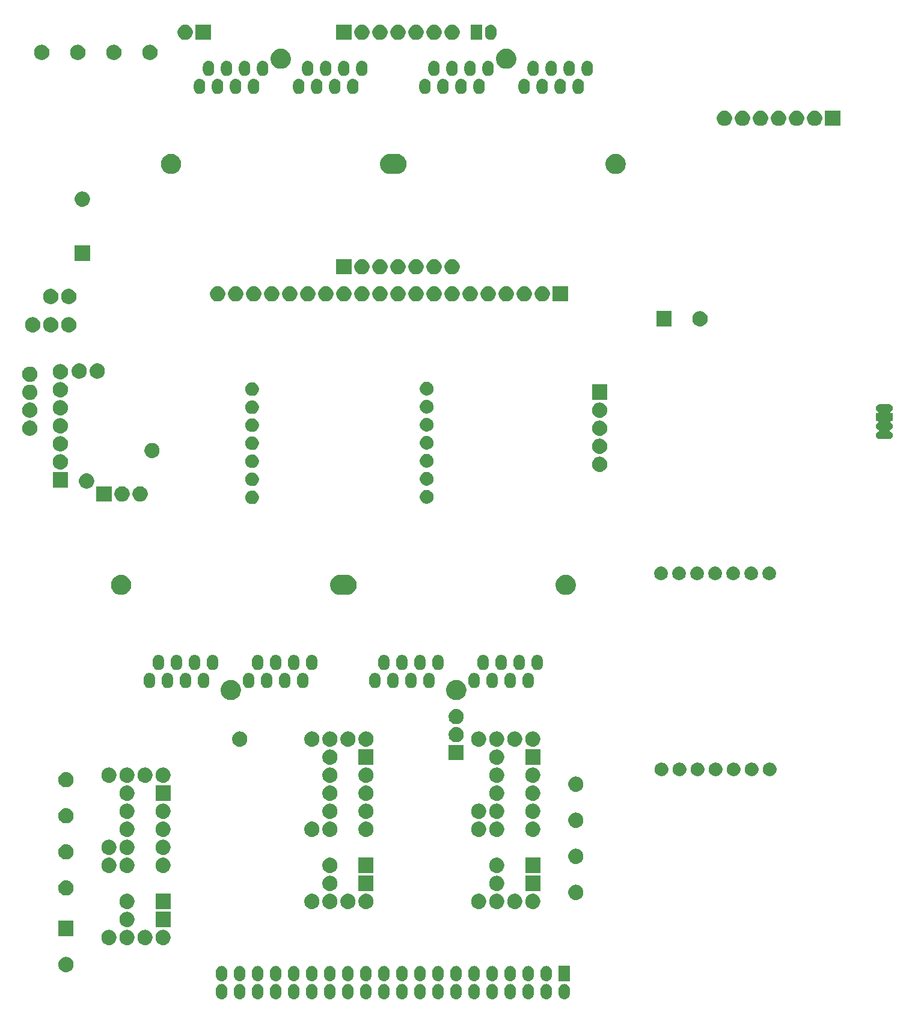
<source format=gbr>
G04 #@! TF.GenerationSoftware,KiCad,Pcbnew,5.1.6-c6e7f7d~87~ubuntu19.10.1*
G04 #@! TF.CreationDate,2021-09-07T13:02:59+03:00*
G04 #@! TF.ProjectId,authenticator2.0,61757468-656e-4746-9963-61746f72322e,rev?*
G04 #@! TF.SameCoordinates,Original*
G04 #@! TF.FileFunction,Soldermask,Bot*
G04 #@! TF.FilePolarity,Negative*
%FSLAX46Y46*%
G04 Gerber Fmt 4.6, Leading zero omitted, Abs format (unit mm)*
G04 Created by KiCad (PCBNEW 5.1.6-c6e7f7d~87~ubuntu19.10.1) date 2021-09-07 13:02:59*
%MOMM*%
%LPD*%
G01*
G04 APERTURE LIST*
%ADD10C,0.100000*%
G04 APERTURE END LIST*
D10*
G36*
X70081827Y-112831576D02*
G01*
X70232628Y-112877321D01*
X70232630Y-112877322D01*
X70371605Y-112951606D01*
X70371607Y-112951607D01*
X70371606Y-112951607D01*
X70493422Y-113051578D01*
X70593393Y-113173394D01*
X70667679Y-113312372D01*
X70713424Y-113463173D01*
X70725000Y-113580707D01*
X70725000Y-114209293D01*
X70713424Y-114326827D01*
X70667679Y-114477627D01*
X70667678Y-114477630D01*
X70593395Y-114616604D01*
X70593393Y-114616606D01*
X70493422Y-114738422D01*
X70390128Y-114823192D01*
X70371604Y-114838394D01*
X70232629Y-114912678D01*
X70232627Y-114912679D01*
X70081826Y-114958424D01*
X69925000Y-114973870D01*
X69768173Y-114958424D01*
X69617372Y-114912679D01*
X69617370Y-114912678D01*
X69478395Y-114838394D01*
X69456550Y-114820466D01*
X69356578Y-114738422D01*
X69256607Y-114616605D01*
X69182321Y-114477627D01*
X69136576Y-114326826D01*
X69125000Y-114209292D01*
X69125000Y-113580707D01*
X69136576Y-113463173D01*
X69182321Y-113312372D01*
X69256607Y-113173395D01*
X69256608Y-113173393D01*
X69356579Y-113051578D01*
X69478396Y-112951606D01*
X69617371Y-112877322D01*
X69617373Y-112877321D01*
X69768174Y-112831576D01*
X69925000Y-112816130D01*
X70081827Y-112831576D01*
G37*
G36*
X67541827Y-112831576D02*
G01*
X67692628Y-112877321D01*
X67692630Y-112877322D01*
X67831605Y-112951606D01*
X67831607Y-112951607D01*
X67831606Y-112951607D01*
X67953422Y-113051578D01*
X68053393Y-113173394D01*
X68127679Y-113312372D01*
X68173424Y-113463173D01*
X68185000Y-113580707D01*
X68185000Y-114209293D01*
X68173424Y-114326827D01*
X68127679Y-114477627D01*
X68127678Y-114477630D01*
X68053395Y-114616604D01*
X68053393Y-114616606D01*
X67953422Y-114738422D01*
X67850128Y-114823192D01*
X67831604Y-114838394D01*
X67692629Y-114912678D01*
X67692627Y-114912679D01*
X67541826Y-114958424D01*
X67385000Y-114973870D01*
X67228173Y-114958424D01*
X67077372Y-114912679D01*
X67077370Y-114912678D01*
X66938395Y-114838394D01*
X66916550Y-114820466D01*
X66816578Y-114738422D01*
X66716607Y-114616605D01*
X66642321Y-114477627D01*
X66596576Y-114326826D01*
X66585000Y-114209292D01*
X66585000Y-113580707D01*
X66596576Y-113463173D01*
X66642321Y-113312372D01*
X66716607Y-113173395D01*
X66716608Y-113173393D01*
X66816579Y-113051578D01*
X66938396Y-112951606D01*
X67077371Y-112877322D01*
X67077373Y-112877321D01*
X67228174Y-112831576D01*
X67385000Y-112816130D01*
X67541827Y-112831576D01*
G37*
G36*
X90401827Y-112831576D02*
G01*
X90552628Y-112877321D01*
X90552630Y-112877322D01*
X90691605Y-112951606D01*
X90691607Y-112951607D01*
X90691606Y-112951607D01*
X90813422Y-113051578D01*
X90913393Y-113173394D01*
X90987679Y-113312372D01*
X91033424Y-113463173D01*
X91045000Y-113580707D01*
X91045000Y-114209293D01*
X91033424Y-114326827D01*
X90987679Y-114477627D01*
X90987678Y-114477630D01*
X90913395Y-114616604D01*
X90913393Y-114616606D01*
X90813422Y-114738422D01*
X90710128Y-114823192D01*
X90691604Y-114838394D01*
X90552629Y-114912678D01*
X90552627Y-114912679D01*
X90401826Y-114958424D01*
X90245000Y-114973870D01*
X90088173Y-114958424D01*
X89937372Y-114912679D01*
X89937370Y-114912678D01*
X89798395Y-114838394D01*
X89776550Y-114820466D01*
X89676578Y-114738422D01*
X89576607Y-114616605D01*
X89502321Y-114477627D01*
X89456576Y-114326826D01*
X89445000Y-114209292D01*
X89445000Y-113580707D01*
X89456576Y-113463173D01*
X89502321Y-113312372D01*
X89576607Y-113173395D01*
X89576608Y-113173393D01*
X89676579Y-113051578D01*
X89798396Y-112951606D01*
X89937371Y-112877322D01*
X89937373Y-112877321D01*
X90088174Y-112831576D01*
X90245000Y-112816130D01*
X90401827Y-112831576D01*
G37*
G36*
X87861827Y-112831576D02*
G01*
X88012628Y-112877321D01*
X88012630Y-112877322D01*
X88151605Y-112951606D01*
X88151607Y-112951607D01*
X88151606Y-112951607D01*
X88273422Y-113051578D01*
X88373393Y-113173394D01*
X88447679Y-113312372D01*
X88493424Y-113463173D01*
X88505000Y-113580707D01*
X88505000Y-114209293D01*
X88493424Y-114326827D01*
X88447679Y-114477627D01*
X88447678Y-114477630D01*
X88373395Y-114616604D01*
X88373393Y-114616606D01*
X88273422Y-114738422D01*
X88170128Y-114823192D01*
X88151604Y-114838394D01*
X88012629Y-114912678D01*
X88012627Y-114912679D01*
X87861826Y-114958424D01*
X87705000Y-114973870D01*
X87548173Y-114958424D01*
X87397372Y-114912679D01*
X87397370Y-114912678D01*
X87258395Y-114838394D01*
X87236550Y-114820466D01*
X87136578Y-114738422D01*
X87036607Y-114616605D01*
X86962321Y-114477627D01*
X86916576Y-114326826D01*
X86905000Y-114209292D01*
X86905000Y-113580707D01*
X86916576Y-113463173D01*
X86962321Y-113312372D01*
X87036607Y-113173395D01*
X87036608Y-113173393D01*
X87136579Y-113051578D01*
X87258396Y-112951606D01*
X87397371Y-112877322D01*
X87397373Y-112877321D01*
X87548174Y-112831576D01*
X87705000Y-112816130D01*
X87861827Y-112831576D01*
G37*
G36*
X85321827Y-112831576D02*
G01*
X85472628Y-112877321D01*
X85472630Y-112877322D01*
X85611605Y-112951606D01*
X85611607Y-112951607D01*
X85611606Y-112951607D01*
X85733422Y-113051578D01*
X85833393Y-113173394D01*
X85907679Y-113312372D01*
X85953424Y-113463173D01*
X85965000Y-113580707D01*
X85965000Y-114209293D01*
X85953424Y-114326827D01*
X85907679Y-114477627D01*
X85907678Y-114477630D01*
X85833395Y-114616604D01*
X85833393Y-114616606D01*
X85733422Y-114738422D01*
X85630128Y-114823192D01*
X85611604Y-114838394D01*
X85472629Y-114912678D01*
X85472627Y-114912679D01*
X85321826Y-114958424D01*
X85165000Y-114973870D01*
X85008173Y-114958424D01*
X84857372Y-114912679D01*
X84857370Y-114912678D01*
X84718395Y-114838394D01*
X84696550Y-114820466D01*
X84596578Y-114738422D01*
X84496607Y-114616605D01*
X84422321Y-114477627D01*
X84376576Y-114326826D01*
X84365000Y-114209292D01*
X84365000Y-113580707D01*
X84376576Y-113463173D01*
X84422321Y-113312372D01*
X84496607Y-113173395D01*
X84496608Y-113173393D01*
X84596579Y-113051578D01*
X84718396Y-112951606D01*
X84857371Y-112877322D01*
X84857373Y-112877321D01*
X85008174Y-112831576D01*
X85165000Y-112816130D01*
X85321827Y-112831576D01*
G37*
G36*
X82781827Y-112831576D02*
G01*
X82932628Y-112877321D01*
X82932630Y-112877322D01*
X83071605Y-112951606D01*
X83071607Y-112951607D01*
X83071606Y-112951607D01*
X83193422Y-113051578D01*
X83293393Y-113173394D01*
X83367679Y-113312372D01*
X83413424Y-113463173D01*
X83425000Y-113580707D01*
X83425000Y-114209293D01*
X83413424Y-114326827D01*
X83367679Y-114477627D01*
X83367678Y-114477630D01*
X83293395Y-114616604D01*
X83293393Y-114616606D01*
X83193422Y-114738422D01*
X83090128Y-114823192D01*
X83071604Y-114838394D01*
X82932629Y-114912678D01*
X82932627Y-114912679D01*
X82781826Y-114958424D01*
X82625000Y-114973870D01*
X82468173Y-114958424D01*
X82317372Y-114912679D01*
X82317370Y-114912678D01*
X82178395Y-114838394D01*
X82156550Y-114820466D01*
X82056578Y-114738422D01*
X81956607Y-114616605D01*
X81882321Y-114477627D01*
X81836576Y-114326826D01*
X81825000Y-114209292D01*
X81825000Y-113580707D01*
X81836576Y-113463173D01*
X81882321Y-113312372D01*
X81956607Y-113173395D01*
X81956608Y-113173393D01*
X82056579Y-113051578D01*
X82178396Y-112951606D01*
X82317371Y-112877322D01*
X82317373Y-112877321D01*
X82468174Y-112831576D01*
X82625000Y-112816130D01*
X82781827Y-112831576D01*
G37*
G36*
X80241827Y-112831576D02*
G01*
X80392628Y-112877321D01*
X80392630Y-112877322D01*
X80531605Y-112951606D01*
X80531607Y-112951607D01*
X80531606Y-112951607D01*
X80653422Y-113051578D01*
X80753393Y-113173394D01*
X80827679Y-113312372D01*
X80873424Y-113463173D01*
X80885000Y-113580707D01*
X80885000Y-114209293D01*
X80873424Y-114326827D01*
X80827679Y-114477627D01*
X80827678Y-114477630D01*
X80753395Y-114616604D01*
X80753393Y-114616606D01*
X80653422Y-114738422D01*
X80550128Y-114823192D01*
X80531604Y-114838394D01*
X80392629Y-114912678D01*
X80392627Y-114912679D01*
X80241826Y-114958424D01*
X80085000Y-114973870D01*
X79928173Y-114958424D01*
X79777372Y-114912679D01*
X79777370Y-114912678D01*
X79638395Y-114838394D01*
X79616550Y-114820466D01*
X79516578Y-114738422D01*
X79416607Y-114616605D01*
X79342321Y-114477627D01*
X79296576Y-114326826D01*
X79285000Y-114209292D01*
X79285000Y-113580707D01*
X79296576Y-113463173D01*
X79342321Y-113312372D01*
X79416607Y-113173395D01*
X79416608Y-113173393D01*
X79516579Y-113051578D01*
X79638396Y-112951606D01*
X79777371Y-112877322D01*
X79777373Y-112877321D01*
X79928174Y-112831576D01*
X80085000Y-112816130D01*
X80241827Y-112831576D01*
G37*
G36*
X77701827Y-112831576D02*
G01*
X77852628Y-112877321D01*
X77852630Y-112877322D01*
X77991605Y-112951606D01*
X77991607Y-112951607D01*
X77991606Y-112951607D01*
X78113422Y-113051578D01*
X78213393Y-113173394D01*
X78287679Y-113312372D01*
X78333424Y-113463173D01*
X78345000Y-113580707D01*
X78345000Y-114209293D01*
X78333424Y-114326827D01*
X78287679Y-114477627D01*
X78287678Y-114477630D01*
X78213395Y-114616604D01*
X78213393Y-114616606D01*
X78113422Y-114738422D01*
X78010128Y-114823192D01*
X77991604Y-114838394D01*
X77852629Y-114912678D01*
X77852627Y-114912679D01*
X77701826Y-114958424D01*
X77545000Y-114973870D01*
X77388173Y-114958424D01*
X77237372Y-114912679D01*
X77237370Y-114912678D01*
X77098395Y-114838394D01*
X77076550Y-114820466D01*
X76976578Y-114738422D01*
X76876607Y-114616605D01*
X76802321Y-114477627D01*
X76756576Y-114326826D01*
X76745000Y-114209292D01*
X76745000Y-113580707D01*
X76756576Y-113463173D01*
X76802321Y-113312372D01*
X76876607Y-113173395D01*
X76876608Y-113173393D01*
X76976579Y-113051578D01*
X77098396Y-112951606D01*
X77237371Y-112877322D01*
X77237373Y-112877321D01*
X77388174Y-112831576D01*
X77545000Y-112816130D01*
X77701827Y-112831576D01*
G37*
G36*
X75161827Y-112831576D02*
G01*
X75312628Y-112877321D01*
X75312630Y-112877322D01*
X75451605Y-112951606D01*
X75451607Y-112951607D01*
X75451606Y-112951607D01*
X75573422Y-113051578D01*
X75673393Y-113173394D01*
X75747679Y-113312372D01*
X75793424Y-113463173D01*
X75805000Y-113580707D01*
X75805000Y-114209293D01*
X75793424Y-114326827D01*
X75747679Y-114477627D01*
X75747678Y-114477630D01*
X75673395Y-114616604D01*
X75673393Y-114616606D01*
X75573422Y-114738422D01*
X75470128Y-114823192D01*
X75451604Y-114838394D01*
X75312629Y-114912678D01*
X75312627Y-114912679D01*
X75161826Y-114958424D01*
X75005000Y-114973870D01*
X74848173Y-114958424D01*
X74697372Y-114912679D01*
X74697370Y-114912678D01*
X74558395Y-114838394D01*
X74536550Y-114820466D01*
X74436578Y-114738422D01*
X74336607Y-114616605D01*
X74262321Y-114477627D01*
X74216576Y-114326826D01*
X74205000Y-114209292D01*
X74205000Y-113580707D01*
X74216576Y-113463173D01*
X74262321Y-113312372D01*
X74336607Y-113173395D01*
X74336608Y-113173393D01*
X74436579Y-113051578D01*
X74558396Y-112951606D01*
X74697371Y-112877322D01*
X74697373Y-112877321D01*
X74848174Y-112831576D01*
X75005000Y-112816130D01*
X75161827Y-112831576D01*
G37*
G36*
X72621827Y-112831576D02*
G01*
X72772628Y-112877321D01*
X72772630Y-112877322D01*
X72911605Y-112951606D01*
X72911607Y-112951607D01*
X72911606Y-112951607D01*
X73033422Y-113051578D01*
X73133393Y-113173394D01*
X73207679Y-113312372D01*
X73253424Y-113463173D01*
X73265000Y-113580707D01*
X73265000Y-114209293D01*
X73253424Y-114326827D01*
X73207679Y-114477627D01*
X73207678Y-114477630D01*
X73133395Y-114616604D01*
X73133393Y-114616606D01*
X73033422Y-114738422D01*
X72930128Y-114823192D01*
X72911604Y-114838394D01*
X72772629Y-114912678D01*
X72772627Y-114912679D01*
X72621826Y-114958424D01*
X72465000Y-114973870D01*
X72308173Y-114958424D01*
X72157372Y-114912679D01*
X72157370Y-114912678D01*
X72018395Y-114838394D01*
X71996550Y-114820466D01*
X71896578Y-114738422D01*
X71796607Y-114616605D01*
X71722321Y-114477627D01*
X71676576Y-114326826D01*
X71665000Y-114209292D01*
X71665000Y-113580707D01*
X71676576Y-113463173D01*
X71722321Y-113312372D01*
X71796607Y-113173395D01*
X71796608Y-113173393D01*
X71896579Y-113051578D01*
X72018396Y-112951606D01*
X72157371Y-112877322D01*
X72157373Y-112877321D01*
X72308174Y-112831576D01*
X72465000Y-112816130D01*
X72621827Y-112831576D01*
G37*
G36*
X92941827Y-112831576D02*
G01*
X93092628Y-112877321D01*
X93092630Y-112877322D01*
X93231605Y-112951606D01*
X93231607Y-112951607D01*
X93231606Y-112951607D01*
X93353422Y-113051578D01*
X93453393Y-113173394D01*
X93527679Y-113312372D01*
X93573424Y-113463173D01*
X93585000Y-113580707D01*
X93585000Y-114209293D01*
X93573424Y-114326827D01*
X93527679Y-114477627D01*
X93527678Y-114477630D01*
X93453395Y-114616604D01*
X93453393Y-114616606D01*
X93353422Y-114738422D01*
X93250128Y-114823192D01*
X93231604Y-114838394D01*
X93092629Y-114912678D01*
X93092627Y-114912679D01*
X92941826Y-114958424D01*
X92785000Y-114973870D01*
X92628173Y-114958424D01*
X92477372Y-114912679D01*
X92477370Y-114912678D01*
X92338395Y-114838394D01*
X92316550Y-114820466D01*
X92216578Y-114738422D01*
X92116607Y-114616605D01*
X92042321Y-114477627D01*
X91996576Y-114326826D01*
X91985000Y-114209292D01*
X91985000Y-113580707D01*
X91996576Y-113463173D01*
X92042321Y-113312372D01*
X92116607Y-113173395D01*
X92116608Y-113173393D01*
X92216579Y-113051578D01*
X92338396Y-112951606D01*
X92477371Y-112877322D01*
X92477373Y-112877321D01*
X92628174Y-112831576D01*
X92785000Y-112816130D01*
X92941827Y-112831576D01*
G37*
G36*
X62461827Y-112831576D02*
G01*
X62612628Y-112877321D01*
X62612630Y-112877322D01*
X62751605Y-112951606D01*
X62751607Y-112951607D01*
X62751606Y-112951607D01*
X62873422Y-113051578D01*
X62973393Y-113173394D01*
X63047679Y-113312372D01*
X63093424Y-113463173D01*
X63105000Y-113580707D01*
X63105000Y-114209293D01*
X63093424Y-114326827D01*
X63047679Y-114477627D01*
X63047678Y-114477630D01*
X62973395Y-114616604D01*
X62973393Y-114616606D01*
X62873422Y-114738422D01*
X62770128Y-114823192D01*
X62751604Y-114838394D01*
X62612629Y-114912678D01*
X62612627Y-114912679D01*
X62461826Y-114958424D01*
X62305000Y-114973870D01*
X62148173Y-114958424D01*
X61997372Y-114912679D01*
X61997370Y-114912678D01*
X61858395Y-114838394D01*
X61836550Y-114820466D01*
X61736578Y-114738422D01*
X61636607Y-114616605D01*
X61562321Y-114477627D01*
X61516576Y-114326826D01*
X61505000Y-114209292D01*
X61505000Y-113580707D01*
X61516576Y-113463173D01*
X61562321Y-113312372D01*
X61636607Y-113173395D01*
X61636608Y-113173393D01*
X61736579Y-113051578D01*
X61858396Y-112951606D01*
X61997371Y-112877322D01*
X61997373Y-112877321D01*
X62148174Y-112831576D01*
X62305000Y-112816130D01*
X62461827Y-112831576D01*
G37*
G36*
X59921827Y-112831576D02*
G01*
X60072628Y-112877321D01*
X60072630Y-112877322D01*
X60211605Y-112951606D01*
X60211607Y-112951607D01*
X60211606Y-112951607D01*
X60333422Y-113051578D01*
X60433393Y-113173394D01*
X60507679Y-113312372D01*
X60553424Y-113463173D01*
X60565000Y-113580707D01*
X60565000Y-114209293D01*
X60553424Y-114326827D01*
X60507679Y-114477627D01*
X60507678Y-114477630D01*
X60433395Y-114616604D01*
X60433393Y-114616606D01*
X60333422Y-114738422D01*
X60230128Y-114823192D01*
X60211604Y-114838394D01*
X60072629Y-114912678D01*
X60072627Y-114912679D01*
X59921826Y-114958424D01*
X59765000Y-114973870D01*
X59608173Y-114958424D01*
X59457372Y-114912679D01*
X59457370Y-114912678D01*
X59318395Y-114838394D01*
X59296550Y-114820466D01*
X59196578Y-114738422D01*
X59096607Y-114616605D01*
X59022321Y-114477627D01*
X58976576Y-114326826D01*
X58965000Y-114209292D01*
X58965000Y-113580707D01*
X58976576Y-113463173D01*
X59022321Y-113312372D01*
X59096607Y-113173395D01*
X59096608Y-113173393D01*
X59196579Y-113051578D01*
X59318396Y-112951606D01*
X59457371Y-112877322D01*
X59457373Y-112877321D01*
X59608174Y-112831576D01*
X59765000Y-112816130D01*
X59921827Y-112831576D01*
G37*
G36*
X57381827Y-112831576D02*
G01*
X57532628Y-112877321D01*
X57532630Y-112877322D01*
X57671605Y-112951606D01*
X57671607Y-112951607D01*
X57671606Y-112951607D01*
X57793422Y-113051578D01*
X57893393Y-113173394D01*
X57967679Y-113312372D01*
X58013424Y-113463173D01*
X58025000Y-113580707D01*
X58025000Y-114209293D01*
X58013424Y-114326827D01*
X57967679Y-114477627D01*
X57967678Y-114477630D01*
X57893395Y-114616604D01*
X57893393Y-114616606D01*
X57793422Y-114738422D01*
X57690128Y-114823192D01*
X57671604Y-114838394D01*
X57532629Y-114912678D01*
X57532627Y-114912679D01*
X57381826Y-114958424D01*
X57225000Y-114973870D01*
X57068173Y-114958424D01*
X56917372Y-114912679D01*
X56917370Y-114912678D01*
X56778395Y-114838394D01*
X56756550Y-114820466D01*
X56656578Y-114738422D01*
X56556607Y-114616605D01*
X56482321Y-114477627D01*
X56436576Y-114326826D01*
X56425000Y-114209292D01*
X56425000Y-113580707D01*
X56436576Y-113463173D01*
X56482321Y-113312372D01*
X56556607Y-113173395D01*
X56556608Y-113173393D01*
X56656579Y-113051578D01*
X56778396Y-112951606D01*
X56917371Y-112877322D01*
X56917373Y-112877321D01*
X57068174Y-112831576D01*
X57225000Y-112816130D01*
X57381827Y-112831576D01*
G37*
G36*
X54841827Y-112831576D02*
G01*
X54992628Y-112877321D01*
X54992630Y-112877322D01*
X55131605Y-112951606D01*
X55131607Y-112951607D01*
X55131606Y-112951607D01*
X55253422Y-113051578D01*
X55353393Y-113173394D01*
X55427679Y-113312372D01*
X55473424Y-113463173D01*
X55485000Y-113580707D01*
X55485000Y-114209293D01*
X55473424Y-114326827D01*
X55427679Y-114477627D01*
X55427678Y-114477630D01*
X55353395Y-114616604D01*
X55353393Y-114616606D01*
X55253422Y-114738422D01*
X55150128Y-114823192D01*
X55131604Y-114838394D01*
X54992629Y-114912678D01*
X54992627Y-114912679D01*
X54841826Y-114958424D01*
X54685000Y-114973870D01*
X54528173Y-114958424D01*
X54377372Y-114912679D01*
X54377370Y-114912678D01*
X54238395Y-114838394D01*
X54216550Y-114820466D01*
X54116578Y-114738422D01*
X54016607Y-114616605D01*
X53942321Y-114477627D01*
X53896576Y-114326826D01*
X53885000Y-114209292D01*
X53885000Y-113580707D01*
X53896576Y-113463173D01*
X53942321Y-113312372D01*
X54016607Y-113173395D01*
X54016608Y-113173393D01*
X54116579Y-113051578D01*
X54238396Y-112951606D01*
X54377371Y-112877322D01*
X54377373Y-112877321D01*
X54528174Y-112831576D01*
X54685000Y-112816130D01*
X54841827Y-112831576D01*
G37*
G36*
X52301827Y-112831576D02*
G01*
X52452628Y-112877321D01*
X52452630Y-112877322D01*
X52591605Y-112951606D01*
X52591607Y-112951607D01*
X52591606Y-112951607D01*
X52713422Y-113051578D01*
X52813393Y-113173394D01*
X52887679Y-113312372D01*
X52933424Y-113463173D01*
X52945000Y-113580707D01*
X52945000Y-114209293D01*
X52933424Y-114326827D01*
X52887679Y-114477627D01*
X52887678Y-114477630D01*
X52813395Y-114616604D01*
X52813393Y-114616606D01*
X52713422Y-114738422D01*
X52610128Y-114823192D01*
X52591604Y-114838394D01*
X52452629Y-114912678D01*
X52452627Y-114912679D01*
X52301826Y-114958424D01*
X52145000Y-114973870D01*
X51988173Y-114958424D01*
X51837372Y-114912679D01*
X51837370Y-114912678D01*
X51698395Y-114838394D01*
X51676550Y-114820466D01*
X51576578Y-114738422D01*
X51476607Y-114616605D01*
X51402321Y-114477627D01*
X51356576Y-114326826D01*
X51345000Y-114209292D01*
X51345000Y-113580707D01*
X51356576Y-113463173D01*
X51402321Y-113312372D01*
X51476607Y-113173395D01*
X51476608Y-113173393D01*
X51576579Y-113051578D01*
X51698396Y-112951606D01*
X51837371Y-112877322D01*
X51837373Y-112877321D01*
X51988174Y-112831576D01*
X52145000Y-112816130D01*
X52301827Y-112831576D01*
G37*
G36*
X49761827Y-112831576D02*
G01*
X49912628Y-112877321D01*
X49912630Y-112877322D01*
X50051605Y-112951606D01*
X50051607Y-112951607D01*
X50051606Y-112951607D01*
X50173422Y-113051578D01*
X50273393Y-113173394D01*
X50347679Y-113312372D01*
X50393424Y-113463173D01*
X50405000Y-113580707D01*
X50405000Y-114209293D01*
X50393424Y-114326827D01*
X50347679Y-114477627D01*
X50347678Y-114477630D01*
X50273395Y-114616604D01*
X50273393Y-114616606D01*
X50173422Y-114738422D01*
X50070128Y-114823192D01*
X50051604Y-114838394D01*
X49912629Y-114912678D01*
X49912627Y-114912679D01*
X49761826Y-114958424D01*
X49605000Y-114973870D01*
X49448173Y-114958424D01*
X49297372Y-114912679D01*
X49297370Y-114912678D01*
X49158395Y-114838394D01*
X49136550Y-114820466D01*
X49036578Y-114738422D01*
X48936607Y-114616605D01*
X48862321Y-114477627D01*
X48816576Y-114326826D01*
X48805000Y-114209292D01*
X48805000Y-113580707D01*
X48816576Y-113463173D01*
X48862321Y-113312372D01*
X48936607Y-113173395D01*
X48936608Y-113173393D01*
X49036579Y-113051578D01*
X49158396Y-112951606D01*
X49297371Y-112877322D01*
X49297373Y-112877321D01*
X49448174Y-112831576D01*
X49605000Y-112816130D01*
X49761827Y-112831576D01*
G37*
G36*
X47221827Y-112831576D02*
G01*
X47372628Y-112877321D01*
X47372630Y-112877322D01*
X47511605Y-112951606D01*
X47511607Y-112951607D01*
X47511606Y-112951607D01*
X47633422Y-113051578D01*
X47733393Y-113173394D01*
X47807679Y-113312372D01*
X47853424Y-113463173D01*
X47865000Y-113580707D01*
X47865000Y-114209293D01*
X47853424Y-114326827D01*
X47807679Y-114477627D01*
X47807678Y-114477630D01*
X47733395Y-114616604D01*
X47733393Y-114616606D01*
X47633422Y-114738422D01*
X47530128Y-114823192D01*
X47511604Y-114838394D01*
X47372629Y-114912678D01*
X47372627Y-114912679D01*
X47221826Y-114958424D01*
X47065000Y-114973870D01*
X46908173Y-114958424D01*
X46757372Y-114912679D01*
X46757370Y-114912678D01*
X46618395Y-114838394D01*
X46596550Y-114820466D01*
X46496578Y-114738422D01*
X46396607Y-114616605D01*
X46322321Y-114477627D01*
X46276576Y-114326826D01*
X46265000Y-114209292D01*
X46265000Y-113580707D01*
X46276576Y-113463173D01*
X46322321Y-113312372D01*
X46396607Y-113173395D01*
X46396608Y-113173393D01*
X46496579Y-113051578D01*
X46618396Y-112951606D01*
X46757371Y-112877322D01*
X46757373Y-112877321D01*
X46908174Y-112831576D01*
X47065000Y-112816130D01*
X47221827Y-112831576D01*
G37*
G36*
X44681827Y-112831576D02*
G01*
X44832628Y-112877321D01*
X44832630Y-112877322D01*
X44971605Y-112951606D01*
X44971607Y-112951607D01*
X44971606Y-112951607D01*
X45093422Y-113051578D01*
X45193393Y-113173394D01*
X45267679Y-113312372D01*
X45313424Y-113463173D01*
X45325000Y-113580707D01*
X45325000Y-114209293D01*
X45313424Y-114326827D01*
X45267679Y-114477627D01*
X45267678Y-114477630D01*
X45193395Y-114616604D01*
X45193393Y-114616606D01*
X45093422Y-114738422D01*
X44990128Y-114823192D01*
X44971604Y-114838394D01*
X44832629Y-114912678D01*
X44832627Y-114912679D01*
X44681826Y-114958424D01*
X44525000Y-114973870D01*
X44368173Y-114958424D01*
X44217372Y-114912679D01*
X44217370Y-114912678D01*
X44078395Y-114838394D01*
X44056550Y-114820466D01*
X43956578Y-114738422D01*
X43856607Y-114616605D01*
X43782321Y-114477627D01*
X43736576Y-114326826D01*
X43725000Y-114209292D01*
X43725000Y-113580707D01*
X43736576Y-113463173D01*
X43782321Y-113312372D01*
X43856607Y-113173395D01*
X43856608Y-113173393D01*
X43956579Y-113051578D01*
X44078396Y-112951606D01*
X44217371Y-112877322D01*
X44217373Y-112877321D01*
X44368174Y-112831576D01*
X44525000Y-112816130D01*
X44681827Y-112831576D01*
G37*
G36*
X65001827Y-112831576D02*
G01*
X65152628Y-112877321D01*
X65152630Y-112877322D01*
X65291605Y-112951606D01*
X65291607Y-112951607D01*
X65291606Y-112951607D01*
X65413422Y-113051578D01*
X65513393Y-113173394D01*
X65587679Y-113312372D01*
X65633424Y-113463173D01*
X65645000Y-113580707D01*
X65645000Y-114209293D01*
X65633424Y-114326827D01*
X65587679Y-114477627D01*
X65587678Y-114477630D01*
X65513395Y-114616604D01*
X65513393Y-114616606D01*
X65413422Y-114738422D01*
X65310128Y-114823192D01*
X65291604Y-114838394D01*
X65152629Y-114912678D01*
X65152627Y-114912679D01*
X65001826Y-114958424D01*
X64845000Y-114973870D01*
X64688173Y-114958424D01*
X64537372Y-114912679D01*
X64537370Y-114912678D01*
X64398395Y-114838394D01*
X64376550Y-114820466D01*
X64276578Y-114738422D01*
X64176607Y-114616605D01*
X64102321Y-114477627D01*
X64056576Y-114326826D01*
X64045000Y-114209292D01*
X64045000Y-113580707D01*
X64056576Y-113463173D01*
X64102321Y-113312372D01*
X64176607Y-113173395D01*
X64176608Y-113173393D01*
X64276579Y-113051578D01*
X64398396Y-112951606D01*
X64537371Y-112877322D01*
X64537373Y-112877321D01*
X64688174Y-112831576D01*
X64845000Y-112816130D01*
X65001827Y-112831576D01*
G37*
G36*
X65001827Y-110291576D02*
G01*
X65152628Y-110337321D01*
X65152630Y-110337322D01*
X65291605Y-110411606D01*
X65291607Y-110411607D01*
X65291606Y-110411607D01*
X65413422Y-110511578D01*
X65513393Y-110633394D01*
X65587679Y-110772372D01*
X65633424Y-110923173D01*
X65645000Y-111040707D01*
X65645000Y-111669293D01*
X65633424Y-111786827D01*
X65587679Y-111937627D01*
X65587678Y-111937630D01*
X65513395Y-112076604D01*
X65513393Y-112076606D01*
X65413422Y-112198422D01*
X65310128Y-112283192D01*
X65291604Y-112298394D01*
X65152629Y-112372678D01*
X65152627Y-112372679D01*
X65001826Y-112418424D01*
X64845000Y-112433870D01*
X64688173Y-112418424D01*
X64537372Y-112372679D01*
X64537370Y-112372678D01*
X64398395Y-112298394D01*
X64376550Y-112280466D01*
X64276578Y-112198422D01*
X64176607Y-112076605D01*
X64102321Y-111937627D01*
X64056576Y-111786826D01*
X64045000Y-111669292D01*
X64045000Y-111040707D01*
X64056576Y-110923173D01*
X64102321Y-110772372D01*
X64176607Y-110633395D01*
X64176608Y-110633393D01*
X64276579Y-110511578D01*
X64398396Y-110411606D01*
X64537371Y-110337322D01*
X64537373Y-110337321D01*
X64688174Y-110291576D01*
X64845000Y-110276130D01*
X65001827Y-110291576D01*
G37*
G36*
X90401827Y-110291576D02*
G01*
X90552628Y-110337321D01*
X90552630Y-110337322D01*
X90691605Y-110411606D01*
X90691607Y-110411607D01*
X90691606Y-110411607D01*
X90813422Y-110511578D01*
X90913393Y-110633394D01*
X90987679Y-110772372D01*
X91033424Y-110923173D01*
X91045000Y-111040707D01*
X91045000Y-111669293D01*
X91033424Y-111786827D01*
X90987679Y-111937627D01*
X90987678Y-111937630D01*
X90913395Y-112076604D01*
X90913393Y-112076606D01*
X90813422Y-112198422D01*
X90710128Y-112283192D01*
X90691604Y-112298394D01*
X90552629Y-112372678D01*
X90552627Y-112372679D01*
X90401826Y-112418424D01*
X90245000Y-112433870D01*
X90088173Y-112418424D01*
X89937372Y-112372679D01*
X89937370Y-112372678D01*
X89798395Y-112298394D01*
X89776550Y-112280466D01*
X89676578Y-112198422D01*
X89576607Y-112076605D01*
X89502321Y-111937627D01*
X89456576Y-111786826D01*
X89445000Y-111669292D01*
X89445000Y-111040707D01*
X89456576Y-110923173D01*
X89502321Y-110772372D01*
X89576607Y-110633395D01*
X89576608Y-110633393D01*
X89676579Y-110511578D01*
X89798396Y-110411606D01*
X89937371Y-110337322D01*
X89937373Y-110337321D01*
X90088174Y-110291576D01*
X90245000Y-110276130D01*
X90401827Y-110291576D01*
G37*
G36*
X62461827Y-110291576D02*
G01*
X62612628Y-110337321D01*
X62612630Y-110337322D01*
X62751605Y-110411606D01*
X62751607Y-110411607D01*
X62751606Y-110411607D01*
X62873422Y-110511578D01*
X62973393Y-110633394D01*
X63047679Y-110772372D01*
X63093424Y-110923173D01*
X63105000Y-111040707D01*
X63105000Y-111669293D01*
X63093424Y-111786827D01*
X63047679Y-111937627D01*
X63047678Y-111937630D01*
X62973395Y-112076604D01*
X62973393Y-112076606D01*
X62873422Y-112198422D01*
X62770128Y-112283192D01*
X62751604Y-112298394D01*
X62612629Y-112372678D01*
X62612627Y-112372679D01*
X62461826Y-112418424D01*
X62305000Y-112433870D01*
X62148173Y-112418424D01*
X61997372Y-112372679D01*
X61997370Y-112372678D01*
X61858395Y-112298394D01*
X61836550Y-112280466D01*
X61736578Y-112198422D01*
X61636607Y-112076605D01*
X61562321Y-111937627D01*
X61516576Y-111786826D01*
X61505000Y-111669292D01*
X61505000Y-111040707D01*
X61516576Y-110923173D01*
X61562321Y-110772372D01*
X61636607Y-110633395D01*
X61636608Y-110633393D01*
X61736579Y-110511578D01*
X61858396Y-110411606D01*
X61997371Y-110337322D01*
X61997373Y-110337321D01*
X62148174Y-110291576D01*
X62305000Y-110276130D01*
X62461827Y-110291576D01*
G37*
G36*
X59921827Y-110291576D02*
G01*
X60072628Y-110337321D01*
X60072630Y-110337322D01*
X60211605Y-110411606D01*
X60211607Y-110411607D01*
X60211606Y-110411607D01*
X60333422Y-110511578D01*
X60433393Y-110633394D01*
X60507679Y-110772372D01*
X60553424Y-110923173D01*
X60565000Y-111040707D01*
X60565000Y-111669293D01*
X60553424Y-111786827D01*
X60507679Y-111937627D01*
X60507678Y-111937630D01*
X60433395Y-112076604D01*
X60433393Y-112076606D01*
X60333422Y-112198422D01*
X60230128Y-112283192D01*
X60211604Y-112298394D01*
X60072629Y-112372678D01*
X60072627Y-112372679D01*
X59921826Y-112418424D01*
X59765000Y-112433870D01*
X59608173Y-112418424D01*
X59457372Y-112372679D01*
X59457370Y-112372678D01*
X59318395Y-112298394D01*
X59296550Y-112280466D01*
X59196578Y-112198422D01*
X59096607Y-112076605D01*
X59022321Y-111937627D01*
X58976576Y-111786826D01*
X58965000Y-111669292D01*
X58965000Y-111040707D01*
X58976576Y-110923173D01*
X59022321Y-110772372D01*
X59096607Y-110633395D01*
X59096608Y-110633393D01*
X59196579Y-110511578D01*
X59318396Y-110411606D01*
X59457371Y-110337322D01*
X59457373Y-110337321D01*
X59608174Y-110291576D01*
X59765000Y-110276130D01*
X59921827Y-110291576D01*
G37*
G36*
X57381827Y-110291576D02*
G01*
X57532628Y-110337321D01*
X57532630Y-110337322D01*
X57671605Y-110411606D01*
X57671607Y-110411607D01*
X57671606Y-110411607D01*
X57793422Y-110511578D01*
X57893393Y-110633394D01*
X57967679Y-110772372D01*
X58013424Y-110923173D01*
X58025000Y-111040707D01*
X58025000Y-111669293D01*
X58013424Y-111786827D01*
X57967679Y-111937627D01*
X57967678Y-111937630D01*
X57893395Y-112076604D01*
X57893393Y-112076606D01*
X57793422Y-112198422D01*
X57690128Y-112283192D01*
X57671604Y-112298394D01*
X57532629Y-112372678D01*
X57532627Y-112372679D01*
X57381826Y-112418424D01*
X57225000Y-112433870D01*
X57068173Y-112418424D01*
X56917372Y-112372679D01*
X56917370Y-112372678D01*
X56778395Y-112298394D01*
X56756550Y-112280466D01*
X56656578Y-112198422D01*
X56556607Y-112076605D01*
X56482321Y-111937627D01*
X56436576Y-111786826D01*
X56425000Y-111669292D01*
X56425000Y-111040707D01*
X56436576Y-110923173D01*
X56482321Y-110772372D01*
X56556607Y-110633395D01*
X56556608Y-110633393D01*
X56656579Y-110511578D01*
X56778396Y-110411606D01*
X56917371Y-110337322D01*
X56917373Y-110337321D01*
X57068174Y-110291576D01*
X57225000Y-110276130D01*
X57381827Y-110291576D01*
G37*
G36*
X54841827Y-110291576D02*
G01*
X54992628Y-110337321D01*
X54992630Y-110337322D01*
X55131605Y-110411606D01*
X55131607Y-110411607D01*
X55131606Y-110411607D01*
X55253422Y-110511578D01*
X55353393Y-110633394D01*
X55427679Y-110772372D01*
X55473424Y-110923173D01*
X55485000Y-111040707D01*
X55485000Y-111669293D01*
X55473424Y-111786827D01*
X55427679Y-111937627D01*
X55427678Y-111937630D01*
X55353395Y-112076604D01*
X55353393Y-112076606D01*
X55253422Y-112198422D01*
X55150128Y-112283192D01*
X55131604Y-112298394D01*
X54992629Y-112372678D01*
X54992627Y-112372679D01*
X54841826Y-112418424D01*
X54685000Y-112433870D01*
X54528173Y-112418424D01*
X54377372Y-112372679D01*
X54377370Y-112372678D01*
X54238395Y-112298394D01*
X54216550Y-112280466D01*
X54116578Y-112198422D01*
X54016607Y-112076605D01*
X53942321Y-111937627D01*
X53896576Y-111786826D01*
X53885000Y-111669292D01*
X53885000Y-111040707D01*
X53896576Y-110923173D01*
X53942321Y-110772372D01*
X54016607Y-110633395D01*
X54016608Y-110633393D01*
X54116579Y-110511578D01*
X54238396Y-110411606D01*
X54377371Y-110337322D01*
X54377373Y-110337321D01*
X54528174Y-110291576D01*
X54685000Y-110276130D01*
X54841827Y-110291576D01*
G37*
G36*
X52301827Y-110291576D02*
G01*
X52452628Y-110337321D01*
X52452630Y-110337322D01*
X52591605Y-110411606D01*
X52591607Y-110411607D01*
X52591606Y-110411607D01*
X52713422Y-110511578D01*
X52813393Y-110633394D01*
X52887679Y-110772372D01*
X52933424Y-110923173D01*
X52945000Y-111040707D01*
X52945000Y-111669293D01*
X52933424Y-111786827D01*
X52887679Y-111937627D01*
X52887678Y-111937630D01*
X52813395Y-112076604D01*
X52813393Y-112076606D01*
X52713422Y-112198422D01*
X52610128Y-112283192D01*
X52591604Y-112298394D01*
X52452629Y-112372678D01*
X52452627Y-112372679D01*
X52301826Y-112418424D01*
X52145000Y-112433870D01*
X51988173Y-112418424D01*
X51837372Y-112372679D01*
X51837370Y-112372678D01*
X51698395Y-112298394D01*
X51676550Y-112280466D01*
X51576578Y-112198422D01*
X51476607Y-112076605D01*
X51402321Y-111937627D01*
X51356576Y-111786826D01*
X51345000Y-111669292D01*
X51345000Y-111040707D01*
X51356576Y-110923173D01*
X51402321Y-110772372D01*
X51476607Y-110633395D01*
X51476608Y-110633393D01*
X51576579Y-110511578D01*
X51698396Y-110411606D01*
X51837371Y-110337322D01*
X51837373Y-110337321D01*
X51988174Y-110291576D01*
X52145000Y-110276130D01*
X52301827Y-110291576D01*
G37*
G36*
X49761827Y-110291576D02*
G01*
X49912628Y-110337321D01*
X49912630Y-110337322D01*
X50051605Y-110411606D01*
X50051607Y-110411607D01*
X50051606Y-110411607D01*
X50173422Y-110511578D01*
X50273393Y-110633394D01*
X50347679Y-110772372D01*
X50393424Y-110923173D01*
X50405000Y-111040707D01*
X50405000Y-111669293D01*
X50393424Y-111786827D01*
X50347679Y-111937627D01*
X50347678Y-111937630D01*
X50273395Y-112076604D01*
X50273393Y-112076606D01*
X50173422Y-112198422D01*
X50070128Y-112283192D01*
X50051604Y-112298394D01*
X49912629Y-112372678D01*
X49912627Y-112372679D01*
X49761826Y-112418424D01*
X49605000Y-112433870D01*
X49448173Y-112418424D01*
X49297372Y-112372679D01*
X49297370Y-112372678D01*
X49158395Y-112298394D01*
X49136550Y-112280466D01*
X49036578Y-112198422D01*
X48936607Y-112076605D01*
X48862321Y-111937627D01*
X48816576Y-111786826D01*
X48805000Y-111669292D01*
X48805000Y-111040707D01*
X48816576Y-110923173D01*
X48862321Y-110772372D01*
X48936607Y-110633395D01*
X48936608Y-110633393D01*
X49036579Y-110511578D01*
X49158396Y-110411606D01*
X49297371Y-110337322D01*
X49297373Y-110337321D01*
X49448174Y-110291576D01*
X49605000Y-110276130D01*
X49761827Y-110291576D01*
G37*
G36*
X47221827Y-110291576D02*
G01*
X47372628Y-110337321D01*
X47372630Y-110337322D01*
X47511605Y-110411606D01*
X47511607Y-110411607D01*
X47511606Y-110411607D01*
X47633422Y-110511578D01*
X47733393Y-110633394D01*
X47807679Y-110772372D01*
X47853424Y-110923173D01*
X47865000Y-111040707D01*
X47865000Y-111669293D01*
X47853424Y-111786827D01*
X47807679Y-111937627D01*
X47807678Y-111937630D01*
X47733395Y-112076604D01*
X47733393Y-112076606D01*
X47633422Y-112198422D01*
X47530128Y-112283192D01*
X47511604Y-112298394D01*
X47372629Y-112372678D01*
X47372627Y-112372679D01*
X47221826Y-112418424D01*
X47065000Y-112433870D01*
X46908173Y-112418424D01*
X46757372Y-112372679D01*
X46757370Y-112372678D01*
X46618395Y-112298394D01*
X46596550Y-112280466D01*
X46496578Y-112198422D01*
X46396607Y-112076605D01*
X46322321Y-111937627D01*
X46276576Y-111786826D01*
X46265000Y-111669292D01*
X46265000Y-111040707D01*
X46276576Y-110923173D01*
X46322321Y-110772372D01*
X46396607Y-110633395D01*
X46396608Y-110633393D01*
X46496579Y-110511578D01*
X46618396Y-110411606D01*
X46757371Y-110337322D01*
X46757373Y-110337321D01*
X46908174Y-110291576D01*
X47065000Y-110276130D01*
X47221827Y-110291576D01*
G37*
G36*
X44681827Y-110291576D02*
G01*
X44832628Y-110337321D01*
X44832630Y-110337322D01*
X44971605Y-110411606D01*
X44971607Y-110411607D01*
X44971606Y-110411607D01*
X45093422Y-110511578D01*
X45193393Y-110633394D01*
X45267679Y-110772372D01*
X45313424Y-110923173D01*
X45325000Y-111040707D01*
X45325000Y-111669293D01*
X45313424Y-111786827D01*
X45267679Y-111937627D01*
X45267678Y-111937630D01*
X45193395Y-112076604D01*
X45193393Y-112076606D01*
X45093422Y-112198422D01*
X44990128Y-112283192D01*
X44971604Y-112298394D01*
X44832629Y-112372678D01*
X44832627Y-112372679D01*
X44681826Y-112418424D01*
X44525000Y-112433870D01*
X44368173Y-112418424D01*
X44217372Y-112372679D01*
X44217370Y-112372678D01*
X44078395Y-112298394D01*
X44056550Y-112280466D01*
X43956578Y-112198422D01*
X43856607Y-112076605D01*
X43782321Y-111937627D01*
X43736576Y-111786826D01*
X43725000Y-111669292D01*
X43725000Y-111040707D01*
X43736576Y-110923173D01*
X43782321Y-110772372D01*
X43856607Y-110633395D01*
X43856608Y-110633393D01*
X43956579Y-110511578D01*
X44078396Y-110411606D01*
X44217371Y-110337322D01*
X44217373Y-110337321D01*
X44368174Y-110291576D01*
X44525000Y-110276130D01*
X44681827Y-110291576D01*
G37*
G36*
X67541827Y-110291576D02*
G01*
X67692628Y-110337321D01*
X67692630Y-110337322D01*
X67831605Y-110411606D01*
X67831607Y-110411607D01*
X67831606Y-110411607D01*
X67953422Y-110511578D01*
X68053393Y-110633394D01*
X68127679Y-110772372D01*
X68173424Y-110923173D01*
X68185000Y-111040707D01*
X68185000Y-111669293D01*
X68173424Y-111786827D01*
X68127679Y-111937627D01*
X68127678Y-111937630D01*
X68053395Y-112076604D01*
X68053393Y-112076606D01*
X67953422Y-112198422D01*
X67850128Y-112283192D01*
X67831604Y-112298394D01*
X67692629Y-112372678D01*
X67692627Y-112372679D01*
X67541826Y-112418424D01*
X67385000Y-112433870D01*
X67228173Y-112418424D01*
X67077372Y-112372679D01*
X67077370Y-112372678D01*
X66938395Y-112298394D01*
X66916550Y-112280466D01*
X66816578Y-112198422D01*
X66716607Y-112076605D01*
X66642321Y-111937627D01*
X66596576Y-111786826D01*
X66585000Y-111669292D01*
X66585000Y-111040707D01*
X66596576Y-110923173D01*
X66642321Y-110772372D01*
X66716607Y-110633395D01*
X66716608Y-110633393D01*
X66816579Y-110511578D01*
X66938396Y-110411606D01*
X67077371Y-110337322D01*
X67077373Y-110337321D01*
X67228174Y-110291576D01*
X67385000Y-110276130D01*
X67541827Y-110291576D01*
G37*
G36*
X70081827Y-110291576D02*
G01*
X70232628Y-110337321D01*
X70232630Y-110337322D01*
X70371605Y-110411606D01*
X70371607Y-110411607D01*
X70371606Y-110411607D01*
X70493422Y-110511578D01*
X70593393Y-110633394D01*
X70667679Y-110772372D01*
X70713424Y-110923173D01*
X70725000Y-111040707D01*
X70725000Y-111669293D01*
X70713424Y-111786827D01*
X70667679Y-111937627D01*
X70667678Y-111937630D01*
X70593395Y-112076604D01*
X70593393Y-112076606D01*
X70493422Y-112198422D01*
X70390128Y-112283192D01*
X70371604Y-112298394D01*
X70232629Y-112372678D01*
X70232627Y-112372679D01*
X70081826Y-112418424D01*
X69925000Y-112433870D01*
X69768173Y-112418424D01*
X69617372Y-112372679D01*
X69617370Y-112372678D01*
X69478395Y-112298394D01*
X69456550Y-112280466D01*
X69356578Y-112198422D01*
X69256607Y-112076605D01*
X69182321Y-111937627D01*
X69136576Y-111786826D01*
X69125000Y-111669292D01*
X69125000Y-111040707D01*
X69136576Y-110923173D01*
X69182321Y-110772372D01*
X69256607Y-110633395D01*
X69256608Y-110633393D01*
X69356579Y-110511578D01*
X69478396Y-110411606D01*
X69617371Y-110337322D01*
X69617373Y-110337321D01*
X69768174Y-110291576D01*
X69925000Y-110276130D01*
X70081827Y-110291576D01*
G37*
G36*
X72621827Y-110291576D02*
G01*
X72772628Y-110337321D01*
X72772630Y-110337322D01*
X72911605Y-110411606D01*
X72911607Y-110411607D01*
X72911606Y-110411607D01*
X73033422Y-110511578D01*
X73133393Y-110633394D01*
X73207679Y-110772372D01*
X73253424Y-110923173D01*
X73265000Y-111040707D01*
X73265000Y-111669293D01*
X73253424Y-111786827D01*
X73207679Y-111937627D01*
X73207678Y-111937630D01*
X73133395Y-112076604D01*
X73133393Y-112076606D01*
X73033422Y-112198422D01*
X72930128Y-112283192D01*
X72911604Y-112298394D01*
X72772629Y-112372678D01*
X72772627Y-112372679D01*
X72621826Y-112418424D01*
X72465000Y-112433870D01*
X72308173Y-112418424D01*
X72157372Y-112372679D01*
X72157370Y-112372678D01*
X72018395Y-112298394D01*
X71996550Y-112280466D01*
X71896578Y-112198422D01*
X71796607Y-112076605D01*
X71722321Y-111937627D01*
X71676576Y-111786826D01*
X71665000Y-111669292D01*
X71665000Y-111040707D01*
X71676576Y-110923173D01*
X71722321Y-110772372D01*
X71796607Y-110633395D01*
X71796608Y-110633393D01*
X71896579Y-110511578D01*
X72018396Y-110411606D01*
X72157371Y-110337322D01*
X72157373Y-110337321D01*
X72308174Y-110291576D01*
X72465000Y-110276130D01*
X72621827Y-110291576D01*
G37*
G36*
X85321827Y-110291576D02*
G01*
X85472628Y-110337321D01*
X85472630Y-110337322D01*
X85611605Y-110411606D01*
X85611607Y-110411607D01*
X85611606Y-110411607D01*
X85733422Y-110511578D01*
X85833393Y-110633394D01*
X85907679Y-110772372D01*
X85953424Y-110923173D01*
X85965000Y-111040707D01*
X85965000Y-111669293D01*
X85953424Y-111786827D01*
X85907679Y-111937627D01*
X85907678Y-111937630D01*
X85833395Y-112076604D01*
X85833393Y-112076606D01*
X85733422Y-112198422D01*
X85630128Y-112283192D01*
X85611604Y-112298394D01*
X85472629Y-112372678D01*
X85472627Y-112372679D01*
X85321826Y-112418424D01*
X85165000Y-112433870D01*
X85008173Y-112418424D01*
X84857372Y-112372679D01*
X84857370Y-112372678D01*
X84718395Y-112298394D01*
X84696550Y-112280466D01*
X84596578Y-112198422D01*
X84496607Y-112076605D01*
X84422321Y-111937627D01*
X84376576Y-111786826D01*
X84365000Y-111669292D01*
X84365000Y-111040707D01*
X84376576Y-110923173D01*
X84422321Y-110772372D01*
X84496607Y-110633395D01*
X84496608Y-110633393D01*
X84596579Y-110511578D01*
X84718396Y-110411606D01*
X84857371Y-110337322D01*
X84857373Y-110337321D01*
X85008174Y-110291576D01*
X85165000Y-110276130D01*
X85321827Y-110291576D01*
G37*
G36*
X87861827Y-110291576D02*
G01*
X88012628Y-110337321D01*
X88012630Y-110337322D01*
X88151605Y-110411606D01*
X88151607Y-110411607D01*
X88151606Y-110411607D01*
X88273422Y-110511578D01*
X88373393Y-110633394D01*
X88447679Y-110772372D01*
X88493424Y-110923173D01*
X88505000Y-111040707D01*
X88505000Y-111669293D01*
X88493424Y-111786827D01*
X88447679Y-111937627D01*
X88447678Y-111937630D01*
X88373395Y-112076604D01*
X88373393Y-112076606D01*
X88273422Y-112198422D01*
X88170128Y-112283192D01*
X88151604Y-112298394D01*
X88012629Y-112372678D01*
X88012627Y-112372679D01*
X87861826Y-112418424D01*
X87705000Y-112433870D01*
X87548173Y-112418424D01*
X87397372Y-112372679D01*
X87397370Y-112372678D01*
X87258395Y-112298394D01*
X87236550Y-112280466D01*
X87136578Y-112198422D01*
X87036607Y-112076605D01*
X86962321Y-111937627D01*
X86916576Y-111786826D01*
X86905000Y-111669292D01*
X86905000Y-111040707D01*
X86916576Y-110923173D01*
X86962321Y-110772372D01*
X87036607Y-110633395D01*
X87036608Y-110633393D01*
X87136579Y-110511578D01*
X87258396Y-110411606D01*
X87397371Y-110337322D01*
X87397373Y-110337321D01*
X87548174Y-110291576D01*
X87705000Y-110276130D01*
X87861827Y-110291576D01*
G37*
G36*
X80241827Y-110291576D02*
G01*
X80392628Y-110337321D01*
X80392630Y-110337322D01*
X80531605Y-110411606D01*
X80531607Y-110411607D01*
X80531606Y-110411607D01*
X80653422Y-110511578D01*
X80753393Y-110633394D01*
X80827679Y-110772372D01*
X80873424Y-110923173D01*
X80885000Y-111040707D01*
X80885000Y-111669293D01*
X80873424Y-111786827D01*
X80827679Y-111937627D01*
X80827678Y-111937630D01*
X80753395Y-112076604D01*
X80753393Y-112076606D01*
X80653422Y-112198422D01*
X80550128Y-112283192D01*
X80531604Y-112298394D01*
X80392629Y-112372678D01*
X80392627Y-112372679D01*
X80241826Y-112418424D01*
X80085000Y-112433870D01*
X79928173Y-112418424D01*
X79777372Y-112372679D01*
X79777370Y-112372678D01*
X79638395Y-112298394D01*
X79616550Y-112280466D01*
X79516578Y-112198422D01*
X79416607Y-112076605D01*
X79342321Y-111937627D01*
X79296576Y-111786826D01*
X79285000Y-111669292D01*
X79285000Y-111040707D01*
X79296576Y-110923173D01*
X79342321Y-110772372D01*
X79416607Y-110633395D01*
X79416608Y-110633393D01*
X79516579Y-110511578D01*
X79638396Y-110411606D01*
X79777371Y-110337322D01*
X79777373Y-110337321D01*
X79928174Y-110291576D01*
X80085000Y-110276130D01*
X80241827Y-110291576D01*
G37*
G36*
X75161827Y-110291576D02*
G01*
X75312628Y-110337321D01*
X75312630Y-110337322D01*
X75451605Y-110411606D01*
X75451607Y-110411607D01*
X75451606Y-110411607D01*
X75573422Y-110511578D01*
X75673393Y-110633394D01*
X75747679Y-110772372D01*
X75793424Y-110923173D01*
X75805000Y-111040707D01*
X75805000Y-111669293D01*
X75793424Y-111786827D01*
X75747679Y-111937627D01*
X75747678Y-111937630D01*
X75673395Y-112076604D01*
X75673393Y-112076606D01*
X75573422Y-112198422D01*
X75470128Y-112283192D01*
X75451604Y-112298394D01*
X75312629Y-112372678D01*
X75312627Y-112372679D01*
X75161826Y-112418424D01*
X75005000Y-112433870D01*
X74848173Y-112418424D01*
X74697372Y-112372679D01*
X74697370Y-112372678D01*
X74558395Y-112298394D01*
X74536550Y-112280466D01*
X74436578Y-112198422D01*
X74336607Y-112076605D01*
X74262321Y-111937627D01*
X74216576Y-111786826D01*
X74205000Y-111669292D01*
X74205000Y-111040707D01*
X74216576Y-110923173D01*
X74262321Y-110772372D01*
X74336607Y-110633395D01*
X74336608Y-110633393D01*
X74436579Y-110511578D01*
X74558396Y-110411606D01*
X74697371Y-110337322D01*
X74697373Y-110337321D01*
X74848174Y-110291576D01*
X75005000Y-110276130D01*
X75161827Y-110291576D01*
G37*
G36*
X77701827Y-110291576D02*
G01*
X77852628Y-110337321D01*
X77852630Y-110337322D01*
X77991605Y-110411606D01*
X77991607Y-110411607D01*
X77991606Y-110411607D01*
X78113422Y-110511578D01*
X78213393Y-110633394D01*
X78287679Y-110772372D01*
X78333424Y-110923173D01*
X78345000Y-111040707D01*
X78345000Y-111669293D01*
X78333424Y-111786827D01*
X78287679Y-111937627D01*
X78287678Y-111937630D01*
X78213395Y-112076604D01*
X78213393Y-112076606D01*
X78113422Y-112198422D01*
X78010128Y-112283192D01*
X77991604Y-112298394D01*
X77852629Y-112372678D01*
X77852627Y-112372679D01*
X77701826Y-112418424D01*
X77545000Y-112433870D01*
X77388173Y-112418424D01*
X77237372Y-112372679D01*
X77237370Y-112372678D01*
X77098395Y-112298394D01*
X77076550Y-112280466D01*
X76976578Y-112198422D01*
X76876607Y-112076605D01*
X76802321Y-111937627D01*
X76756576Y-111786826D01*
X76745000Y-111669292D01*
X76745000Y-111040707D01*
X76756576Y-110923173D01*
X76802321Y-110772372D01*
X76876607Y-110633395D01*
X76876608Y-110633393D01*
X76976579Y-110511578D01*
X77098396Y-110411606D01*
X77237371Y-110337322D01*
X77237373Y-110337321D01*
X77388174Y-110291576D01*
X77545000Y-110276130D01*
X77701827Y-110291576D01*
G37*
G36*
X82781827Y-110291576D02*
G01*
X82932628Y-110337321D01*
X82932630Y-110337322D01*
X83071605Y-110411606D01*
X83071607Y-110411607D01*
X83071606Y-110411607D01*
X83193422Y-110511578D01*
X83293393Y-110633394D01*
X83367679Y-110772372D01*
X83413424Y-110923173D01*
X83425000Y-111040707D01*
X83425000Y-111669293D01*
X83413424Y-111786827D01*
X83367679Y-111937627D01*
X83367678Y-111937630D01*
X83293395Y-112076604D01*
X83293393Y-112076606D01*
X83193422Y-112198422D01*
X83090128Y-112283192D01*
X83071604Y-112298394D01*
X82932629Y-112372678D01*
X82932627Y-112372679D01*
X82781826Y-112418424D01*
X82625000Y-112433870D01*
X82468173Y-112418424D01*
X82317372Y-112372679D01*
X82317370Y-112372678D01*
X82178395Y-112298394D01*
X82156550Y-112280466D01*
X82056578Y-112198422D01*
X81956607Y-112076605D01*
X81882321Y-111937627D01*
X81836576Y-111786826D01*
X81825000Y-111669292D01*
X81825000Y-111040707D01*
X81836576Y-110923173D01*
X81882321Y-110772372D01*
X81956607Y-110633395D01*
X81956608Y-110633393D01*
X82056579Y-110511578D01*
X82178396Y-110411606D01*
X82317371Y-110337322D01*
X82317373Y-110337321D01*
X82468174Y-110291576D01*
X82625000Y-110276130D01*
X82781827Y-110291576D01*
G37*
G36*
X93585000Y-112430000D02*
G01*
X91985000Y-112430000D01*
X91985000Y-110280000D01*
X93585000Y-110280000D01*
X93585000Y-112430000D01*
G37*
G36*
X22799722Y-109030656D02*
G01*
X22903566Y-109051312D01*
X22960866Y-109075047D01*
X23099203Y-109132347D01*
X23275272Y-109249993D01*
X23425007Y-109399728D01*
X23542653Y-109575797D01*
X23599953Y-109714134D01*
X23623688Y-109771434D01*
X23665000Y-109979122D01*
X23665000Y-110190878D01*
X23623688Y-110398566D01*
X23618286Y-110411607D01*
X23542653Y-110594203D01*
X23425007Y-110770272D01*
X23275272Y-110920007D01*
X23099203Y-111037653D01*
X22960866Y-111094953D01*
X22903566Y-111118688D01*
X22799722Y-111139344D01*
X22695879Y-111160000D01*
X22484121Y-111160000D01*
X22380278Y-111139344D01*
X22276434Y-111118688D01*
X22219134Y-111094953D01*
X22080797Y-111037653D01*
X21904728Y-110920007D01*
X21754993Y-110770272D01*
X21637347Y-110594203D01*
X21561714Y-110411607D01*
X21556312Y-110398566D01*
X21515000Y-110190878D01*
X21515000Y-109979122D01*
X21556312Y-109771434D01*
X21580047Y-109714134D01*
X21637347Y-109575797D01*
X21754993Y-109399728D01*
X21904728Y-109249993D01*
X22080797Y-109132347D01*
X22219134Y-109075047D01*
X22276434Y-109051312D01*
X22380278Y-109030656D01*
X22484121Y-109010000D01*
X22695879Y-109010000D01*
X22799722Y-109030656D01*
G37*
G36*
X36479722Y-105220656D02*
G01*
X36583566Y-105241312D01*
X36640866Y-105265047D01*
X36779203Y-105322347D01*
X36955272Y-105439993D01*
X37105007Y-105589728D01*
X37222653Y-105765797D01*
X37303688Y-105961435D01*
X37345000Y-106169121D01*
X37345000Y-106380879D01*
X37303688Y-106588565D01*
X37222653Y-106784203D01*
X37105007Y-106960272D01*
X36955272Y-107110007D01*
X36779203Y-107227653D01*
X36640866Y-107284953D01*
X36583566Y-107308688D01*
X36479722Y-107329344D01*
X36375879Y-107350000D01*
X36164121Y-107350000D01*
X36060278Y-107329344D01*
X35956434Y-107308688D01*
X35899134Y-107284953D01*
X35760797Y-107227653D01*
X35584728Y-107110007D01*
X35434993Y-106960272D01*
X35317347Y-106784203D01*
X35236312Y-106588565D01*
X35195000Y-106380879D01*
X35195000Y-106169121D01*
X35236312Y-105961435D01*
X35317347Y-105765797D01*
X35434993Y-105589728D01*
X35584728Y-105439993D01*
X35760797Y-105322347D01*
X35899134Y-105265047D01*
X35956434Y-105241312D01*
X36060278Y-105220656D01*
X36164121Y-105200000D01*
X36375879Y-105200000D01*
X36479722Y-105220656D01*
G37*
G36*
X33939722Y-105220656D02*
G01*
X34043566Y-105241312D01*
X34100866Y-105265047D01*
X34239203Y-105322347D01*
X34415272Y-105439993D01*
X34565007Y-105589728D01*
X34682653Y-105765797D01*
X34763688Y-105961435D01*
X34805000Y-106169121D01*
X34805000Y-106380879D01*
X34763688Y-106588565D01*
X34682653Y-106784203D01*
X34565007Y-106960272D01*
X34415272Y-107110007D01*
X34239203Y-107227653D01*
X34100866Y-107284953D01*
X34043566Y-107308688D01*
X33939722Y-107329344D01*
X33835879Y-107350000D01*
X33624121Y-107350000D01*
X33520278Y-107329344D01*
X33416434Y-107308688D01*
X33359134Y-107284953D01*
X33220797Y-107227653D01*
X33044728Y-107110007D01*
X32894993Y-106960272D01*
X32777347Y-106784203D01*
X32696312Y-106588565D01*
X32655000Y-106380879D01*
X32655000Y-106169121D01*
X32696312Y-105961435D01*
X32777347Y-105765797D01*
X32894993Y-105589728D01*
X33044728Y-105439993D01*
X33220797Y-105322347D01*
X33359134Y-105265047D01*
X33416434Y-105241312D01*
X33520278Y-105220656D01*
X33624121Y-105200000D01*
X33835879Y-105200000D01*
X33939722Y-105220656D01*
G37*
G36*
X31399722Y-105220656D02*
G01*
X31503566Y-105241312D01*
X31560866Y-105265047D01*
X31699203Y-105322347D01*
X31875272Y-105439993D01*
X32025007Y-105589728D01*
X32142653Y-105765797D01*
X32223688Y-105961435D01*
X32265000Y-106169121D01*
X32265000Y-106380879D01*
X32223688Y-106588565D01*
X32142653Y-106784203D01*
X32025007Y-106960272D01*
X31875272Y-107110007D01*
X31699203Y-107227653D01*
X31560866Y-107284953D01*
X31503566Y-107308688D01*
X31399722Y-107329344D01*
X31295879Y-107350000D01*
X31084121Y-107350000D01*
X30980278Y-107329344D01*
X30876434Y-107308688D01*
X30819134Y-107284953D01*
X30680797Y-107227653D01*
X30504728Y-107110007D01*
X30354993Y-106960272D01*
X30237347Y-106784203D01*
X30156312Y-106588565D01*
X30115000Y-106380879D01*
X30115000Y-106169121D01*
X30156312Y-105961435D01*
X30237347Y-105765797D01*
X30354993Y-105589728D01*
X30504728Y-105439993D01*
X30680797Y-105322347D01*
X30819134Y-105265047D01*
X30876434Y-105241312D01*
X30980278Y-105220656D01*
X31084121Y-105200000D01*
X31295879Y-105200000D01*
X31399722Y-105220656D01*
G37*
G36*
X28859722Y-105220656D02*
G01*
X28963566Y-105241312D01*
X29020866Y-105265047D01*
X29159203Y-105322347D01*
X29335272Y-105439993D01*
X29485007Y-105589728D01*
X29602653Y-105765797D01*
X29683688Y-105961435D01*
X29725000Y-106169121D01*
X29725000Y-106380879D01*
X29683688Y-106588565D01*
X29602653Y-106784203D01*
X29485007Y-106960272D01*
X29335272Y-107110007D01*
X29159203Y-107227653D01*
X29020866Y-107284953D01*
X28963566Y-107308688D01*
X28859722Y-107329344D01*
X28755879Y-107350000D01*
X28544121Y-107350000D01*
X28440278Y-107329344D01*
X28336434Y-107308688D01*
X28279134Y-107284953D01*
X28140797Y-107227653D01*
X27964728Y-107110007D01*
X27814993Y-106960272D01*
X27697347Y-106784203D01*
X27616312Y-106588565D01*
X27575000Y-106380879D01*
X27575000Y-106169121D01*
X27616312Y-105961435D01*
X27697347Y-105765797D01*
X27814993Y-105589728D01*
X27964728Y-105439993D01*
X28140797Y-105322347D01*
X28279134Y-105265047D01*
X28336434Y-105241312D01*
X28440278Y-105220656D01*
X28544121Y-105200000D01*
X28755879Y-105200000D01*
X28859722Y-105220656D01*
G37*
G36*
X23665000Y-106080000D02*
G01*
X21515000Y-106080000D01*
X21515000Y-103930000D01*
X23665000Y-103930000D01*
X23665000Y-106080000D01*
G37*
G36*
X37345000Y-104810000D02*
G01*
X35195000Y-104810000D01*
X35195000Y-102660000D01*
X37345000Y-102660000D01*
X37345000Y-104810000D01*
G37*
G36*
X31399722Y-102680656D02*
G01*
X31503566Y-102701312D01*
X31560866Y-102725047D01*
X31699203Y-102782347D01*
X31875272Y-102899993D01*
X32025007Y-103049728D01*
X32142653Y-103225797D01*
X32223688Y-103421435D01*
X32265000Y-103629121D01*
X32265000Y-103840879D01*
X32223688Y-104048565D01*
X32142653Y-104244203D01*
X32025007Y-104420272D01*
X31875272Y-104570007D01*
X31699203Y-104687653D01*
X31560866Y-104744953D01*
X31503566Y-104768688D01*
X31399722Y-104789344D01*
X31295879Y-104810000D01*
X31084121Y-104810000D01*
X30980278Y-104789344D01*
X30876434Y-104768688D01*
X30819134Y-104744953D01*
X30680797Y-104687653D01*
X30504728Y-104570007D01*
X30354993Y-104420272D01*
X30237347Y-104244203D01*
X30156312Y-104048565D01*
X30115000Y-103840879D01*
X30115000Y-103629121D01*
X30156312Y-103421435D01*
X30237347Y-103225797D01*
X30354993Y-103049728D01*
X30504728Y-102899993D01*
X30680797Y-102782347D01*
X30819134Y-102725047D01*
X30876434Y-102701312D01*
X30980278Y-102680656D01*
X31084121Y-102660000D01*
X31295879Y-102660000D01*
X31399722Y-102680656D01*
G37*
G36*
X83391050Y-100125007D02*
G01*
X83573566Y-100161312D01*
X83630866Y-100185047D01*
X83769203Y-100242347D01*
X83945272Y-100359993D01*
X84095007Y-100509728D01*
X84212653Y-100685797D01*
X84243391Y-100760007D01*
X84292122Y-100877653D01*
X84293688Y-100881435D01*
X84335000Y-101089121D01*
X84335000Y-101300879D01*
X84293688Y-101508565D01*
X84212653Y-101704203D01*
X84095007Y-101880272D01*
X83945272Y-102030007D01*
X83769203Y-102147653D01*
X83630866Y-102204953D01*
X83573566Y-102228688D01*
X83469722Y-102249344D01*
X83365879Y-102270000D01*
X83154121Y-102270000D01*
X83050278Y-102249344D01*
X82946434Y-102228688D01*
X82889134Y-102204953D01*
X82750797Y-102147653D01*
X82574728Y-102030007D01*
X82424993Y-101880272D01*
X82307347Y-101704203D01*
X82226312Y-101508565D01*
X82185000Y-101300879D01*
X82185000Y-101089121D01*
X82226312Y-100881435D01*
X82227879Y-100877653D01*
X82276609Y-100760007D01*
X82307347Y-100685797D01*
X82424993Y-100509728D01*
X82574728Y-100359993D01*
X82750797Y-100242347D01*
X82889134Y-100185047D01*
X82946434Y-100161312D01*
X83128950Y-100125007D01*
X83154121Y-100120000D01*
X83365879Y-100120000D01*
X83391050Y-100125007D01*
G37*
G36*
X57356050Y-100125007D02*
G01*
X57538566Y-100161312D01*
X57595866Y-100185047D01*
X57734203Y-100242347D01*
X57910272Y-100359993D01*
X58060007Y-100509728D01*
X58177653Y-100685797D01*
X58208391Y-100760007D01*
X58257122Y-100877653D01*
X58258688Y-100881435D01*
X58300000Y-101089121D01*
X58300000Y-101300879D01*
X58258688Y-101508565D01*
X58177653Y-101704203D01*
X58060007Y-101880272D01*
X57910272Y-102030007D01*
X57734203Y-102147653D01*
X57595866Y-102204953D01*
X57538566Y-102228688D01*
X57434722Y-102249344D01*
X57330879Y-102270000D01*
X57119121Y-102270000D01*
X57015278Y-102249344D01*
X56911434Y-102228688D01*
X56854134Y-102204953D01*
X56715797Y-102147653D01*
X56539728Y-102030007D01*
X56389993Y-101880272D01*
X56272347Y-101704203D01*
X56191312Y-101508565D01*
X56150000Y-101300879D01*
X56150000Y-101089121D01*
X56191312Y-100881435D01*
X56192879Y-100877653D01*
X56241609Y-100760007D01*
X56272347Y-100685797D01*
X56389993Y-100509728D01*
X56539728Y-100359993D01*
X56715797Y-100242347D01*
X56854134Y-100185047D01*
X56911434Y-100161312D01*
X57093950Y-100125007D01*
X57119121Y-100120000D01*
X57330879Y-100120000D01*
X57356050Y-100125007D01*
G37*
G36*
X37345000Y-102270000D02*
G01*
X35195000Y-102270000D01*
X35195000Y-100120000D01*
X37345000Y-100120000D01*
X37345000Y-102270000D01*
G37*
G36*
X59896050Y-100125007D02*
G01*
X60078566Y-100161312D01*
X60135866Y-100185047D01*
X60274203Y-100242347D01*
X60450272Y-100359993D01*
X60600007Y-100509728D01*
X60717653Y-100685797D01*
X60748391Y-100760007D01*
X60797122Y-100877653D01*
X60798688Y-100881435D01*
X60840000Y-101089121D01*
X60840000Y-101300879D01*
X60798688Y-101508565D01*
X60717653Y-101704203D01*
X60600007Y-101880272D01*
X60450272Y-102030007D01*
X60274203Y-102147653D01*
X60135866Y-102204953D01*
X60078566Y-102228688D01*
X59974722Y-102249344D01*
X59870879Y-102270000D01*
X59659121Y-102270000D01*
X59555278Y-102249344D01*
X59451434Y-102228688D01*
X59394134Y-102204953D01*
X59255797Y-102147653D01*
X59079728Y-102030007D01*
X58929993Y-101880272D01*
X58812347Y-101704203D01*
X58731312Y-101508565D01*
X58690000Y-101300879D01*
X58690000Y-101089121D01*
X58731312Y-100881435D01*
X58732879Y-100877653D01*
X58781609Y-100760007D01*
X58812347Y-100685797D01*
X58929993Y-100509728D01*
X59079728Y-100359993D01*
X59255797Y-100242347D01*
X59394134Y-100185047D01*
X59451434Y-100161312D01*
X59633950Y-100125007D01*
X59659121Y-100120000D01*
X59870879Y-100120000D01*
X59896050Y-100125007D01*
G37*
G36*
X62436050Y-100125007D02*
G01*
X62618566Y-100161312D01*
X62675866Y-100185047D01*
X62814203Y-100242347D01*
X62990272Y-100359993D01*
X63140007Y-100509728D01*
X63257653Y-100685797D01*
X63288391Y-100760007D01*
X63337122Y-100877653D01*
X63338688Y-100881435D01*
X63380000Y-101089121D01*
X63380000Y-101300879D01*
X63338688Y-101508565D01*
X63257653Y-101704203D01*
X63140007Y-101880272D01*
X62990272Y-102030007D01*
X62814203Y-102147653D01*
X62675866Y-102204953D01*
X62618566Y-102228688D01*
X62514722Y-102249344D01*
X62410879Y-102270000D01*
X62199121Y-102270000D01*
X62095278Y-102249344D01*
X61991434Y-102228688D01*
X61934134Y-102204953D01*
X61795797Y-102147653D01*
X61619728Y-102030007D01*
X61469993Y-101880272D01*
X61352347Y-101704203D01*
X61271312Y-101508565D01*
X61230000Y-101300879D01*
X61230000Y-101089121D01*
X61271312Y-100881435D01*
X61272879Y-100877653D01*
X61321609Y-100760007D01*
X61352347Y-100685797D01*
X61469993Y-100509728D01*
X61619728Y-100359993D01*
X61795797Y-100242347D01*
X61934134Y-100185047D01*
X61991434Y-100161312D01*
X62173950Y-100125007D01*
X62199121Y-100120000D01*
X62410879Y-100120000D01*
X62436050Y-100125007D01*
G37*
G36*
X64976050Y-100125007D02*
G01*
X65158566Y-100161312D01*
X65215866Y-100185047D01*
X65354203Y-100242347D01*
X65530272Y-100359993D01*
X65680007Y-100509728D01*
X65797653Y-100685797D01*
X65828391Y-100760007D01*
X65877122Y-100877653D01*
X65878688Y-100881435D01*
X65920000Y-101089121D01*
X65920000Y-101300879D01*
X65878688Y-101508565D01*
X65797653Y-101704203D01*
X65680007Y-101880272D01*
X65530272Y-102030007D01*
X65354203Y-102147653D01*
X65215866Y-102204953D01*
X65158566Y-102228688D01*
X65054722Y-102249344D01*
X64950879Y-102270000D01*
X64739121Y-102270000D01*
X64635278Y-102249344D01*
X64531434Y-102228688D01*
X64474134Y-102204953D01*
X64335797Y-102147653D01*
X64159728Y-102030007D01*
X64009993Y-101880272D01*
X63892347Y-101704203D01*
X63811312Y-101508565D01*
X63770000Y-101300879D01*
X63770000Y-101089121D01*
X63811312Y-100881435D01*
X63812879Y-100877653D01*
X63861609Y-100760007D01*
X63892347Y-100685797D01*
X64009993Y-100509728D01*
X64159728Y-100359993D01*
X64335797Y-100242347D01*
X64474134Y-100185047D01*
X64531434Y-100161312D01*
X64713950Y-100125007D01*
X64739121Y-100120000D01*
X64950879Y-100120000D01*
X64976050Y-100125007D01*
G37*
G36*
X80851050Y-100125007D02*
G01*
X81033566Y-100161312D01*
X81090866Y-100185047D01*
X81229203Y-100242347D01*
X81405272Y-100359993D01*
X81555007Y-100509728D01*
X81672653Y-100685797D01*
X81703391Y-100760007D01*
X81752122Y-100877653D01*
X81753688Y-100881435D01*
X81795000Y-101089121D01*
X81795000Y-101300879D01*
X81753688Y-101508565D01*
X81672653Y-101704203D01*
X81555007Y-101880272D01*
X81405272Y-102030007D01*
X81229203Y-102147653D01*
X81090866Y-102204953D01*
X81033566Y-102228688D01*
X80929722Y-102249344D01*
X80825879Y-102270000D01*
X80614121Y-102270000D01*
X80510278Y-102249344D01*
X80406434Y-102228688D01*
X80349134Y-102204953D01*
X80210797Y-102147653D01*
X80034728Y-102030007D01*
X79884993Y-101880272D01*
X79767347Y-101704203D01*
X79686312Y-101508565D01*
X79645000Y-101300879D01*
X79645000Y-101089121D01*
X79686312Y-100881435D01*
X79687879Y-100877653D01*
X79736609Y-100760007D01*
X79767347Y-100685797D01*
X79884993Y-100509728D01*
X80034728Y-100359993D01*
X80210797Y-100242347D01*
X80349134Y-100185047D01*
X80406434Y-100161312D01*
X80588950Y-100125007D01*
X80614121Y-100120000D01*
X80825879Y-100120000D01*
X80851050Y-100125007D01*
G37*
G36*
X85931050Y-100125007D02*
G01*
X86113566Y-100161312D01*
X86170866Y-100185047D01*
X86309203Y-100242347D01*
X86485272Y-100359993D01*
X86635007Y-100509728D01*
X86752653Y-100685797D01*
X86783391Y-100760007D01*
X86832122Y-100877653D01*
X86833688Y-100881435D01*
X86875000Y-101089121D01*
X86875000Y-101300879D01*
X86833688Y-101508565D01*
X86752653Y-101704203D01*
X86635007Y-101880272D01*
X86485272Y-102030007D01*
X86309203Y-102147653D01*
X86170866Y-102204953D01*
X86113566Y-102228688D01*
X86009722Y-102249344D01*
X85905879Y-102270000D01*
X85694121Y-102270000D01*
X85590278Y-102249344D01*
X85486434Y-102228688D01*
X85429134Y-102204953D01*
X85290797Y-102147653D01*
X85114728Y-102030007D01*
X84964993Y-101880272D01*
X84847347Y-101704203D01*
X84766312Y-101508565D01*
X84725000Y-101300879D01*
X84725000Y-101089121D01*
X84766312Y-100881435D01*
X84767879Y-100877653D01*
X84816609Y-100760007D01*
X84847347Y-100685797D01*
X84964993Y-100509728D01*
X85114728Y-100359993D01*
X85290797Y-100242347D01*
X85429134Y-100185047D01*
X85486434Y-100161312D01*
X85668950Y-100125007D01*
X85694121Y-100120000D01*
X85905879Y-100120000D01*
X85931050Y-100125007D01*
G37*
G36*
X88471050Y-100125007D02*
G01*
X88653566Y-100161312D01*
X88710866Y-100185047D01*
X88849203Y-100242347D01*
X89025272Y-100359993D01*
X89175007Y-100509728D01*
X89292653Y-100685797D01*
X89323391Y-100760007D01*
X89372122Y-100877653D01*
X89373688Y-100881435D01*
X89415000Y-101089121D01*
X89415000Y-101300879D01*
X89373688Y-101508565D01*
X89292653Y-101704203D01*
X89175007Y-101880272D01*
X89025272Y-102030007D01*
X88849203Y-102147653D01*
X88710866Y-102204953D01*
X88653566Y-102228688D01*
X88549722Y-102249344D01*
X88445879Y-102270000D01*
X88234121Y-102270000D01*
X88130278Y-102249344D01*
X88026434Y-102228688D01*
X87969134Y-102204953D01*
X87830797Y-102147653D01*
X87654728Y-102030007D01*
X87504993Y-101880272D01*
X87387347Y-101704203D01*
X87306312Y-101508565D01*
X87265000Y-101300879D01*
X87265000Y-101089121D01*
X87306312Y-100881435D01*
X87307879Y-100877653D01*
X87356609Y-100760007D01*
X87387347Y-100685797D01*
X87504993Y-100509728D01*
X87654728Y-100359993D01*
X87830797Y-100242347D01*
X87969134Y-100185047D01*
X88026434Y-100161312D01*
X88208950Y-100125007D01*
X88234121Y-100120000D01*
X88445879Y-100120000D01*
X88471050Y-100125007D01*
G37*
G36*
X31321050Y-100125007D02*
G01*
X31503566Y-100161312D01*
X31560866Y-100185047D01*
X31699203Y-100242347D01*
X31875272Y-100359993D01*
X32025007Y-100509728D01*
X32142653Y-100685797D01*
X32173391Y-100760007D01*
X32222122Y-100877653D01*
X32223688Y-100881435D01*
X32265000Y-101089121D01*
X32265000Y-101300879D01*
X32223688Y-101508565D01*
X32142653Y-101704203D01*
X32025007Y-101880272D01*
X31875272Y-102030007D01*
X31699203Y-102147653D01*
X31560866Y-102204953D01*
X31503566Y-102228688D01*
X31399722Y-102249344D01*
X31295879Y-102270000D01*
X31084121Y-102270000D01*
X30980278Y-102249344D01*
X30876434Y-102228688D01*
X30819134Y-102204953D01*
X30680797Y-102147653D01*
X30504728Y-102030007D01*
X30354993Y-101880272D01*
X30237347Y-101704203D01*
X30156312Y-101508565D01*
X30115000Y-101300879D01*
X30115000Y-101089121D01*
X30156312Y-100881435D01*
X30157879Y-100877653D01*
X30206609Y-100760007D01*
X30237347Y-100685797D01*
X30354993Y-100509728D01*
X30504728Y-100359993D01*
X30680797Y-100242347D01*
X30819134Y-100185047D01*
X30876434Y-100161312D01*
X31058950Y-100125007D01*
X31084121Y-100120000D01*
X31295879Y-100120000D01*
X31321050Y-100125007D01*
G37*
G36*
X94609722Y-98870656D02*
G01*
X94713566Y-98891312D01*
X94770866Y-98915047D01*
X94909203Y-98972347D01*
X95085272Y-99089993D01*
X95235007Y-99239728D01*
X95352653Y-99415797D01*
X95383391Y-99490007D01*
X95433688Y-99611434D01*
X95475000Y-99819122D01*
X95475000Y-100030878D01*
X95433688Y-100238566D01*
X95431995Y-100242653D01*
X95352653Y-100434203D01*
X95235007Y-100610272D01*
X95085272Y-100760007D01*
X94909203Y-100877653D01*
X94770866Y-100934953D01*
X94713566Y-100958688D01*
X94609722Y-100979344D01*
X94505879Y-101000000D01*
X94294121Y-101000000D01*
X94190278Y-100979344D01*
X94086434Y-100958688D01*
X94029134Y-100934953D01*
X93890797Y-100877653D01*
X93714728Y-100760007D01*
X93564993Y-100610272D01*
X93447347Y-100434203D01*
X93368005Y-100242653D01*
X93366312Y-100238566D01*
X93325000Y-100030878D01*
X93325000Y-99819122D01*
X93366312Y-99611434D01*
X93416609Y-99490007D01*
X93447347Y-99415797D01*
X93564993Y-99239728D01*
X93714728Y-99089993D01*
X93890797Y-98972347D01*
X94029134Y-98915047D01*
X94086434Y-98891312D01*
X94190278Y-98870656D01*
X94294121Y-98850000D01*
X94505879Y-98850000D01*
X94609722Y-98870656D01*
G37*
G36*
X22799722Y-98235656D02*
G01*
X22903566Y-98256312D01*
X22960866Y-98280047D01*
X23099203Y-98337347D01*
X23275272Y-98454993D01*
X23425007Y-98604728D01*
X23542653Y-98780797D01*
X23571317Y-98850000D01*
X23623688Y-98976434D01*
X23665000Y-99184122D01*
X23665000Y-99395878D01*
X23623688Y-99603566D01*
X23599953Y-99660866D01*
X23542653Y-99799203D01*
X23425007Y-99975272D01*
X23275272Y-100125007D01*
X23099203Y-100242653D01*
X22960866Y-100299953D01*
X22903566Y-100323688D01*
X22799722Y-100344344D01*
X22695879Y-100365000D01*
X22484121Y-100365000D01*
X22380278Y-100344344D01*
X22276434Y-100323688D01*
X22219134Y-100299953D01*
X22080797Y-100242653D01*
X21904728Y-100125007D01*
X21754993Y-99975272D01*
X21637347Y-99799203D01*
X21580047Y-99660866D01*
X21556312Y-99603566D01*
X21515000Y-99395878D01*
X21515000Y-99184122D01*
X21556312Y-98976434D01*
X21608683Y-98850000D01*
X21637347Y-98780797D01*
X21754993Y-98604728D01*
X21904728Y-98454993D01*
X22080797Y-98337347D01*
X22219134Y-98280047D01*
X22276434Y-98256312D01*
X22380278Y-98235656D01*
X22484121Y-98215000D01*
X22695879Y-98215000D01*
X22799722Y-98235656D01*
G37*
G36*
X89415000Y-99730000D02*
G01*
X87265000Y-99730000D01*
X87265000Y-97580000D01*
X89415000Y-97580000D01*
X89415000Y-99730000D01*
G37*
G36*
X65920000Y-99730000D02*
G01*
X63770000Y-99730000D01*
X63770000Y-97580000D01*
X65920000Y-97580000D01*
X65920000Y-99730000D01*
G37*
G36*
X83469722Y-97600656D02*
G01*
X83573566Y-97621312D01*
X83630866Y-97645047D01*
X83769203Y-97702347D01*
X83945272Y-97819993D01*
X84095007Y-97969728D01*
X84212653Y-98145797D01*
X84241317Y-98215000D01*
X84293688Y-98341434D01*
X84335000Y-98549122D01*
X84335000Y-98760878D01*
X84293688Y-98968566D01*
X84269953Y-99025866D01*
X84212653Y-99164203D01*
X84095007Y-99340272D01*
X83945272Y-99490007D01*
X83769203Y-99607653D01*
X83630866Y-99664953D01*
X83573566Y-99688688D01*
X83469722Y-99709344D01*
X83365879Y-99730000D01*
X83154121Y-99730000D01*
X83050278Y-99709344D01*
X82946434Y-99688688D01*
X82889134Y-99664953D01*
X82750797Y-99607653D01*
X82574728Y-99490007D01*
X82424993Y-99340272D01*
X82307347Y-99164203D01*
X82250047Y-99025866D01*
X82226312Y-98968566D01*
X82185000Y-98760878D01*
X82185000Y-98549122D01*
X82226312Y-98341434D01*
X82278683Y-98215000D01*
X82307347Y-98145797D01*
X82424993Y-97969728D01*
X82574728Y-97819993D01*
X82750797Y-97702347D01*
X82889134Y-97645047D01*
X82946434Y-97621312D01*
X83050278Y-97600656D01*
X83154121Y-97580000D01*
X83365879Y-97580000D01*
X83469722Y-97600656D01*
G37*
G36*
X59974722Y-97600656D02*
G01*
X60078566Y-97621312D01*
X60135866Y-97645047D01*
X60274203Y-97702347D01*
X60450272Y-97819993D01*
X60600007Y-97969728D01*
X60717653Y-98145797D01*
X60746317Y-98215000D01*
X60798688Y-98341434D01*
X60840000Y-98549122D01*
X60840000Y-98760878D01*
X60798688Y-98968566D01*
X60774953Y-99025866D01*
X60717653Y-99164203D01*
X60600007Y-99340272D01*
X60450272Y-99490007D01*
X60274203Y-99607653D01*
X60135866Y-99664953D01*
X60078566Y-99688688D01*
X59974722Y-99709344D01*
X59870879Y-99730000D01*
X59659121Y-99730000D01*
X59555278Y-99709344D01*
X59451434Y-99688688D01*
X59394134Y-99664953D01*
X59255797Y-99607653D01*
X59079728Y-99490007D01*
X58929993Y-99340272D01*
X58812347Y-99164203D01*
X58755047Y-99025866D01*
X58731312Y-98968566D01*
X58690000Y-98760878D01*
X58690000Y-98549122D01*
X58731312Y-98341434D01*
X58783683Y-98215000D01*
X58812347Y-98145797D01*
X58929993Y-97969728D01*
X59079728Y-97819993D01*
X59255797Y-97702347D01*
X59394134Y-97645047D01*
X59451434Y-97621312D01*
X59555278Y-97600656D01*
X59659121Y-97580000D01*
X59870879Y-97580000D01*
X59974722Y-97600656D01*
G37*
G36*
X65920000Y-97190000D02*
G01*
X63770000Y-97190000D01*
X63770000Y-95040000D01*
X65920000Y-95040000D01*
X65920000Y-97190000D01*
G37*
G36*
X89415000Y-97190000D02*
G01*
X87265000Y-97190000D01*
X87265000Y-95040000D01*
X89415000Y-95040000D01*
X89415000Y-97190000D01*
G37*
G36*
X59896050Y-95045007D02*
G01*
X60078566Y-95081312D01*
X60135866Y-95105047D01*
X60274203Y-95162347D01*
X60450272Y-95279993D01*
X60600007Y-95429728D01*
X60717653Y-95605797D01*
X60748391Y-95680007D01*
X60797122Y-95797653D01*
X60798688Y-95801435D01*
X60840000Y-96009121D01*
X60840000Y-96220879D01*
X60798688Y-96428565D01*
X60717653Y-96624203D01*
X60600007Y-96800272D01*
X60450272Y-96950007D01*
X60274203Y-97067653D01*
X60135866Y-97124953D01*
X60078566Y-97148688D01*
X59974722Y-97169344D01*
X59870879Y-97190000D01*
X59659121Y-97190000D01*
X59555278Y-97169344D01*
X59451434Y-97148688D01*
X59394134Y-97124953D01*
X59255797Y-97067653D01*
X59079728Y-96950007D01*
X58929993Y-96800272D01*
X58812347Y-96624203D01*
X58731312Y-96428565D01*
X58690000Y-96220879D01*
X58690000Y-96009121D01*
X58731312Y-95801435D01*
X58732879Y-95797653D01*
X58781609Y-95680007D01*
X58812347Y-95605797D01*
X58929993Y-95429728D01*
X59079728Y-95279993D01*
X59255797Y-95162347D01*
X59394134Y-95105047D01*
X59451434Y-95081312D01*
X59633950Y-95045007D01*
X59659121Y-95040000D01*
X59870879Y-95040000D01*
X59896050Y-95045007D01*
G37*
G36*
X28781050Y-95045007D02*
G01*
X28963566Y-95081312D01*
X29020866Y-95105047D01*
X29159203Y-95162347D01*
X29335272Y-95279993D01*
X29485007Y-95429728D01*
X29602653Y-95605797D01*
X29633391Y-95680007D01*
X29682122Y-95797653D01*
X29683688Y-95801435D01*
X29725000Y-96009121D01*
X29725000Y-96220879D01*
X29683688Y-96428565D01*
X29602653Y-96624203D01*
X29485007Y-96800272D01*
X29335272Y-96950007D01*
X29159203Y-97067653D01*
X29020866Y-97124953D01*
X28963566Y-97148688D01*
X28859722Y-97169344D01*
X28755879Y-97190000D01*
X28544121Y-97190000D01*
X28440278Y-97169344D01*
X28336434Y-97148688D01*
X28279134Y-97124953D01*
X28140797Y-97067653D01*
X27964728Y-96950007D01*
X27814993Y-96800272D01*
X27697347Y-96624203D01*
X27616312Y-96428565D01*
X27575000Y-96220879D01*
X27575000Y-96009121D01*
X27616312Y-95801435D01*
X27617879Y-95797653D01*
X27666609Y-95680007D01*
X27697347Y-95605797D01*
X27814993Y-95429728D01*
X27964728Y-95279993D01*
X28140797Y-95162347D01*
X28279134Y-95105047D01*
X28336434Y-95081312D01*
X28518950Y-95045007D01*
X28544121Y-95040000D01*
X28755879Y-95040000D01*
X28781050Y-95045007D01*
G37*
G36*
X31321050Y-95045007D02*
G01*
X31503566Y-95081312D01*
X31560866Y-95105047D01*
X31699203Y-95162347D01*
X31875272Y-95279993D01*
X32025007Y-95429728D01*
X32142653Y-95605797D01*
X32173391Y-95680007D01*
X32222122Y-95797653D01*
X32223688Y-95801435D01*
X32265000Y-96009121D01*
X32265000Y-96220879D01*
X32223688Y-96428565D01*
X32142653Y-96624203D01*
X32025007Y-96800272D01*
X31875272Y-96950007D01*
X31699203Y-97067653D01*
X31560866Y-97124953D01*
X31503566Y-97148688D01*
X31399722Y-97169344D01*
X31295879Y-97190000D01*
X31084121Y-97190000D01*
X30980278Y-97169344D01*
X30876434Y-97148688D01*
X30819134Y-97124953D01*
X30680797Y-97067653D01*
X30504728Y-96950007D01*
X30354993Y-96800272D01*
X30237347Y-96624203D01*
X30156312Y-96428565D01*
X30115000Y-96220879D01*
X30115000Y-96009121D01*
X30156312Y-95801435D01*
X30157879Y-95797653D01*
X30206609Y-95680007D01*
X30237347Y-95605797D01*
X30354993Y-95429728D01*
X30504728Y-95279993D01*
X30680797Y-95162347D01*
X30819134Y-95105047D01*
X30876434Y-95081312D01*
X31058950Y-95045007D01*
X31084121Y-95040000D01*
X31295879Y-95040000D01*
X31321050Y-95045007D01*
G37*
G36*
X36401050Y-95045007D02*
G01*
X36583566Y-95081312D01*
X36640866Y-95105047D01*
X36779203Y-95162347D01*
X36955272Y-95279993D01*
X37105007Y-95429728D01*
X37222653Y-95605797D01*
X37253391Y-95680007D01*
X37302122Y-95797653D01*
X37303688Y-95801435D01*
X37345000Y-96009121D01*
X37345000Y-96220879D01*
X37303688Y-96428565D01*
X37222653Y-96624203D01*
X37105007Y-96800272D01*
X36955272Y-96950007D01*
X36779203Y-97067653D01*
X36640866Y-97124953D01*
X36583566Y-97148688D01*
X36479722Y-97169344D01*
X36375879Y-97190000D01*
X36164121Y-97190000D01*
X36060278Y-97169344D01*
X35956434Y-97148688D01*
X35899134Y-97124953D01*
X35760797Y-97067653D01*
X35584728Y-96950007D01*
X35434993Y-96800272D01*
X35317347Y-96624203D01*
X35236312Y-96428565D01*
X35195000Y-96220879D01*
X35195000Y-96009121D01*
X35236312Y-95801435D01*
X35237879Y-95797653D01*
X35286609Y-95680007D01*
X35317347Y-95605797D01*
X35434993Y-95429728D01*
X35584728Y-95279993D01*
X35760797Y-95162347D01*
X35899134Y-95105047D01*
X35956434Y-95081312D01*
X36138950Y-95045007D01*
X36164121Y-95040000D01*
X36375879Y-95040000D01*
X36401050Y-95045007D01*
G37*
G36*
X83391050Y-95045007D02*
G01*
X83573566Y-95081312D01*
X83630866Y-95105047D01*
X83769203Y-95162347D01*
X83945272Y-95279993D01*
X84095007Y-95429728D01*
X84212653Y-95605797D01*
X84243391Y-95680007D01*
X84292122Y-95797653D01*
X84293688Y-95801435D01*
X84335000Y-96009121D01*
X84335000Y-96220879D01*
X84293688Y-96428565D01*
X84212653Y-96624203D01*
X84095007Y-96800272D01*
X83945272Y-96950007D01*
X83769203Y-97067653D01*
X83630866Y-97124953D01*
X83573566Y-97148688D01*
X83469722Y-97169344D01*
X83365879Y-97190000D01*
X83154121Y-97190000D01*
X83050278Y-97169344D01*
X82946434Y-97148688D01*
X82889134Y-97124953D01*
X82750797Y-97067653D01*
X82574728Y-96950007D01*
X82424993Y-96800272D01*
X82307347Y-96624203D01*
X82226312Y-96428565D01*
X82185000Y-96220879D01*
X82185000Y-96009121D01*
X82226312Y-95801435D01*
X82227879Y-95797653D01*
X82276609Y-95680007D01*
X82307347Y-95605797D01*
X82424993Y-95429728D01*
X82574728Y-95279993D01*
X82750797Y-95162347D01*
X82889134Y-95105047D01*
X82946434Y-95081312D01*
X83128950Y-95045007D01*
X83154121Y-95040000D01*
X83365879Y-95040000D01*
X83391050Y-95045007D01*
G37*
G36*
X94609722Y-93790656D02*
G01*
X94713566Y-93811312D01*
X94770866Y-93835047D01*
X94909203Y-93892347D01*
X95085272Y-94009993D01*
X95235007Y-94159728D01*
X95352653Y-94335797D01*
X95383391Y-94410007D01*
X95433688Y-94531434D01*
X95475000Y-94739122D01*
X95475000Y-94950878D01*
X95433688Y-95158566D01*
X95431995Y-95162653D01*
X95352653Y-95354203D01*
X95235007Y-95530272D01*
X95085272Y-95680007D01*
X94909203Y-95797653D01*
X94770866Y-95854953D01*
X94713566Y-95878688D01*
X94609722Y-95899344D01*
X94505879Y-95920000D01*
X94294121Y-95920000D01*
X94190278Y-95899344D01*
X94086434Y-95878688D01*
X94029134Y-95854953D01*
X93890797Y-95797653D01*
X93714728Y-95680007D01*
X93564993Y-95530272D01*
X93447347Y-95354203D01*
X93368005Y-95162653D01*
X93366312Y-95158566D01*
X93325000Y-94950878D01*
X93325000Y-94739122D01*
X93366312Y-94531434D01*
X93416609Y-94410007D01*
X93447347Y-94335797D01*
X93564993Y-94159728D01*
X93714728Y-94009993D01*
X93890797Y-93892347D01*
X94029134Y-93835047D01*
X94086434Y-93811312D01*
X94190278Y-93790656D01*
X94294121Y-93770000D01*
X94505879Y-93770000D01*
X94609722Y-93790656D01*
G37*
G36*
X22799722Y-93155656D02*
G01*
X22903566Y-93176312D01*
X22960866Y-93200047D01*
X23099203Y-93257347D01*
X23275272Y-93374993D01*
X23425007Y-93524728D01*
X23542653Y-93700797D01*
X23571317Y-93770000D01*
X23623688Y-93896434D01*
X23665000Y-94104122D01*
X23665000Y-94315878D01*
X23623688Y-94523566D01*
X23599953Y-94580866D01*
X23542653Y-94719203D01*
X23425007Y-94895272D01*
X23275272Y-95045007D01*
X23099203Y-95162653D01*
X22960866Y-95219953D01*
X22903566Y-95243688D01*
X22799722Y-95264344D01*
X22695879Y-95285000D01*
X22484121Y-95285000D01*
X22380278Y-95264344D01*
X22276434Y-95243688D01*
X22219134Y-95219953D01*
X22080797Y-95162653D01*
X21904728Y-95045007D01*
X21754993Y-94895272D01*
X21637347Y-94719203D01*
X21580047Y-94580866D01*
X21556312Y-94523566D01*
X21515000Y-94315878D01*
X21515000Y-94104122D01*
X21556312Y-93896434D01*
X21608683Y-93770000D01*
X21637347Y-93700797D01*
X21754993Y-93524728D01*
X21904728Y-93374993D01*
X22080797Y-93257347D01*
X22219134Y-93200047D01*
X22276434Y-93176312D01*
X22380278Y-93155656D01*
X22484121Y-93135000D01*
X22695879Y-93135000D01*
X22799722Y-93155656D01*
G37*
G36*
X28859722Y-92520656D02*
G01*
X28963566Y-92541312D01*
X29020866Y-92565047D01*
X29159203Y-92622347D01*
X29335272Y-92739993D01*
X29485007Y-92889728D01*
X29602653Y-93065797D01*
X29631317Y-93135000D01*
X29683688Y-93261434D01*
X29725000Y-93469122D01*
X29725000Y-93680878D01*
X29683688Y-93888566D01*
X29659953Y-93945866D01*
X29602653Y-94084203D01*
X29485007Y-94260272D01*
X29335272Y-94410007D01*
X29159203Y-94527653D01*
X29020866Y-94584953D01*
X28963566Y-94608688D01*
X28859722Y-94629344D01*
X28755879Y-94650000D01*
X28544121Y-94650000D01*
X28440278Y-94629344D01*
X28336434Y-94608688D01*
X28279134Y-94584953D01*
X28140797Y-94527653D01*
X27964728Y-94410007D01*
X27814993Y-94260272D01*
X27697347Y-94084203D01*
X27640047Y-93945866D01*
X27616312Y-93888566D01*
X27575000Y-93680878D01*
X27575000Y-93469122D01*
X27616312Y-93261434D01*
X27668683Y-93135000D01*
X27697347Y-93065797D01*
X27814993Y-92889728D01*
X27964728Y-92739993D01*
X28140797Y-92622347D01*
X28279134Y-92565047D01*
X28336434Y-92541312D01*
X28440278Y-92520656D01*
X28544121Y-92500000D01*
X28755879Y-92500000D01*
X28859722Y-92520656D01*
G37*
G36*
X36479722Y-92520656D02*
G01*
X36583566Y-92541312D01*
X36640866Y-92565047D01*
X36779203Y-92622347D01*
X36955272Y-92739993D01*
X37105007Y-92889728D01*
X37222653Y-93065797D01*
X37251317Y-93135000D01*
X37303688Y-93261434D01*
X37345000Y-93469122D01*
X37345000Y-93680878D01*
X37303688Y-93888566D01*
X37279953Y-93945866D01*
X37222653Y-94084203D01*
X37105007Y-94260272D01*
X36955272Y-94410007D01*
X36779203Y-94527653D01*
X36640866Y-94584953D01*
X36583566Y-94608688D01*
X36479722Y-94629344D01*
X36375879Y-94650000D01*
X36164121Y-94650000D01*
X36060278Y-94629344D01*
X35956434Y-94608688D01*
X35899134Y-94584953D01*
X35760797Y-94527653D01*
X35584728Y-94410007D01*
X35434993Y-94260272D01*
X35317347Y-94084203D01*
X35260047Y-93945866D01*
X35236312Y-93888566D01*
X35195000Y-93680878D01*
X35195000Y-93469122D01*
X35236312Y-93261434D01*
X35288683Y-93135000D01*
X35317347Y-93065797D01*
X35434993Y-92889728D01*
X35584728Y-92739993D01*
X35760797Y-92622347D01*
X35899134Y-92565047D01*
X35956434Y-92541312D01*
X36060278Y-92520656D01*
X36164121Y-92500000D01*
X36375879Y-92500000D01*
X36479722Y-92520656D01*
G37*
G36*
X31399722Y-92520656D02*
G01*
X31503566Y-92541312D01*
X31560866Y-92565047D01*
X31699203Y-92622347D01*
X31875272Y-92739993D01*
X32025007Y-92889728D01*
X32142653Y-93065797D01*
X32171317Y-93135000D01*
X32223688Y-93261434D01*
X32265000Y-93469122D01*
X32265000Y-93680878D01*
X32223688Y-93888566D01*
X32199953Y-93945866D01*
X32142653Y-94084203D01*
X32025007Y-94260272D01*
X31875272Y-94410007D01*
X31699203Y-94527653D01*
X31560866Y-94584953D01*
X31503566Y-94608688D01*
X31399722Y-94629344D01*
X31295879Y-94650000D01*
X31084121Y-94650000D01*
X30980278Y-94629344D01*
X30876434Y-94608688D01*
X30819134Y-94584953D01*
X30680797Y-94527653D01*
X30504728Y-94410007D01*
X30354993Y-94260272D01*
X30237347Y-94084203D01*
X30180047Y-93945866D01*
X30156312Y-93888566D01*
X30115000Y-93680878D01*
X30115000Y-93469122D01*
X30156312Y-93261434D01*
X30208683Y-93135000D01*
X30237347Y-93065797D01*
X30354993Y-92889728D01*
X30504728Y-92739993D01*
X30680797Y-92622347D01*
X30819134Y-92565047D01*
X30876434Y-92541312D01*
X30980278Y-92520656D01*
X31084121Y-92500000D01*
X31295879Y-92500000D01*
X31399722Y-92520656D01*
G37*
G36*
X59896050Y-89965007D02*
G01*
X60078566Y-90001312D01*
X60135866Y-90025047D01*
X60274203Y-90082347D01*
X60450272Y-90199993D01*
X60600007Y-90349728D01*
X60717653Y-90525797D01*
X60748391Y-90600007D01*
X60797122Y-90717653D01*
X60798688Y-90721435D01*
X60840000Y-90929121D01*
X60840000Y-91140879D01*
X60798688Y-91348565D01*
X60717653Y-91544203D01*
X60600007Y-91720272D01*
X60450272Y-91870007D01*
X60274203Y-91987653D01*
X60135866Y-92044953D01*
X60078566Y-92068688D01*
X59974722Y-92089344D01*
X59870879Y-92110000D01*
X59659121Y-92110000D01*
X59555278Y-92089344D01*
X59451434Y-92068688D01*
X59394134Y-92044953D01*
X59255797Y-91987653D01*
X59079728Y-91870007D01*
X58929993Y-91720272D01*
X58812347Y-91544203D01*
X58731312Y-91348565D01*
X58690000Y-91140879D01*
X58690000Y-90929121D01*
X58731312Y-90721435D01*
X58732879Y-90717653D01*
X58781609Y-90600007D01*
X58812347Y-90525797D01*
X58929993Y-90349728D01*
X59079728Y-90199993D01*
X59255797Y-90082347D01*
X59394134Y-90025047D01*
X59451434Y-90001312D01*
X59633950Y-89965007D01*
X59659121Y-89960000D01*
X59870879Y-89960000D01*
X59896050Y-89965007D01*
G37*
G36*
X31321050Y-89965007D02*
G01*
X31503566Y-90001312D01*
X31560866Y-90025047D01*
X31699203Y-90082347D01*
X31875272Y-90199993D01*
X32025007Y-90349728D01*
X32142653Y-90525797D01*
X32173391Y-90600007D01*
X32222122Y-90717653D01*
X32223688Y-90721435D01*
X32265000Y-90929121D01*
X32265000Y-91140879D01*
X32223688Y-91348565D01*
X32142653Y-91544203D01*
X32025007Y-91720272D01*
X31875272Y-91870007D01*
X31699203Y-91987653D01*
X31560866Y-92044953D01*
X31503566Y-92068688D01*
X31399722Y-92089344D01*
X31295879Y-92110000D01*
X31084121Y-92110000D01*
X30980278Y-92089344D01*
X30876434Y-92068688D01*
X30819134Y-92044953D01*
X30680797Y-91987653D01*
X30504728Y-91870007D01*
X30354993Y-91720272D01*
X30237347Y-91544203D01*
X30156312Y-91348565D01*
X30115000Y-91140879D01*
X30115000Y-90929121D01*
X30156312Y-90721435D01*
X30157879Y-90717653D01*
X30206609Y-90600007D01*
X30237347Y-90525797D01*
X30354993Y-90349728D01*
X30504728Y-90199993D01*
X30680797Y-90082347D01*
X30819134Y-90025047D01*
X30876434Y-90001312D01*
X31058950Y-89965007D01*
X31084121Y-89960000D01*
X31295879Y-89960000D01*
X31321050Y-89965007D01*
G37*
G36*
X88471050Y-89965007D02*
G01*
X88653566Y-90001312D01*
X88710866Y-90025047D01*
X88849203Y-90082347D01*
X89025272Y-90199993D01*
X89175007Y-90349728D01*
X89292653Y-90525797D01*
X89323391Y-90600007D01*
X89372122Y-90717653D01*
X89373688Y-90721435D01*
X89415000Y-90929121D01*
X89415000Y-91140879D01*
X89373688Y-91348565D01*
X89292653Y-91544203D01*
X89175007Y-91720272D01*
X89025272Y-91870007D01*
X88849203Y-91987653D01*
X88710866Y-92044953D01*
X88653566Y-92068688D01*
X88549722Y-92089344D01*
X88445879Y-92110000D01*
X88234121Y-92110000D01*
X88130278Y-92089344D01*
X88026434Y-92068688D01*
X87969134Y-92044953D01*
X87830797Y-91987653D01*
X87654728Y-91870007D01*
X87504993Y-91720272D01*
X87387347Y-91544203D01*
X87306312Y-91348565D01*
X87265000Y-91140879D01*
X87265000Y-90929121D01*
X87306312Y-90721435D01*
X87307879Y-90717653D01*
X87356609Y-90600007D01*
X87387347Y-90525797D01*
X87504993Y-90349728D01*
X87654728Y-90199993D01*
X87830797Y-90082347D01*
X87969134Y-90025047D01*
X88026434Y-90001312D01*
X88208950Y-89965007D01*
X88234121Y-89960000D01*
X88445879Y-89960000D01*
X88471050Y-89965007D01*
G37*
G36*
X83391050Y-89965007D02*
G01*
X83573566Y-90001312D01*
X83630866Y-90025047D01*
X83769203Y-90082347D01*
X83945272Y-90199993D01*
X84095007Y-90349728D01*
X84212653Y-90525797D01*
X84243391Y-90600007D01*
X84292122Y-90717653D01*
X84293688Y-90721435D01*
X84335000Y-90929121D01*
X84335000Y-91140879D01*
X84293688Y-91348565D01*
X84212653Y-91544203D01*
X84095007Y-91720272D01*
X83945272Y-91870007D01*
X83769203Y-91987653D01*
X83630866Y-92044953D01*
X83573566Y-92068688D01*
X83469722Y-92089344D01*
X83365879Y-92110000D01*
X83154121Y-92110000D01*
X83050278Y-92089344D01*
X82946434Y-92068688D01*
X82889134Y-92044953D01*
X82750797Y-91987653D01*
X82574728Y-91870007D01*
X82424993Y-91720272D01*
X82307347Y-91544203D01*
X82226312Y-91348565D01*
X82185000Y-91140879D01*
X82185000Y-90929121D01*
X82226312Y-90721435D01*
X82227879Y-90717653D01*
X82276609Y-90600007D01*
X82307347Y-90525797D01*
X82424993Y-90349728D01*
X82574728Y-90199993D01*
X82750797Y-90082347D01*
X82889134Y-90025047D01*
X82946434Y-90001312D01*
X83128950Y-89965007D01*
X83154121Y-89960000D01*
X83365879Y-89960000D01*
X83391050Y-89965007D01*
G37*
G36*
X80851050Y-89965007D02*
G01*
X81033566Y-90001312D01*
X81090866Y-90025047D01*
X81229203Y-90082347D01*
X81405272Y-90199993D01*
X81555007Y-90349728D01*
X81672653Y-90525797D01*
X81703391Y-90600007D01*
X81752122Y-90717653D01*
X81753688Y-90721435D01*
X81795000Y-90929121D01*
X81795000Y-91140879D01*
X81753688Y-91348565D01*
X81672653Y-91544203D01*
X81555007Y-91720272D01*
X81405272Y-91870007D01*
X81229203Y-91987653D01*
X81090866Y-92044953D01*
X81033566Y-92068688D01*
X80929722Y-92089344D01*
X80825879Y-92110000D01*
X80614121Y-92110000D01*
X80510278Y-92089344D01*
X80406434Y-92068688D01*
X80349134Y-92044953D01*
X80210797Y-91987653D01*
X80034728Y-91870007D01*
X79884993Y-91720272D01*
X79767347Y-91544203D01*
X79686312Y-91348565D01*
X79645000Y-91140879D01*
X79645000Y-90929121D01*
X79686312Y-90721435D01*
X79687879Y-90717653D01*
X79736609Y-90600007D01*
X79767347Y-90525797D01*
X79884993Y-90349728D01*
X80034728Y-90199993D01*
X80210797Y-90082347D01*
X80349134Y-90025047D01*
X80406434Y-90001312D01*
X80588950Y-89965007D01*
X80614121Y-89960000D01*
X80825879Y-89960000D01*
X80851050Y-89965007D01*
G37*
G36*
X64976050Y-89965007D02*
G01*
X65158566Y-90001312D01*
X65215866Y-90025047D01*
X65354203Y-90082347D01*
X65530272Y-90199993D01*
X65680007Y-90349728D01*
X65797653Y-90525797D01*
X65828391Y-90600007D01*
X65877122Y-90717653D01*
X65878688Y-90721435D01*
X65920000Y-90929121D01*
X65920000Y-91140879D01*
X65878688Y-91348565D01*
X65797653Y-91544203D01*
X65680007Y-91720272D01*
X65530272Y-91870007D01*
X65354203Y-91987653D01*
X65215866Y-92044953D01*
X65158566Y-92068688D01*
X65054722Y-92089344D01*
X64950879Y-92110000D01*
X64739121Y-92110000D01*
X64635278Y-92089344D01*
X64531434Y-92068688D01*
X64474134Y-92044953D01*
X64335797Y-91987653D01*
X64159728Y-91870007D01*
X64009993Y-91720272D01*
X63892347Y-91544203D01*
X63811312Y-91348565D01*
X63770000Y-91140879D01*
X63770000Y-90929121D01*
X63811312Y-90721435D01*
X63812879Y-90717653D01*
X63861609Y-90600007D01*
X63892347Y-90525797D01*
X64009993Y-90349728D01*
X64159728Y-90199993D01*
X64335797Y-90082347D01*
X64474134Y-90025047D01*
X64531434Y-90001312D01*
X64713950Y-89965007D01*
X64739121Y-89960000D01*
X64950879Y-89960000D01*
X64976050Y-89965007D01*
G37*
G36*
X36401050Y-89965007D02*
G01*
X36583566Y-90001312D01*
X36640866Y-90025047D01*
X36779203Y-90082347D01*
X36955272Y-90199993D01*
X37105007Y-90349728D01*
X37222653Y-90525797D01*
X37253391Y-90600007D01*
X37302122Y-90717653D01*
X37303688Y-90721435D01*
X37345000Y-90929121D01*
X37345000Y-91140879D01*
X37303688Y-91348565D01*
X37222653Y-91544203D01*
X37105007Y-91720272D01*
X36955272Y-91870007D01*
X36779203Y-91987653D01*
X36640866Y-92044953D01*
X36583566Y-92068688D01*
X36479722Y-92089344D01*
X36375879Y-92110000D01*
X36164121Y-92110000D01*
X36060278Y-92089344D01*
X35956434Y-92068688D01*
X35899134Y-92044953D01*
X35760797Y-91987653D01*
X35584728Y-91870007D01*
X35434993Y-91720272D01*
X35317347Y-91544203D01*
X35236312Y-91348565D01*
X35195000Y-91140879D01*
X35195000Y-90929121D01*
X35236312Y-90721435D01*
X35237879Y-90717653D01*
X35286609Y-90600007D01*
X35317347Y-90525797D01*
X35434993Y-90349728D01*
X35584728Y-90199993D01*
X35760797Y-90082347D01*
X35899134Y-90025047D01*
X35956434Y-90001312D01*
X36138950Y-89965007D01*
X36164121Y-89960000D01*
X36375879Y-89960000D01*
X36401050Y-89965007D01*
G37*
G36*
X57356050Y-89965007D02*
G01*
X57538566Y-90001312D01*
X57595866Y-90025047D01*
X57734203Y-90082347D01*
X57910272Y-90199993D01*
X58060007Y-90349728D01*
X58177653Y-90525797D01*
X58208391Y-90600007D01*
X58257122Y-90717653D01*
X58258688Y-90721435D01*
X58300000Y-90929121D01*
X58300000Y-91140879D01*
X58258688Y-91348565D01*
X58177653Y-91544203D01*
X58060007Y-91720272D01*
X57910272Y-91870007D01*
X57734203Y-91987653D01*
X57595866Y-92044953D01*
X57538566Y-92068688D01*
X57434722Y-92089344D01*
X57330879Y-92110000D01*
X57119121Y-92110000D01*
X57015278Y-92089344D01*
X56911434Y-92068688D01*
X56854134Y-92044953D01*
X56715797Y-91987653D01*
X56539728Y-91870007D01*
X56389993Y-91720272D01*
X56272347Y-91544203D01*
X56191312Y-91348565D01*
X56150000Y-91140879D01*
X56150000Y-90929121D01*
X56191312Y-90721435D01*
X56192879Y-90717653D01*
X56241609Y-90600007D01*
X56272347Y-90525797D01*
X56389993Y-90349728D01*
X56539728Y-90199993D01*
X56715797Y-90082347D01*
X56854134Y-90025047D01*
X56911434Y-90001312D01*
X57093950Y-89965007D01*
X57119121Y-89960000D01*
X57330879Y-89960000D01*
X57356050Y-89965007D01*
G37*
G36*
X94609722Y-88710656D02*
G01*
X94713566Y-88731312D01*
X94770866Y-88755047D01*
X94909203Y-88812347D01*
X95085272Y-88929993D01*
X95235007Y-89079728D01*
X95352653Y-89255797D01*
X95383391Y-89330007D01*
X95433688Y-89451434D01*
X95475000Y-89659122D01*
X95475000Y-89870878D01*
X95433688Y-90078566D01*
X95431995Y-90082653D01*
X95352653Y-90274203D01*
X95235007Y-90450272D01*
X95085272Y-90600007D01*
X94909203Y-90717653D01*
X94770866Y-90774953D01*
X94713566Y-90798688D01*
X94609722Y-90819344D01*
X94505879Y-90840000D01*
X94294121Y-90840000D01*
X94190278Y-90819344D01*
X94086434Y-90798688D01*
X94029134Y-90774953D01*
X93890797Y-90717653D01*
X93714728Y-90600007D01*
X93564993Y-90450272D01*
X93447347Y-90274203D01*
X93368005Y-90082653D01*
X93366312Y-90078566D01*
X93325000Y-89870878D01*
X93325000Y-89659122D01*
X93366312Y-89451434D01*
X93416609Y-89330007D01*
X93447347Y-89255797D01*
X93564993Y-89079728D01*
X93714728Y-88929993D01*
X93890797Y-88812347D01*
X94029134Y-88755047D01*
X94086434Y-88731312D01*
X94190278Y-88710656D01*
X94294121Y-88690000D01*
X94505879Y-88690000D01*
X94609722Y-88710656D01*
G37*
G36*
X22799722Y-88075656D02*
G01*
X22903566Y-88096312D01*
X22960866Y-88120047D01*
X23099203Y-88177347D01*
X23275272Y-88294993D01*
X23425007Y-88444728D01*
X23542653Y-88620797D01*
X23571317Y-88690000D01*
X23623688Y-88816434D01*
X23665000Y-89024122D01*
X23665000Y-89235878D01*
X23623688Y-89443566D01*
X23599953Y-89500866D01*
X23542653Y-89639203D01*
X23425007Y-89815272D01*
X23275272Y-89965007D01*
X23099203Y-90082653D01*
X22960866Y-90139953D01*
X22903566Y-90163688D01*
X22799722Y-90184344D01*
X22695879Y-90205000D01*
X22484121Y-90205000D01*
X22380278Y-90184344D01*
X22276434Y-90163688D01*
X22219134Y-90139953D01*
X22080797Y-90082653D01*
X21904728Y-89965007D01*
X21754993Y-89815272D01*
X21637347Y-89639203D01*
X21580047Y-89500866D01*
X21556312Y-89443566D01*
X21515000Y-89235878D01*
X21515000Y-89024122D01*
X21556312Y-88816434D01*
X21608683Y-88690000D01*
X21637347Y-88620797D01*
X21754993Y-88444728D01*
X21904728Y-88294993D01*
X22080797Y-88177347D01*
X22219134Y-88120047D01*
X22276434Y-88096312D01*
X22380278Y-88075656D01*
X22484121Y-88055000D01*
X22695879Y-88055000D01*
X22799722Y-88075656D01*
G37*
G36*
X88549722Y-87440656D02*
G01*
X88653566Y-87461312D01*
X88710866Y-87485047D01*
X88849203Y-87542347D01*
X89025272Y-87659993D01*
X89175007Y-87809728D01*
X89292653Y-87985797D01*
X89321317Y-88055000D01*
X89373688Y-88181434D01*
X89415000Y-88389122D01*
X89415000Y-88600878D01*
X89373688Y-88808566D01*
X89349953Y-88865866D01*
X89292653Y-89004203D01*
X89175007Y-89180272D01*
X89025272Y-89330007D01*
X88849203Y-89447653D01*
X88710866Y-89504953D01*
X88653566Y-89528688D01*
X88549722Y-89549344D01*
X88445879Y-89570000D01*
X88234121Y-89570000D01*
X88130278Y-89549344D01*
X88026434Y-89528688D01*
X87969134Y-89504953D01*
X87830797Y-89447653D01*
X87654728Y-89330007D01*
X87504993Y-89180272D01*
X87387347Y-89004203D01*
X87330047Y-88865866D01*
X87306312Y-88808566D01*
X87265000Y-88600878D01*
X87265000Y-88389122D01*
X87306312Y-88181434D01*
X87358683Y-88055000D01*
X87387347Y-87985797D01*
X87504993Y-87809728D01*
X87654728Y-87659993D01*
X87830797Y-87542347D01*
X87969134Y-87485047D01*
X88026434Y-87461312D01*
X88130278Y-87440656D01*
X88234121Y-87420000D01*
X88445879Y-87420000D01*
X88549722Y-87440656D01*
G37*
G36*
X83469722Y-87440656D02*
G01*
X83573566Y-87461312D01*
X83630866Y-87485047D01*
X83769203Y-87542347D01*
X83945272Y-87659993D01*
X84095007Y-87809728D01*
X84212653Y-87985797D01*
X84241317Y-88055000D01*
X84293688Y-88181434D01*
X84335000Y-88389122D01*
X84335000Y-88600878D01*
X84293688Y-88808566D01*
X84269953Y-88865866D01*
X84212653Y-89004203D01*
X84095007Y-89180272D01*
X83945272Y-89330007D01*
X83769203Y-89447653D01*
X83630866Y-89504953D01*
X83573566Y-89528688D01*
X83469722Y-89549344D01*
X83365879Y-89570000D01*
X83154121Y-89570000D01*
X83050278Y-89549344D01*
X82946434Y-89528688D01*
X82889134Y-89504953D01*
X82750797Y-89447653D01*
X82574728Y-89330007D01*
X82424993Y-89180272D01*
X82307347Y-89004203D01*
X82250047Y-88865866D01*
X82226312Y-88808566D01*
X82185000Y-88600878D01*
X82185000Y-88389122D01*
X82226312Y-88181434D01*
X82278683Y-88055000D01*
X82307347Y-87985797D01*
X82424993Y-87809728D01*
X82574728Y-87659993D01*
X82750797Y-87542347D01*
X82889134Y-87485047D01*
X82946434Y-87461312D01*
X83050278Y-87440656D01*
X83154121Y-87420000D01*
X83365879Y-87420000D01*
X83469722Y-87440656D01*
G37*
G36*
X65054722Y-87440656D02*
G01*
X65158566Y-87461312D01*
X65215866Y-87485047D01*
X65354203Y-87542347D01*
X65530272Y-87659993D01*
X65680007Y-87809728D01*
X65797653Y-87985797D01*
X65826317Y-88055000D01*
X65878688Y-88181434D01*
X65920000Y-88389122D01*
X65920000Y-88600878D01*
X65878688Y-88808566D01*
X65854953Y-88865866D01*
X65797653Y-89004203D01*
X65680007Y-89180272D01*
X65530272Y-89330007D01*
X65354203Y-89447653D01*
X65215866Y-89504953D01*
X65158566Y-89528688D01*
X65054722Y-89549344D01*
X64950879Y-89570000D01*
X64739121Y-89570000D01*
X64635278Y-89549344D01*
X64531434Y-89528688D01*
X64474134Y-89504953D01*
X64335797Y-89447653D01*
X64159728Y-89330007D01*
X64009993Y-89180272D01*
X63892347Y-89004203D01*
X63835047Y-88865866D01*
X63811312Y-88808566D01*
X63770000Y-88600878D01*
X63770000Y-88389122D01*
X63811312Y-88181434D01*
X63863683Y-88055000D01*
X63892347Y-87985797D01*
X64009993Y-87809728D01*
X64159728Y-87659993D01*
X64335797Y-87542347D01*
X64474134Y-87485047D01*
X64531434Y-87461312D01*
X64635278Y-87440656D01*
X64739121Y-87420000D01*
X64950879Y-87420000D01*
X65054722Y-87440656D01*
G37*
G36*
X59974722Y-87440656D02*
G01*
X60078566Y-87461312D01*
X60135866Y-87485047D01*
X60274203Y-87542347D01*
X60450272Y-87659993D01*
X60600007Y-87809728D01*
X60717653Y-87985797D01*
X60746317Y-88055000D01*
X60798688Y-88181434D01*
X60840000Y-88389122D01*
X60840000Y-88600878D01*
X60798688Y-88808566D01*
X60774953Y-88865866D01*
X60717653Y-89004203D01*
X60600007Y-89180272D01*
X60450272Y-89330007D01*
X60274203Y-89447653D01*
X60135866Y-89504953D01*
X60078566Y-89528688D01*
X59974722Y-89549344D01*
X59870879Y-89570000D01*
X59659121Y-89570000D01*
X59555278Y-89549344D01*
X59451434Y-89528688D01*
X59394134Y-89504953D01*
X59255797Y-89447653D01*
X59079728Y-89330007D01*
X58929993Y-89180272D01*
X58812347Y-89004203D01*
X58755047Y-88865866D01*
X58731312Y-88808566D01*
X58690000Y-88600878D01*
X58690000Y-88389122D01*
X58731312Y-88181434D01*
X58783683Y-88055000D01*
X58812347Y-87985797D01*
X58929993Y-87809728D01*
X59079728Y-87659993D01*
X59255797Y-87542347D01*
X59394134Y-87485047D01*
X59451434Y-87461312D01*
X59555278Y-87440656D01*
X59659121Y-87420000D01*
X59870879Y-87420000D01*
X59974722Y-87440656D01*
G37*
G36*
X80929722Y-87440656D02*
G01*
X81033566Y-87461312D01*
X81090866Y-87485047D01*
X81229203Y-87542347D01*
X81405272Y-87659993D01*
X81555007Y-87809728D01*
X81672653Y-87985797D01*
X81701317Y-88055000D01*
X81753688Y-88181434D01*
X81795000Y-88389122D01*
X81795000Y-88600878D01*
X81753688Y-88808566D01*
X81729953Y-88865866D01*
X81672653Y-89004203D01*
X81555007Y-89180272D01*
X81405272Y-89330007D01*
X81229203Y-89447653D01*
X81090866Y-89504953D01*
X81033566Y-89528688D01*
X80929722Y-89549344D01*
X80825879Y-89570000D01*
X80614121Y-89570000D01*
X80510278Y-89549344D01*
X80406434Y-89528688D01*
X80349134Y-89504953D01*
X80210797Y-89447653D01*
X80034728Y-89330007D01*
X79884993Y-89180272D01*
X79767347Y-89004203D01*
X79710047Y-88865866D01*
X79686312Y-88808566D01*
X79645000Y-88600878D01*
X79645000Y-88389122D01*
X79686312Y-88181434D01*
X79738683Y-88055000D01*
X79767347Y-87985797D01*
X79884993Y-87809728D01*
X80034728Y-87659993D01*
X80210797Y-87542347D01*
X80349134Y-87485047D01*
X80406434Y-87461312D01*
X80510278Y-87440656D01*
X80614121Y-87420000D01*
X80825879Y-87420000D01*
X80929722Y-87440656D01*
G37*
G36*
X31399722Y-87440656D02*
G01*
X31503566Y-87461312D01*
X31560866Y-87485047D01*
X31699203Y-87542347D01*
X31875272Y-87659993D01*
X32025007Y-87809728D01*
X32142653Y-87985797D01*
X32171317Y-88055000D01*
X32223688Y-88181434D01*
X32265000Y-88389122D01*
X32265000Y-88600878D01*
X32223688Y-88808566D01*
X32199953Y-88865866D01*
X32142653Y-89004203D01*
X32025007Y-89180272D01*
X31875272Y-89330007D01*
X31699203Y-89447653D01*
X31560866Y-89504953D01*
X31503566Y-89528688D01*
X31399722Y-89549344D01*
X31295879Y-89570000D01*
X31084121Y-89570000D01*
X30980278Y-89549344D01*
X30876434Y-89528688D01*
X30819134Y-89504953D01*
X30680797Y-89447653D01*
X30504728Y-89330007D01*
X30354993Y-89180272D01*
X30237347Y-89004203D01*
X30180047Y-88865866D01*
X30156312Y-88808566D01*
X30115000Y-88600878D01*
X30115000Y-88389122D01*
X30156312Y-88181434D01*
X30208683Y-88055000D01*
X30237347Y-87985797D01*
X30354993Y-87809728D01*
X30504728Y-87659993D01*
X30680797Y-87542347D01*
X30819134Y-87485047D01*
X30876434Y-87461312D01*
X30980278Y-87440656D01*
X31084121Y-87420000D01*
X31295879Y-87420000D01*
X31399722Y-87440656D01*
G37*
G36*
X36479722Y-87440656D02*
G01*
X36583566Y-87461312D01*
X36640866Y-87485047D01*
X36779203Y-87542347D01*
X36955272Y-87659993D01*
X37105007Y-87809728D01*
X37222653Y-87985797D01*
X37251317Y-88055000D01*
X37303688Y-88181434D01*
X37345000Y-88389122D01*
X37345000Y-88600878D01*
X37303688Y-88808566D01*
X37279953Y-88865866D01*
X37222653Y-89004203D01*
X37105007Y-89180272D01*
X36955272Y-89330007D01*
X36779203Y-89447653D01*
X36640866Y-89504953D01*
X36583566Y-89528688D01*
X36479722Y-89549344D01*
X36375879Y-89570000D01*
X36164121Y-89570000D01*
X36060278Y-89549344D01*
X35956434Y-89528688D01*
X35899134Y-89504953D01*
X35760797Y-89447653D01*
X35584728Y-89330007D01*
X35434993Y-89180272D01*
X35317347Y-89004203D01*
X35260047Y-88865866D01*
X35236312Y-88808566D01*
X35195000Y-88600878D01*
X35195000Y-88389122D01*
X35236312Y-88181434D01*
X35288683Y-88055000D01*
X35317347Y-87985797D01*
X35434993Y-87809728D01*
X35584728Y-87659993D01*
X35760797Y-87542347D01*
X35899134Y-87485047D01*
X35956434Y-87461312D01*
X36060278Y-87440656D01*
X36164121Y-87420000D01*
X36375879Y-87420000D01*
X36479722Y-87440656D01*
G37*
G36*
X31321050Y-84885007D02*
G01*
X31503566Y-84921312D01*
X31560866Y-84945047D01*
X31699203Y-85002347D01*
X31875272Y-85119993D01*
X32025007Y-85269728D01*
X32142653Y-85445797D01*
X32173391Y-85520007D01*
X32222122Y-85637653D01*
X32223688Y-85641435D01*
X32265000Y-85849121D01*
X32265000Y-86060879D01*
X32223688Y-86268565D01*
X32142653Y-86464203D01*
X32025007Y-86640272D01*
X31875272Y-86790007D01*
X31699203Y-86907653D01*
X31560866Y-86964953D01*
X31503566Y-86988688D01*
X31399722Y-87009344D01*
X31295879Y-87030000D01*
X31084121Y-87030000D01*
X30980278Y-87009344D01*
X30876434Y-86988688D01*
X30819134Y-86964953D01*
X30680797Y-86907653D01*
X30504728Y-86790007D01*
X30354993Y-86640272D01*
X30237347Y-86464203D01*
X30156312Y-86268565D01*
X30115000Y-86060879D01*
X30115000Y-85849121D01*
X30156312Y-85641435D01*
X30157879Y-85637653D01*
X30206609Y-85520007D01*
X30237347Y-85445797D01*
X30354993Y-85269728D01*
X30504728Y-85119993D01*
X30680797Y-85002347D01*
X30819134Y-84945047D01*
X30876434Y-84921312D01*
X31058950Y-84885007D01*
X31084121Y-84880000D01*
X31295879Y-84880000D01*
X31321050Y-84885007D01*
G37*
G36*
X37345000Y-87030000D02*
G01*
X35195000Y-87030000D01*
X35195000Y-84880000D01*
X37345000Y-84880000D01*
X37345000Y-87030000D01*
G37*
G36*
X64976050Y-84885007D02*
G01*
X65158566Y-84921312D01*
X65215866Y-84945047D01*
X65354203Y-85002347D01*
X65530272Y-85119993D01*
X65680007Y-85269728D01*
X65797653Y-85445797D01*
X65828391Y-85520007D01*
X65877122Y-85637653D01*
X65878688Y-85641435D01*
X65920000Y-85849121D01*
X65920000Y-86060879D01*
X65878688Y-86268565D01*
X65797653Y-86464203D01*
X65680007Y-86640272D01*
X65530272Y-86790007D01*
X65354203Y-86907653D01*
X65215866Y-86964953D01*
X65158566Y-86988688D01*
X65054722Y-87009344D01*
X64950879Y-87030000D01*
X64739121Y-87030000D01*
X64635278Y-87009344D01*
X64531434Y-86988688D01*
X64474134Y-86964953D01*
X64335797Y-86907653D01*
X64159728Y-86790007D01*
X64009993Y-86640272D01*
X63892347Y-86464203D01*
X63811312Y-86268565D01*
X63770000Y-86060879D01*
X63770000Y-85849121D01*
X63811312Y-85641435D01*
X63812879Y-85637653D01*
X63861609Y-85520007D01*
X63892347Y-85445797D01*
X64009993Y-85269728D01*
X64159728Y-85119993D01*
X64335797Y-85002347D01*
X64474134Y-84945047D01*
X64531434Y-84921312D01*
X64713950Y-84885007D01*
X64739121Y-84880000D01*
X64950879Y-84880000D01*
X64976050Y-84885007D01*
G37*
G36*
X59896050Y-84885007D02*
G01*
X60078566Y-84921312D01*
X60135866Y-84945047D01*
X60274203Y-85002347D01*
X60450272Y-85119993D01*
X60600007Y-85269728D01*
X60717653Y-85445797D01*
X60748391Y-85520007D01*
X60797122Y-85637653D01*
X60798688Y-85641435D01*
X60840000Y-85849121D01*
X60840000Y-86060879D01*
X60798688Y-86268565D01*
X60717653Y-86464203D01*
X60600007Y-86640272D01*
X60450272Y-86790007D01*
X60274203Y-86907653D01*
X60135866Y-86964953D01*
X60078566Y-86988688D01*
X59974722Y-87009344D01*
X59870879Y-87030000D01*
X59659121Y-87030000D01*
X59555278Y-87009344D01*
X59451434Y-86988688D01*
X59394134Y-86964953D01*
X59255797Y-86907653D01*
X59079728Y-86790007D01*
X58929993Y-86640272D01*
X58812347Y-86464203D01*
X58731312Y-86268565D01*
X58690000Y-86060879D01*
X58690000Y-85849121D01*
X58731312Y-85641435D01*
X58732879Y-85637653D01*
X58781609Y-85520007D01*
X58812347Y-85445797D01*
X58929993Y-85269728D01*
X59079728Y-85119993D01*
X59255797Y-85002347D01*
X59394134Y-84945047D01*
X59451434Y-84921312D01*
X59633950Y-84885007D01*
X59659121Y-84880000D01*
X59870879Y-84880000D01*
X59896050Y-84885007D01*
G37*
G36*
X83391050Y-84885007D02*
G01*
X83573566Y-84921312D01*
X83630866Y-84945047D01*
X83769203Y-85002347D01*
X83945272Y-85119993D01*
X84095007Y-85269728D01*
X84212653Y-85445797D01*
X84243391Y-85520007D01*
X84292122Y-85637653D01*
X84293688Y-85641435D01*
X84335000Y-85849121D01*
X84335000Y-86060879D01*
X84293688Y-86268565D01*
X84212653Y-86464203D01*
X84095007Y-86640272D01*
X83945272Y-86790007D01*
X83769203Y-86907653D01*
X83630866Y-86964953D01*
X83573566Y-86988688D01*
X83469722Y-87009344D01*
X83365879Y-87030000D01*
X83154121Y-87030000D01*
X83050278Y-87009344D01*
X82946434Y-86988688D01*
X82889134Y-86964953D01*
X82750797Y-86907653D01*
X82574728Y-86790007D01*
X82424993Y-86640272D01*
X82307347Y-86464203D01*
X82226312Y-86268565D01*
X82185000Y-86060879D01*
X82185000Y-85849121D01*
X82226312Y-85641435D01*
X82227879Y-85637653D01*
X82276609Y-85520007D01*
X82307347Y-85445797D01*
X82424993Y-85269728D01*
X82574728Y-85119993D01*
X82750797Y-85002347D01*
X82889134Y-84945047D01*
X82946434Y-84921312D01*
X83128950Y-84885007D01*
X83154121Y-84880000D01*
X83365879Y-84880000D01*
X83391050Y-84885007D01*
G37*
G36*
X88471050Y-84885007D02*
G01*
X88653566Y-84921312D01*
X88710866Y-84945047D01*
X88849203Y-85002347D01*
X89025272Y-85119993D01*
X89175007Y-85269728D01*
X89292653Y-85445797D01*
X89323391Y-85520007D01*
X89372122Y-85637653D01*
X89373688Y-85641435D01*
X89415000Y-85849121D01*
X89415000Y-86060879D01*
X89373688Y-86268565D01*
X89292653Y-86464203D01*
X89175007Y-86640272D01*
X89025272Y-86790007D01*
X88849203Y-86907653D01*
X88710866Y-86964953D01*
X88653566Y-86988688D01*
X88549722Y-87009344D01*
X88445879Y-87030000D01*
X88234121Y-87030000D01*
X88130278Y-87009344D01*
X88026434Y-86988688D01*
X87969134Y-86964953D01*
X87830797Y-86907653D01*
X87654728Y-86790007D01*
X87504993Y-86640272D01*
X87387347Y-86464203D01*
X87306312Y-86268565D01*
X87265000Y-86060879D01*
X87265000Y-85849121D01*
X87306312Y-85641435D01*
X87307879Y-85637653D01*
X87356609Y-85520007D01*
X87387347Y-85445797D01*
X87504993Y-85269728D01*
X87654728Y-85119993D01*
X87830797Y-85002347D01*
X87969134Y-84945047D01*
X88026434Y-84921312D01*
X88208950Y-84885007D01*
X88234121Y-84880000D01*
X88445879Y-84880000D01*
X88471050Y-84885007D01*
G37*
G36*
X94609722Y-83630656D02*
G01*
X94713566Y-83651312D01*
X94770866Y-83675047D01*
X94909203Y-83732347D01*
X95085272Y-83849993D01*
X95235007Y-83999728D01*
X95352653Y-84175797D01*
X95383391Y-84250007D01*
X95433688Y-84371434D01*
X95475000Y-84579122D01*
X95475000Y-84790878D01*
X95433688Y-84998566D01*
X95431995Y-85002653D01*
X95352653Y-85194203D01*
X95235007Y-85370272D01*
X95085272Y-85520007D01*
X94909203Y-85637653D01*
X94770866Y-85694953D01*
X94713566Y-85718688D01*
X94609722Y-85739344D01*
X94505879Y-85760000D01*
X94294121Y-85760000D01*
X94190278Y-85739344D01*
X94086434Y-85718688D01*
X94029134Y-85694953D01*
X93890797Y-85637653D01*
X93714728Y-85520007D01*
X93564993Y-85370272D01*
X93447347Y-85194203D01*
X93368005Y-85002653D01*
X93366312Y-84998566D01*
X93325000Y-84790878D01*
X93325000Y-84579122D01*
X93366312Y-84371434D01*
X93416609Y-84250007D01*
X93447347Y-84175797D01*
X93564993Y-83999728D01*
X93714728Y-83849993D01*
X93890797Y-83732347D01*
X94029134Y-83675047D01*
X94086434Y-83651312D01*
X94190278Y-83630656D01*
X94294121Y-83610000D01*
X94505879Y-83610000D01*
X94609722Y-83630656D01*
G37*
G36*
X22799722Y-82995656D02*
G01*
X22903566Y-83016312D01*
X22960866Y-83040047D01*
X23099203Y-83097347D01*
X23275272Y-83214993D01*
X23425007Y-83364728D01*
X23542653Y-83540797D01*
X23551435Y-83562000D01*
X23623688Y-83736434D01*
X23665000Y-83944122D01*
X23665000Y-84155878D01*
X23623688Y-84363566D01*
X23599953Y-84420866D01*
X23542653Y-84559203D01*
X23425007Y-84735272D01*
X23275272Y-84885007D01*
X23099203Y-85002653D01*
X22960866Y-85059953D01*
X22903566Y-85083688D01*
X22799722Y-85104344D01*
X22695879Y-85125000D01*
X22484121Y-85125000D01*
X22380278Y-85104344D01*
X22276434Y-85083688D01*
X22219134Y-85059953D01*
X22080797Y-85002653D01*
X21904728Y-84885007D01*
X21754993Y-84735272D01*
X21637347Y-84559203D01*
X21580047Y-84420866D01*
X21556312Y-84363566D01*
X21515000Y-84155878D01*
X21515000Y-83944122D01*
X21556312Y-83736434D01*
X21628565Y-83562000D01*
X21637347Y-83540797D01*
X21754993Y-83364728D01*
X21904728Y-83214993D01*
X22080797Y-83097347D01*
X22219134Y-83040047D01*
X22276434Y-83016312D01*
X22380278Y-82995656D01*
X22484121Y-82975000D01*
X22695879Y-82975000D01*
X22799722Y-82995656D01*
G37*
G36*
X65054722Y-82360656D02*
G01*
X65158566Y-82381312D01*
X65215866Y-82405047D01*
X65354203Y-82462347D01*
X65530272Y-82579993D01*
X65680007Y-82729728D01*
X65797653Y-82905797D01*
X65826317Y-82975000D01*
X65878688Y-83101434D01*
X65920000Y-83309122D01*
X65920000Y-83520878D01*
X65878688Y-83728566D01*
X65854953Y-83785866D01*
X65797653Y-83924203D01*
X65680007Y-84100272D01*
X65530272Y-84250007D01*
X65354203Y-84367653D01*
X65215866Y-84424953D01*
X65158566Y-84448688D01*
X65054722Y-84469344D01*
X64950879Y-84490000D01*
X64739121Y-84490000D01*
X64635278Y-84469344D01*
X64531434Y-84448688D01*
X64474134Y-84424953D01*
X64335797Y-84367653D01*
X64159728Y-84250007D01*
X64009993Y-84100272D01*
X63892347Y-83924203D01*
X63835047Y-83785866D01*
X63811312Y-83728566D01*
X63770000Y-83520878D01*
X63770000Y-83309122D01*
X63811312Y-83101434D01*
X63863683Y-82975000D01*
X63892347Y-82905797D01*
X64009993Y-82729728D01*
X64159728Y-82579993D01*
X64335797Y-82462347D01*
X64474134Y-82405047D01*
X64531434Y-82381312D01*
X64635278Y-82360656D01*
X64739121Y-82340000D01*
X64950879Y-82340000D01*
X65054722Y-82360656D01*
G37*
G36*
X88549722Y-82360656D02*
G01*
X88653566Y-82381312D01*
X88710866Y-82405047D01*
X88849203Y-82462347D01*
X89025272Y-82579993D01*
X89175007Y-82729728D01*
X89292653Y-82905797D01*
X89321317Y-82975000D01*
X89373688Y-83101434D01*
X89415000Y-83309122D01*
X89415000Y-83520878D01*
X89373688Y-83728566D01*
X89349953Y-83785866D01*
X89292653Y-83924203D01*
X89175007Y-84100272D01*
X89025272Y-84250007D01*
X88849203Y-84367653D01*
X88710866Y-84424953D01*
X88653566Y-84448688D01*
X88549722Y-84469344D01*
X88445879Y-84490000D01*
X88234121Y-84490000D01*
X88130278Y-84469344D01*
X88026434Y-84448688D01*
X87969134Y-84424953D01*
X87830797Y-84367653D01*
X87654728Y-84250007D01*
X87504993Y-84100272D01*
X87387347Y-83924203D01*
X87330047Y-83785866D01*
X87306312Y-83728566D01*
X87265000Y-83520878D01*
X87265000Y-83309122D01*
X87306312Y-83101434D01*
X87358683Y-82975000D01*
X87387347Y-82905797D01*
X87504993Y-82729728D01*
X87654728Y-82579993D01*
X87830797Y-82462347D01*
X87969134Y-82405047D01*
X88026434Y-82381312D01*
X88130278Y-82360656D01*
X88234121Y-82340000D01*
X88445879Y-82340000D01*
X88549722Y-82360656D01*
G37*
G36*
X83469722Y-82360656D02*
G01*
X83573566Y-82381312D01*
X83630866Y-82405047D01*
X83769203Y-82462347D01*
X83945272Y-82579993D01*
X84095007Y-82729728D01*
X84212653Y-82905797D01*
X84241317Y-82975000D01*
X84293688Y-83101434D01*
X84335000Y-83309122D01*
X84335000Y-83520878D01*
X84293688Y-83728566D01*
X84269953Y-83785866D01*
X84212653Y-83924203D01*
X84095007Y-84100272D01*
X83945272Y-84250007D01*
X83769203Y-84367653D01*
X83630866Y-84424953D01*
X83573566Y-84448688D01*
X83469722Y-84469344D01*
X83365879Y-84490000D01*
X83154121Y-84490000D01*
X83050278Y-84469344D01*
X82946434Y-84448688D01*
X82889134Y-84424953D01*
X82750797Y-84367653D01*
X82574728Y-84250007D01*
X82424993Y-84100272D01*
X82307347Y-83924203D01*
X82250047Y-83785866D01*
X82226312Y-83728566D01*
X82185000Y-83520878D01*
X82185000Y-83309122D01*
X82226312Y-83101434D01*
X82278683Y-82975000D01*
X82307347Y-82905797D01*
X82424993Y-82729728D01*
X82574728Y-82579993D01*
X82750797Y-82462347D01*
X82889134Y-82405047D01*
X82946434Y-82381312D01*
X83050278Y-82360656D01*
X83154121Y-82340000D01*
X83365879Y-82340000D01*
X83469722Y-82360656D01*
G37*
G36*
X28859722Y-82360656D02*
G01*
X28963566Y-82381312D01*
X29020866Y-82405047D01*
X29159203Y-82462347D01*
X29335272Y-82579993D01*
X29485007Y-82729728D01*
X29602653Y-82905797D01*
X29631317Y-82975000D01*
X29683688Y-83101434D01*
X29725000Y-83309122D01*
X29725000Y-83520878D01*
X29683688Y-83728566D01*
X29659953Y-83785866D01*
X29602653Y-83924203D01*
X29485007Y-84100272D01*
X29335272Y-84250007D01*
X29159203Y-84367653D01*
X29020866Y-84424953D01*
X28963566Y-84448688D01*
X28859722Y-84469344D01*
X28755879Y-84490000D01*
X28544121Y-84490000D01*
X28440278Y-84469344D01*
X28336434Y-84448688D01*
X28279134Y-84424953D01*
X28140797Y-84367653D01*
X27964728Y-84250007D01*
X27814993Y-84100272D01*
X27697347Y-83924203D01*
X27640047Y-83785866D01*
X27616312Y-83728566D01*
X27575000Y-83520878D01*
X27575000Y-83309122D01*
X27616312Y-83101434D01*
X27668683Y-82975000D01*
X27697347Y-82905797D01*
X27814993Y-82729728D01*
X27964728Y-82579993D01*
X28140797Y-82462347D01*
X28279134Y-82405047D01*
X28336434Y-82381312D01*
X28440278Y-82360656D01*
X28544121Y-82340000D01*
X28755879Y-82340000D01*
X28859722Y-82360656D01*
G37*
G36*
X31399722Y-82360656D02*
G01*
X31503566Y-82381312D01*
X31560866Y-82405047D01*
X31699203Y-82462347D01*
X31875272Y-82579993D01*
X32025007Y-82729728D01*
X32142653Y-82905797D01*
X32171317Y-82975000D01*
X32223688Y-83101434D01*
X32265000Y-83309122D01*
X32265000Y-83520878D01*
X32223688Y-83728566D01*
X32199953Y-83785866D01*
X32142653Y-83924203D01*
X32025007Y-84100272D01*
X31875272Y-84250007D01*
X31699203Y-84367653D01*
X31560866Y-84424953D01*
X31503566Y-84448688D01*
X31399722Y-84469344D01*
X31295879Y-84490000D01*
X31084121Y-84490000D01*
X30980278Y-84469344D01*
X30876434Y-84448688D01*
X30819134Y-84424953D01*
X30680797Y-84367653D01*
X30504728Y-84250007D01*
X30354993Y-84100272D01*
X30237347Y-83924203D01*
X30180047Y-83785866D01*
X30156312Y-83728566D01*
X30115000Y-83520878D01*
X30115000Y-83309122D01*
X30156312Y-83101434D01*
X30208683Y-82975000D01*
X30237347Y-82905797D01*
X30354993Y-82729728D01*
X30504728Y-82579993D01*
X30680797Y-82462347D01*
X30819134Y-82405047D01*
X30876434Y-82381312D01*
X30980278Y-82360656D01*
X31084121Y-82340000D01*
X31295879Y-82340000D01*
X31399722Y-82360656D01*
G37*
G36*
X33939722Y-82360656D02*
G01*
X34043566Y-82381312D01*
X34100866Y-82405047D01*
X34239203Y-82462347D01*
X34415272Y-82579993D01*
X34565007Y-82729728D01*
X34682653Y-82905797D01*
X34711317Y-82975000D01*
X34763688Y-83101434D01*
X34805000Y-83309122D01*
X34805000Y-83520878D01*
X34763688Y-83728566D01*
X34739953Y-83785866D01*
X34682653Y-83924203D01*
X34565007Y-84100272D01*
X34415272Y-84250007D01*
X34239203Y-84367653D01*
X34100866Y-84424953D01*
X34043566Y-84448688D01*
X33939722Y-84469344D01*
X33835879Y-84490000D01*
X33624121Y-84490000D01*
X33520278Y-84469344D01*
X33416434Y-84448688D01*
X33359134Y-84424953D01*
X33220797Y-84367653D01*
X33044728Y-84250007D01*
X32894993Y-84100272D01*
X32777347Y-83924203D01*
X32720047Y-83785866D01*
X32696312Y-83728566D01*
X32655000Y-83520878D01*
X32655000Y-83309122D01*
X32696312Y-83101434D01*
X32748683Y-82975000D01*
X32777347Y-82905797D01*
X32894993Y-82729728D01*
X33044728Y-82579993D01*
X33220797Y-82462347D01*
X33359134Y-82405047D01*
X33416434Y-82381312D01*
X33520278Y-82360656D01*
X33624121Y-82340000D01*
X33835879Y-82340000D01*
X33939722Y-82360656D01*
G37*
G36*
X59974722Y-82360656D02*
G01*
X60078566Y-82381312D01*
X60135866Y-82405047D01*
X60274203Y-82462347D01*
X60450272Y-82579993D01*
X60600007Y-82729728D01*
X60717653Y-82905797D01*
X60746317Y-82975000D01*
X60798688Y-83101434D01*
X60840000Y-83309122D01*
X60840000Y-83520878D01*
X60798688Y-83728566D01*
X60774953Y-83785866D01*
X60717653Y-83924203D01*
X60600007Y-84100272D01*
X60450272Y-84250007D01*
X60274203Y-84367653D01*
X60135866Y-84424953D01*
X60078566Y-84448688D01*
X59974722Y-84469344D01*
X59870879Y-84490000D01*
X59659121Y-84490000D01*
X59555278Y-84469344D01*
X59451434Y-84448688D01*
X59394134Y-84424953D01*
X59255797Y-84367653D01*
X59079728Y-84250007D01*
X58929993Y-84100272D01*
X58812347Y-83924203D01*
X58755047Y-83785866D01*
X58731312Y-83728566D01*
X58690000Y-83520878D01*
X58690000Y-83309122D01*
X58731312Y-83101434D01*
X58783683Y-82975000D01*
X58812347Y-82905797D01*
X58929993Y-82729728D01*
X59079728Y-82579993D01*
X59255797Y-82462347D01*
X59394134Y-82405047D01*
X59451434Y-82381312D01*
X59555278Y-82360656D01*
X59659121Y-82340000D01*
X59870879Y-82340000D01*
X59974722Y-82360656D01*
G37*
G36*
X36479722Y-82360656D02*
G01*
X36583566Y-82381312D01*
X36640866Y-82405047D01*
X36779203Y-82462347D01*
X36955272Y-82579993D01*
X37105007Y-82729728D01*
X37222653Y-82905797D01*
X37251317Y-82975000D01*
X37303688Y-83101434D01*
X37345000Y-83309122D01*
X37345000Y-83520878D01*
X37303688Y-83728566D01*
X37279953Y-83785866D01*
X37222653Y-83924203D01*
X37105007Y-84100272D01*
X36955272Y-84250007D01*
X36779203Y-84367653D01*
X36640866Y-84424953D01*
X36583566Y-84448688D01*
X36479722Y-84469344D01*
X36375879Y-84490000D01*
X36164121Y-84490000D01*
X36060278Y-84469344D01*
X35956434Y-84448688D01*
X35899134Y-84424953D01*
X35760797Y-84367653D01*
X35584728Y-84250007D01*
X35434993Y-84100272D01*
X35317347Y-83924203D01*
X35260047Y-83785866D01*
X35236312Y-83728566D01*
X35195000Y-83520878D01*
X35195000Y-83309122D01*
X35236312Y-83101434D01*
X35288683Y-82975000D01*
X35317347Y-82905797D01*
X35434993Y-82729728D01*
X35584728Y-82579993D01*
X35760797Y-82462347D01*
X35899134Y-82405047D01*
X35956434Y-82381312D01*
X36060278Y-82360656D01*
X36164121Y-82340000D01*
X36375879Y-82340000D01*
X36479722Y-82360656D01*
G37*
G36*
X114360604Y-81674968D02*
G01*
X114445195Y-81710007D01*
X114535678Y-81747486D01*
X114535679Y-81747487D01*
X114693237Y-81852763D01*
X114827237Y-81986763D01*
X114915007Y-82118121D01*
X114932514Y-82144322D01*
X114968772Y-82231858D01*
X115005032Y-82319396D01*
X115042000Y-82505250D01*
X115042000Y-82694750D01*
X115005032Y-82880604D01*
X114968772Y-82968142D01*
X114932514Y-83055678D01*
X114932513Y-83055679D01*
X114827237Y-83213237D01*
X114693237Y-83347237D01*
X114561879Y-83435007D01*
X114535678Y-83452514D01*
X114360604Y-83525032D01*
X114174750Y-83562000D01*
X113985250Y-83562000D01*
X113799396Y-83525032D01*
X113624322Y-83452514D01*
X113598121Y-83435007D01*
X113466763Y-83347237D01*
X113332763Y-83213237D01*
X113227487Y-83055679D01*
X113227486Y-83055678D01*
X113191228Y-82968142D01*
X113154968Y-82880604D01*
X113118000Y-82694750D01*
X113118000Y-82505250D01*
X113154968Y-82319396D01*
X113191228Y-82231858D01*
X113227486Y-82144322D01*
X113244993Y-82118121D01*
X113332763Y-81986763D01*
X113466763Y-81852763D01*
X113624321Y-81747487D01*
X113624322Y-81747486D01*
X113714805Y-81710007D01*
X113799396Y-81674968D01*
X113985250Y-81638000D01*
X114174750Y-81638000D01*
X114360604Y-81674968D01*
G37*
G36*
X121980604Y-81674968D02*
G01*
X122065195Y-81710007D01*
X122155678Y-81747486D01*
X122155679Y-81747487D01*
X122313237Y-81852763D01*
X122447237Y-81986763D01*
X122535007Y-82118121D01*
X122552514Y-82144322D01*
X122588772Y-82231858D01*
X122625032Y-82319396D01*
X122662000Y-82505250D01*
X122662000Y-82694750D01*
X122625032Y-82880604D01*
X122588772Y-82968142D01*
X122552514Y-83055678D01*
X122552513Y-83055679D01*
X122447237Y-83213237D01*
X122313237Y-83347237D01*
X122181879Y-83435007D01*
X122155678Y-83452514D01*
X121980604Y-83525032D01*
X121794750Y-83562000D01*
X121605250Y-83562000D01*
X121419396Y-83525032D01*
X121244322Y-83452514D01*
X121218121Y-83435007D01*
X121086763Y-83347237D01*
X120952763Y-83213237D01*
X120847487Y-83055679D01*
X120847486Y-83055678D01*
X120811228Y-82968142D01*
X120774968Y-82880604D01*
X120738000Y-82694750D01*
X120738000Y-82505250D01*
X120774968Y-82319396D01*
X120811228Y-82231858D01*
X120847486Y-82144322D01*
X120864993Y-82118121D01*
X120952763Y-81986763D01*
X121086763Y-81852763D01*
X121244321Y-81747487D01*
X121244322Y-81747486D01*
X121334805Y-81710007D01*
X121419396Y-81674968D01*
X121605250Y-81638000D01*
X121794750Y-81638000D01*
X121980604Y-81674968D01*
G37*
G36*
X111820604Y-81674968D02*
G01*
X111905195Y-81710007D01*
X111995678Y-81747486D01*
X111995679Y-81747487D01*
X112153237Y-81852763D01*
X112287237Y-81986763D01*
X112375007Y-82118121D01*
X112392514Y-82144322D01*
X112428772Y-82231858D01*
X112465032Y-82319396D01*
X112502000Y-82505250D01*
X112502000Y-82694750D01*
X112465032Y-82880604D01*
X112428772Y-82968142D01*
X112392514Y-83055678D01*
X112392513Y-83055679D01*
X112287237Y-83213237D01*
X112153237Y-83347237D01*
X112021879Y-83435007D01*
X111995678Y-83452514D01*
X111820604Y-83525032D01*
X111634750Y-83562000D01*
X111445250Y-83562000D01*
X111259396Y-83525032D01*
X111084322Y-83452514D01*
X111058121Y-83435007D01*
X110926763Y-83347237D01*
X110792763Y-83213237D01*
X110687487Y-83055679D01*
X110687486Y-83055678D01*
X110651228Y-82968142D01*
X110614968Y-82880604D01*
X110578000Y-82694750D01*
X110578000Y-82505250D01*
X110614968Y-82319396D01*
X110651228Y-82231858D01*
X110687486Y-82144322D01*
X110704993Y-82118121D01*
X110792763Y-81986763D01*
X110926763Y-81852763D01*
X111084321Y-81747487D01*
X111084322Y-81747486D01*
X111174805Y-81710007D01*
X111259396Y-81674968D01*
X111445250Y-81638000D01*
X111634750Y-81638000D01*
X111820604Y-81674968D01*
G37*
G36*
X109280604Y-81674968D02*
G01*
X109365195Y-81710007D01*
X109455678Y-81747486D01*
X109455679Y-81747487D01*
X109613237Y-81852763D01*
X109747237Y-81986763D01*
X109835007Y-82118121D01*
X109852514Y-82144322D01*
X109888772Y-82231858D01*
X109925032Y-82319396D01*
X109962000Y-82505250D01*
X109962000Y-82694750D01*
X109925032Y-82880604D01*
X109888772Y-82968142D01*
X109852514Y-83055678D01*
X109852513Y-83055679D01*
X109747237Y-83213237D01*
X109613237Y-83347237D01*
X109481879Y-83435007D01*
X109455678Y-83452514D01*
X109280604Y-83525032D01*
X109094750Y-83562000D01*
X108905250Y-83562000D01*
X108719396Y-83525032D01*
X108544322Y-83452514D01*
X108518121Y-83435007D01*
X108386763Y-83347237D01*
X108252763Y-83213237D01*
X108147487Y-83055679D01*
X108147486Y-83055678D01*
X108111228Y-82968142D01*
X108074968Y-82880604D01*
X108038000Y-82694750D01*
X108038000Y-82505250D01*
X108074968Y-82319396D01*
X108111228Y-82231858D01*
X108147486Y-82144322D01*
X108164993Y-82118121D01*
X108252763Y-81986763D01*
X108386763Y-81852763D01*
X108544321Y-81747487D01*
X108544322Y-81747486D01*
X108634805Y-81710007D01*
X108719396Y-81674968D01*
X108905250Y-81638000D01*
X109094750Y-81638000D01*
X109280604Y-81674968D01*
G37*
G36*
X106740604Y-81674968D02*
G01*
X106825195Y-81710007D01*
X106915678Y-81747486D01*
X106915679Y-81747487D01*
X107073237Y-81852763D01*
X107207237Y-81986763D01*
X107295007Y-82118121D01*
X107312514Y-82144322D01*
X107348772Y-82231858D01*
X107385032Y-82319396D01*
X107422000Y-82505250D01*
X107422000Y-82694750D01*
X107385032Y-82880604D01*
X107348772Y-82968142D01*
X107312514Y-83055678D01*
X107312513Y-83055679D01*
X107207237Y-83213237D01*
X107073237Y-83347237D01*
X106941879Y-83435007D01*
X106915678Y-83452514D01*
X106740604Y-83525032D01*
X106554750Y-83562000D01*
X106365250Y-83562000D01*
X106179396Y-83525032D01*
X106004322Y-83452514D01*
X105978121Y-83435007D01*
X105846763Y-83347237D01*
X105712763Y-83213237D01*
X105607487Y-83055679D01*
X105607486Y-83055678D01*
X105571228Y-82968142D01*
X105534968Y-82880604D01*
X105498000Y-82694750D01*
X105498000Y-82505250D01*
X105534968Y-82319396D01*
X105571228Y-82231858D01*
X105607486Y-82144322D01*
X105624993Y-82118121D01*
X105712763Y-81986763D01*
X105846763Y-81852763D01*
X106004321Y-81747487D01*
X106004322Y-81747486D01*
X106094805Y-81710007D01*
X106179396Y-81674968D01*
X106365250Y-81638000D01*
X106554750Y-81638000D01*
X106740604Y-81674968D01*
G37*
G36*
X119440604Y-81674968D02*
G01*
X119525195Y-81710007D01*
X119615678Y-81747486D01*
X119615679Y-81747487D01*
X119773237Y-81852763D01*
X119907237Y-81986763D01*
X119995007Y-82118121D01*
X120012514Y-82144322D01*
X120048772Y-82231858D01*
X120085032Y-82319396D01*
X120122000Y-82505250D01*
X120122000Y-82694750D01*
X120085032Y-82880604D01*
X120048772Y-82968142D01*
X120012514Y-83055678D01*
X120012513Y-83055679D01*
X119907237Y-83213237D01*
X119773237Y-83347237D01*
X119641879Y-83435007D01*
X119615678Y-83452514D01*
X119440604Y-83525032D01*
X119254750Y-83562000D01*
X119065250Y-83562000D01*
X118879396Y-83525032D01*
X118704322Y-83452514D01*
X118678121Y-83435007D01*
X118546763Y-83347237D01*
X118412763Y-83213237D01*
X118307487Y-83055679D01*
X118307486Y-83055678D01*
X118271228Y-82968142D01*
X118234968Y-82880604D01*
X118198000Y-82694750D01*
X118198000Y-82505250D01*
X118234968Y-82319396D01*
X118271228Y-82231858D01*
X118307486Y-82144322D01*
X118324993Y-82118121D01*
X118412763Y-81986763D01*
X118546763Y-81852763D01*
X118704321Y-81747487D01*
X118704322Y-81747486D01*
X118794805Y-81710007D01*
X118879396Y-81674968D01*
X119065250Y-81638000D01*
X119254750Y-81638000D01*
X119440604Y-81674968D01*
G37*
G36*
X116900604Y-81674968D02*
G01*
X116985195Y-81710007D01*
X117075678Y-81747486D01*
X117075679Y-81747487D01*
X117233237Y-81852763D01*
X117367237Y-81986763D01*
X117455007Y-82118121D01*
X117472514Y-82144322D01*
X117508772Y-82231858D01*
X117545032Y-82319396D01*
X117582000Y-82505250D01*
X117582000Y-82694750D01*
X117545032Y-82880604D01*
X117508772Y-82968142D01*
X117472514Y-83055678D01*
X117472513Y-83055679D01*
X117367237Y-83213237D01*
X117233237Y-83347237D01*
X117101879Y-83435007D01*
X117075678Y-83452514D01*
X116900604Y-83525032D01*
X116714750Y-83562000D01*
X116525250Y-83562000D01*
X116339396Y-83525032D01*
X116164322Y-83452514D01*
X116138121Y-83435007D01*
X116006763Y-83347237D01*
X115872763Y-83213237D01*
X115767487Y-83055679D01*
X115767486Y-83055678D01*
X115731228Y-82968142D01*
X115694968Y-82880604D01*
X115658000Y-82694750D01*
X115658000Y-82505250D01*
X115694968Y-82319396D01*
X115731228Y-82231858D01*
X115767486Y-82144322D01*
X115784993Y-82118121D01*
X115872763Y-81986763D01*
X116006763Y-81852763D01*
X116164321Y-81747487D01*
X116164322Y-81747486D01*
X116254805Y-81710007D01*
X116339396Y-81674968D01*
X116525250Y-81638000D01*
X116714750Y-81638000D01*
X116900604Y-81674968D01*
G37*
G36*
X89415000Y-81950000D02*
G01*
X87265000Y-81950000D01*
X87265000Y-79800000D01*
X89415000Y-79800000D01*
X89415000Y-81950000D01*
G37*
G36*
X83469722Y-79820656D02*
G01*
X83573566Y-79841312D01*
X83630866Y-79865047D01*
X83769203Y-79922347D01*
X83945272Y-80039993D01*
X84095007Y-80189728D01*
X84212653Y-80365797D01*
X84293688Y-80561435D01*
X84335000Y-80769121D01*
X84335000Y-80980879D01*
X84293688Y-81188565D01*
X84212653Y-81384203D01*
X84095007Y-81560272D01*
X83945272Y-81710007D01*
X83769203Y-81827653D01*
X83630866Y-81884953D01*
X83573566Y-81908688D01*
X83469722Y-81929344D01*
X83365879Y-81950000D01*
X83154121Y-81950000D01*
X83050278Y-81929344D01*
X82946434Y-81908688D01*
X82889134Y-81884953D01*
X82750797Y-81827653D01*
X82574728Y-81710007D01*
X82424993Y-81560272D01*
X82307347Y-81384203D01*
X82226312Y-81188565D01*
X82185000Y-80980879D01*
X82185000Y-80769121D01*
X82226312Y-80561435D01*
X82307347Y-80365797D01*
X82424993Y-80189728D01*
X82574728Y-80039993D01*
X82750797Y-79922347D01*
X82889134Y-79865047D01*
X82946434Y-79841312D01*
X83050278Y-79820656D01*
X83154121Y-79800000D01*
X83365879Y-79800000D01*
X83469722Y-79820656D01*
G37*
G36*
X65920000Y-81950000D02*
G01*
X63770000Y-81950000D01*
X63770000Y-79800000D01*
X65920000Y-79800000D01*
X65920000Y-81950000D01*
G37*
G36*
X59974722Y-79820656D02*
G01*
X60078566Y-79841312D01*
X60135866Y-79865047D01*
X60274203Y-79922347D01*
X60450272Y-80039993D01*
X60600007Y-80189728D01*
X60717653Y-80365797D01*
X60798688Y-80561435D01*
X60840000Y-80769121D01*
X60840000Y-80980879D01*
X60798688Y-81188565D01*
X60717653Y-81384203D01*
X60600007Y-81560272D01*
X60450272Y-81710007D01*
X60274203Y-81827653D01*
X60135866Y-81884953D01*
X60078566Y-81908688D01*
X59974722Y-81929344D01*
X59870879Y-81950000D01*
X59659121Y-81950000D01*
X59555278Y-81929344D01*
X59451434Y-81908688D01*
X59394134Y-81884953D01*
X59255797Y-81827653D01*
X59079728Y-81710007D01*
X58929993Y-81560272D01*
X58812347Y-81384203D01*
X58731312Y-81188565D01*
X58690000Y-80980879D01*
X58690000Y-80769121D01*
X58731312Y-80561435D01*
X58812347Y-80365797D01*
X58929993Y-80189728D01*
X59079728Y-80039993D01*
X59255797Y-79922347D01*
X59394134Y-79865047D01*
X59451434Y-79841312D01*
X59555278Y-79820656D01*
X59659121Y-79800000D01*
X59870879Y-79800000D01*
X59974722Y-79820656D01*
G37*
G36*
X78620000Y-81315000D02*
G01*
X76470000Y-81315000D01*
X76470000Y-79165000D01*
X78620000Y-79165000D01*
X78620000Y-81315000D01*
G37*
G36*
X83469722Y-77280656D02*
G01*
X83573566Y-77301312D01*
X83630866Y-77325047D01*
X83769203Y-77382347D01*
X83945272Y-77499993D01*
X84095007Y-77649728D01*
X84212653Y-77825797D01*
X84269953Y-77964134D01*
X84293688Y-78021434D01*
X84335000Y-78229122D01*
X84335000Y-78440878D01*
X84293688Y-78648566D01*
X84291995Y-78652653D01*
X84212653Y-78844203D01*
X84095007Y-79020272D01*
X83945272Y-79170007D01*
X83769203Y-79287653D01*
X83630866Y-79344953D01*
X83573566Y-79368688D01*
X83469722Y-79389344D01*
X83365879Y-79410000D01*
X83154121Y-79410000D01*
X83050278Y-79389344D01*
X82946434Y-79368688D01*
X82889134Y-79344953D01*
X82750797Y-79287653D01*
X82574728Y-79170007D01*
X82424993Y-79020272D01*
X82307347Y-78844203D01*
X82228005Y-78652653D01*
X82226312Y-78648566D01*
X82185000Y-78440878D01*
X82185000Y-78229122D01*
X82226312Y-78021434D01*
X82250047Y-77964134D01*
X82307347Y-77825797D01*
X82424993Y-77649728D01*
X82574728Y-77499993D01*
X82750797Y-77382347D01*
X82889134Y-77325047D01*
X82946434Y-77301312D01*
X83050278Y-77280656D01*
X83154121Y-77260000D01*
X83365879Y-77260000D01*
X83469722Y-77280656D01*
G37*
G36*
X47274722Y-77280656D02*
G01*
X47378566Y-77301312D01*
X47435866Y-77325047D01*
X47574203Y-77382347D01*
X47750272Y-77499993D01*
X47900007Y-77649728D01*
X48017653Y-77825797D01*
X48074953Y-77964134D01*
X48098688Y-78021434D01*
X48140000Y-78229122D01*
X48140000Y-78440878D01*
X48098688Y-78648566D01*
X48096995Y-78652653D01*
X48017653Y-78844203D01*
X47900007Y-79020272D01*
X47750272Y-79170007D01*
X47574203Y-79287653D01*
X47435866Y-79344953D01*
X47378566Y-79368688D01*
X47274722Y-79389344D01*
X47170879Y-79410000D01*
X46959121Y-79410000D01*
X46855278Y-79389344D01*
X46751434Y-79368688D01*
X46694134Y-79344953D01*
X46555797Y-79287653D01*
X46379728Y-79170007D01*
X46229993Y-79020272D01*
X46112347Y-78844203D01*
X46033005Y-78652653D01*
X46031312Y-78648566D01*
X45990000Y-78440878D01*
X45990000Y-78229122D01*
X46031312Y-78021434D01*
X46055047Y-77964134D01*
X46112347Y-77825797D01*
X46229993Y-77649728D01*
X46379728Y-77499993D01*
X46555797Y-77382347D01*
X46694134Y-77325047D01*
X46751434Y-77301312D01*
X46855278Y-77280656D01*
X46959121Y-77260000D01*
X47170879Y-77260000D01*
X47274722Y-77280656D01*
G37*
G36*
X57434722Y-77280656D02*
G01*
X57538566Y-77301312D01*
X57595866Y-77325047D01*
X57734203Y-77382347D01*
X57910272Y-77499993D01*
X58060007Y-77649728D01*
X58177653Y-77825797D01*
X58234953Y-77964134D01*
X58258688Y-78021434D01*
X58300000Y-78229122D01*
X58300000Y-78440878D01*
X58258688Y-78648566D01*
X58256995Y-78652653D01*
X58177653Y-78844203D01*
X58060007Y-79020272D01*
X57910272Y-79170007D01*
X57734203Y-79287653D01*
X57595866Y-79344953D01*
X57538566Y-79368688D01*
X57434722Y-79389344D01*
X57330879Y-79410000D01*
X57119121Y-79410000D01*
X57015278Y-79389344D01*
X56911434Y-79368688D01*
X56854134Y-79344953D01*
X56715797Y-79287653D01*
X56539728Y-79170007D01*
X56389993Y-79020272D01*
X56272347Y-78844203D01*
X56193005Y-78652653D01*
X56191312Y-78648566D01*
X56150000Y-78440878D01*
X56150000Y-78229122D01*
X56191312Y-78021434D01*
X56215047Y-77964134D01*
X56272347Y-77825797D01*
X56389993Y-77649728D01*
X56539728Y-77499993D01*
X56715797Y-77382347D01*
X56854134Y-77325047D01*
X56911434Y-77301312D01*
X57015278Y-77280656D01*
X57119121Y-77260000D01*
X57330879Y-77260000D01*
X57434722Y-77280656D01*
G37*
G36*
X59974722Y-77280656D02*
G01*
X60078566Y-77301312D01*
X60135866Y-77325047D01*
X60274203Y-77382347D01*
X60450272Y-77499993D01*
X60600007Y-77649728D01*
X60717653Y-77825797D01*
X60774953Y-77964134D01*
X60798688Y-78021434D01*
X60840000Y-78229122D01*
X60840000Y-78440878D01*
X60798688Y-78648566D01*
X60796995Y-78652653D01*
X60717653Y-78844203D01*
X60600007Y-79020272D01*
X60450272Y-79170007D01*
X60274203Y-79287653D01*
X60135866Y-79344953D01*
X60078566Y-79368688D01*
X59974722Y-79389344D01*
X59870879Y-79410000D01*
X59659121Y-79410000D01*
X59555278Y-79389344D01*
X59451434Y-79368688D01*
X59394134Y-79344953D01*
X59255797Y-79287653D01*
X59079728Y-79170007D01*
X58929993Y-79020272D01*
X58812347Y-78844203D01*
X58733005Y-78652653D01*
X58731312Y-78648566D01*
X58690000Y-78440878D01*
X58690000Y-78229122D01*
X58731312Y-78021434D01*
X58755047Y-77964134D01*
X58812347Y-77825797D01*
X58929993Y-77649728D01*
X59079728Y-77499993D01*
X59255797Y-77382347D01*
X59394134Y-77325047D01*
X59451434Y-77301312D01*
X59555278Y-77280656D01*
X59659121Y-77260000D01*
X59870879Y-77260000D01*
X59974722Y-77280656D01*
G37*
G36*
X62514722Y-77280656D02*
G01*
X62618566Y-77301312D01*
X62675866Y-77325047D01*
X62814203Y-77382347D01*
X62990272Y-77499993D01*
X63140007Y-77649728D01*
X63257653Y-77825797D01*
X63314953Y-77964134D01*
X63338688Y-78021434D01*
X63380000Y-78229122D01*
X63380000Y-78440878D01*
X63338688Y-78648566D01*
X63336995Y-78652653D01*
X63257653Y-78844203D01*
X63140007Y-79020272D01*
X62990272Y-79170007D01*
X62814203Y-79287653D01*
X62675866Y-79344953D01*
X62618566Y-79368688D01*
X62514722Y-79389344D01*
X62410879Y-79410000D01*
X62199121Y-79410000D01*
X62095278Y-79389344D01*
X61991434Y-79368688D01*
X61934134Y-79344953D01*
X61795797Y-79287653D01*
X61619728Y-79170007D01*
X61469993Y-79020272D01*
X61352347Y-78844203D01*
X61273005Y-78652653D01*
X61271312Y-78648566D01*
X61230000Y-78440878D01*
X61230000Y-78229122D01*
X61271312Y-78021434D01*
X61295047Y-77964134D01*
X61352347Y-77825797D01*
X61469993Y-77649728D01*
X61619728Y-77499993D01*
X61795797Y-77382347D01*
X61934134Y-77325047D01*
X61991434Y-77301312D01*
X62095278Y-77280656D01*
X62199121Y-77260000D01*
X62410879Y-77260000D01*
X62514722Y-77280656D01*
G37*
G36*
X65054722Y-77280656D02*
G01*
X65158566Y-77301312D01*
X65215866Y-77325047D01*
X65354203Y-77382347D01*
X65530272Y-77499993D01*
X65680007Y-77649728D01*
X65797653Y-77825797D01*
X65854953Y-77964134D01*
X65878688Y-78021434D01*
X65920000Y-78229122D01*
X65920000Y-78440878D01*
X65878688Y-78648566D01*
X65876995Y-78652653D01*
X65797653Y-78844203D01*
X65680007Y-79020272D01*
X65530272Y-79170007D01*
X65354203Y-79287653D01*
X65215866Y-79344953D01*
X65158566Y-79368688D01*
X65054722Y-79389344D01*
X64950879Y-79410000D01*
X64739121Y-79410000D01*
X64635278Y-79389344D01*
X64531434Y-79368688D01*
X64474134Y-79344953D01*
X64335797Y-79287653D01*
X64159728Y-79170007D01*
X64009993Y-79020272D01*
X63892347Y-78844203D01*
X63813005Y-78652653D01*
X63811312Y-78648566D01*
X63770000Y-78440878D01*
X63770000Y-78229122D01*
X63811312Y-78021434D01*
X63835047Y-77964134D01*
X63892347Y-77825797D01*
X64009993Y-77649728D01*
X64159728Y-77499993D01*
X64335797Y-77382347D01*
X64474134Y-77325047D01*
X64531434Y-77301312D01*
X64635278Y-77280656D01*
X64739121Y-77260000D01*
X64950879Y-77260000D01*
X65054722Y-77280656D01*
G37*
G36*
X80929722Y-77280656D02*
G01*
X81033566Y-77301312D01*
X81090866Y-77325047D01*
X81229203Y-77382347D01*
X81405272Y-77499993D01*
X81555007Y-77649728D01*
X81672653Y-77825797D01*
X81729953Y-77964134D01*
X81753688Y-78021434D01*
X81795000Y-78229122D01*
X81795000Y-78440878D01*
X81753688Y-78648566D01*
X81751995Y-78652653D01*
X81672653Y-78844203D01*
X81555007Y-79020272D01*
X81405272Y-79170007D01*
X81229203Y-79287653D01*
X81090866Y-79344953D01*
X81033566Y-79368688D01*
X80929722Y-79389344D01*
X80825879Y-79410000D01*
X80614121Y-79410000D01*
X80510278Y-79389344D01*
X80406434Y-79368688D01*
X80349134Y-79344953D01*
X80210797Y-79287653D01*
X80034728Y-79170007D01*
X79884993Y-79020272D01*
X79767347Y-78844203D01*
X79688005Y-78652653D01*
X79686312Y-78648566D01*
X79645000Y-78440878D01*
X79645000Y-78229122D01*
X79686312Y-78021434D01*
X79710047Y-77964134D01*
X79767347Y-77825797D01*
X79884993Y-77649728D01*
X80034728Y-77499993D01*
X80210797Y-77382347D01*
X80349134Y-77325047D01*
X80406434Y-77301312D01*
X80510278Y-77280656D01*
X80614121Y-77260000D01*
X80825879Y-77260000D01*
X80929722Y-77280656D01*
G37*
G36*
X86009722Y-77280656D02*
G01*
X86113566Y-77301312D01*
X86170866Y-77325047D01*
X86309203Y-77382347D01*
X86485272Y-77499993D01*
X86635007Y-77649728D01*
X86752653Y-77825797D01*
X86809953Y-77964134D01*
X86833688Y-78021434D01*
X86875000Y-78229122D01*
X86875000Y-78440878D01*
X86833688Y-78648566D01*
X86831995Y-78652653D01*
X86752653Y-78844203D01*
X86635007Y-79020272D01*
X86485272Y-79170007D01*
X86309203Y-79287653D01*
X86170866Y-79344953D01*
X86113566Y-79368688D01*
X86009722Y-79389344D01*
X85905879Y-79410000D01*
X85694121Y-79410000D01*
X85590278Y-79389344D01*
X85486434Y-79368688D01*
X85429134Y-79344953D01*
X85290797Y-79287653D01*
X85114728Y-79170007D01*
X84964993Y-79020272D01*
X84847347Y-78844203D01*
X84768005Y-78652653D01*
X84766312Y-78648566D01*
X84725000Y-78440878D01*
X84725000Y-78229122D01*
X84766312Y-78021434D01*
X84790047Y-77964134D01*
X84847347Y-77825797D01*
X84964993Y-77649728D01*
X85114728Y-77499993D01*
X85290797Y-77382347D01*
X85429134Y-77325047D01*
X85486434Y-77301312D01*
X85590278Y-77280656D01*
X85694121Y-77260000D01*
X85905879Y-77260000D01*
X86009722Y-77280656D01*
G37*
G36*
X88549722Y-77280656D02*
G01*
X88653566Y-77301312D01*
X88710866Y-77325047D01*
X88849203Y-77382347D01*
X89025272Y-77499993D01*
X89175007Y-77649728D01*
X89292653Y-77825797D01*
X89349953Y-77964134D01*
X89373688Y-78021434D01*
X89415000Y-78229122D01*
X89415000Y-78440878D01*
X89373688Y-78648566D01*
X89371995Y-78652653D01*
X89292653Y-78844203D01*
X89175007Y-79020272D01*
X89025272Y-79170007D01*
X88849203Y-79287653D01*
X88710866Y-79344953D01*
X88653566Y-79368688D01*
X88549722Y-79389344D01*
X88445879Y-79410000D01*
X88234121Y-79410000D01*
X88130278Y-79389344D01*
X88026434Y-79368688D01*
X87969134Y-79344953D01*
X87830797Y-79287653D01*
X87654728Y-79170007D01*
X87504993Y-79020272D01*
X87387347Y-78844203D01*
X87308005Y-78652653D01*
X87306312Y-78648566D01*
X87265000Y-78440878D01*
X87265000Y-78229122D01*
X87306312Y-78021434D01*
X87330047Y-77964134D01*
X87387347Y-77825797D01*
X87504993Y-77649728D01*
X87654728Y-77499993D01*
X87830797Y-77382347D01*
X87969134Y-77325047D01*
X88026434Y-77301312D01*
X88130278Y-77280656D01*
X88234121Y-77260000D01*
X88445879Y-77260000D01*
X88549722Y-77280656D01*
G37*
G36*
X77754722Y-76645656D02*
G01*
X77858566Y-76666312D01*
X77915866Y-76690047D01*
X78054203Y-76747347D01*
X78230272Y-76864993D01*
X78380007Y-77014728D01*
X78497653Y-77190797D01*
X78526317Y-77260000D01*
X78578688Y-77386434D01*
X78620000Y-77594122D01*
X78620000Y-77805878D01*
X78578688Y-78013566D01*
X78554953Y-78070866D01*
X78497653Y-78209203D01*
X78380007Y-78385272D01*
X78230272Y-78535007D01*
X78054203Y-78652653D01*
X77915866Y-78709953D01*
X77858566Y-78733688D01*
X77754722Y-78754344D01*
X77650879Y-78775000D01*
X77439121Y-78775000D01*
X77335278Y-78754344D01*
X77231434Y-78733688D01*
X77174134Y-78709953D01*
X77035797Y-78652653D01*
X76859728Y-78535007D01*
X76709993Y-78385272D01*
X76592347Y-78209203D01*
X76535047Y-78070866D01*
X76511312Y-78013566D01*
X76470000Y-77805878D01*
X76470000Y-77594122D01*
X76511312Y-77386434D01*
X76563683Y-77260000D01*
X76592347Y-77190797D01*
X76709993Y-77014728D01*
X76859728Y-76864993D01*
X77035797Y-76747347D01*
X77174134Y-76690047D01*
X77231434Y-76666312D01*
X77335278Y-76645656D01*
X77439121Y-76625000D01*
X77650879Y-76625000D01*
X77754722Y-76645656D01*
G37*
G36*
X77754722Y-74105656D02*
G01*
X77858566Y-74126312D01*
X77915866Y-74150047D01*
X78054203Y-74207347D01*
X78230272Y-74324993D01*
X78380007Y-74474728D01*
X78497653Y-74650797D01*
X78578688Y-74846435D01*
X78620000Y-75054121D01*
X78620000Y-75265879D01*
X78578688Y-75473565D01*
X78497653Y-75669203D01*
X78380007Y-75845272D01*
X78230272Y-75995007D01*
X78054203Y-76112653D01*
X77915866Y-76169953D01*
X77858566Y-76193688D01*
X77754722Y-76214344D01*
X77650879Y-76235000D01*
X77439121Y-76235000D01*
X77335278Y-76214344D01*
X77231434Y-76193688D01*
X77174134Y-76169953D01*
X77035797Y-76112653D01*
X76859728Y-75995007D01*
X76709993Y-75845272D01*
X76592347Y-75669203D01*
X76511312Y-75473565D01*
X76470000Y-75265879D01*
X76470000Y-75054121D01*
X76511312Y-74846435D01*
X76592347Y-74650797D01*
X76709993Y-74474728D01*
X76859728Y-74324993D01*
X77035797Y-74207347D01*
X77174134Y-74150047D01*
X77231434Y-74126312D01*
X77335278Y-74105656D01*
X77439121Y-74085000D01*
X77650879Y-74085000D01*
X77754722Y-74105656D01*
G37*
G36*
X46210656Y-70059761D02*
G01*
X46318076Y-70104256D01*
X46469991Y-70167181D01*
X46703385Y-70323130D01*
X46901870Y-70521615D01*
X47057819Y-70755009D01*
X47120744Y-70906924D01*
X47165239Y-71014344D01*
X47220000Y-71289648D01*
X47220000Y-71570352D01*
X47165239Y-71845656D01*
X47120744Y-71953076D01*
X47057819Y-72104991D01*
X46901870Y-72338385D01*
X46703385Y-72536870D01*
X46469991Y-72692819D01*
X46318076Y-72755744D01*
X46210656Y-72800239D01*
X45935352Y-72855000D01*
X45654648Y-72855000D01*
X45379344Y-72800239D01*
X45271924Y-72755744D01*
X45120009Y-72692819D01*
X44886615Y-72536870D01*
X44688130Y-72338385D01*
X44532181Y-72104991D01*
X44469256Y-71953076D01*
X44424761Y-71845656D01*
X44370000Y-71570352D01*
X44370000Y-71289648D01*
X44424761Y-71014344D01*
X44469256Y-70906924D01*
X44532181Y-70755009D01*
X44688130Y-70521615D01*
X44886615Y-70323130D01*
X45120009Y-70167181D01*
X45271924Y-70104256D01*
X45379344Y-70059761D01*
X45654648Y-70005000D01*
X45935352Y-70005000D01*
X46210656Y-70059761D01*
G37*
G36*
X77960656Y-70059761D02*
G01*
X78068076Y-70104256D01*
X78219991Y-70167181D01*
X78453385Y-70323130D01*
X78651870Y-70521615D01*
X78807819Y-70755009D01*
X78870744Y-70906924D01*
X78915239Y-71014344D01*
X78970000Y-71289648D01*
X78970000Y-71570352D01*
X78915239Y-71845656D01*
X78870744Y-71953076D01*
X78807819Y-72104991D01*
X78651870Y-72338385D01*
X78453385Y-72536870D01*
X78219991Y-72692819D01*
X78068076Y-72755744D01*
X77960656Y-72800239D01*
X77685352Y-72855000D01*
X77404648Y-72855000D01*
X77129344Y-72800239D01*
X77021924Y-72755744D01*
X76870009Y-72692819D01*
X76636615Y-72536870D01*
X76438130Y-72338385D01*
X76282181Y-72104991D01*
X76219256Y-71953076D01*
X76174761Y-71845656D01*
X76120000Y-71570352D01*
X76120000Y-71289648D01*
X76174761Y-71014344D01*
X76219256Y-70906924D01*
X76282181Y-70755009D01*
X76438130Y-70521615D01*
X76636615Y-70323130D01*
X76870009Y-70167181D01*
X77021924Y-70104256D01*
X77129344Y-70059761D01*
X77404648Y-70005000D01*
X77685352Y-70005000D01*
X77960656Y-70059761D01*
G37*
G36*
X68811827Y-69016576D02*
G01*
X68962628Y-69062321D01*
X68962630Y-69062322D01*
X69101605Y-69136606D01*
X69101607Y-69136607D01*
X69101606Y-69136607D01*
X69223422Y-69236578D01*
X69323393Y-69358394D01*
X69397679Y-69497372D01*
X69443424Y-69648173D01*
X69455000Y-69765707D01*
X69455000Y-70394293D01*
X69443424Y-70511827D01*
X69397679Y-70662627D01*
X69397678Y-70662630D01*
X69323395Y-70801604D01*
X69323393Y-70801606D01*
X69223422Y-70923422D01*
X69120128Y-71008192D01*
X69101604Y-71023394D01*
X68962629Y-71097678D01*
X68962627Y-71097679D01*
X68811826Y-71143424D01*
X68655000Y-71158870D01*
X68498173Y-71143424D01*
X68347372Y-71097679D01*
X68347370Y-71097678D01*
X68208395Y-71023394D01*
X68186550Y-71005466D01*
X68086578Y-70923422D01*
X67986607Y-70801605D01*
X67961702Y-70755011D01*
X67912322Y-70662629D01*
X67869546Y-70521616D01*
X67866576Y-70511826D01*
X67855000Y-70394292D01*
X67855000Y-69765707D01*
X67866576Y-69648173D01*
X67912321Y-69497372D01*
X67986607Y-69358395D01*
X67986608Y-69358393D01*
X68086579Y-69236578D01*
X68208396Y-69136606D01*
X68347371Y-69062322D01*
X68347373Y-69062321D01*
X68498174Y-69016576D01*
X68655000Y-69001130D01*
X68811827Y-69016576D01*
G37*
G36*
X56111827Y-69016576D02*
G01*
X56262628Y-69062321D01*
X56262630Y-69062322D01*
X56401605Y-69136606D01*
X56401607Y-69136607D01*
X56401606Y-69136607D01*
X56523422Y-69236578D01*
X56623393Y-69358394D01*
X56697679Y-69497372D01*
X56743424Y-69648173D01*
X56755000Y-69765707D01*
X56755000Y-70394293D01*
X56743424Y-70511827D01*
X56697679Y-70662627D01*
X56697678Y-70662630D01*
X56623395Y-70801604D01*
X56623393Y-70801606D01*
X56523422Y-70923422D01*
X56420128Y-71008192D01*
X56401604Y-71023394D01*
X56262629Y-71097678D01*
X56262627Y-71097679D01*
X56111826Y-71143424D01*
X55955000Y-71158870D01*
X55798173Y-71143424D01*
X55647372Y-71097679D01*
X55647370Y-71097678D01*
X55508395Y-71023394D01*
X55486550Y-71005466D01*
X55386578Y-70923422D01*
X55286607Y-70801605D01*
X55261702Y-70755011D01*
X55212322Y-70662629D01*
X55169546Y-70521616D01*
X55166576Y-70511826D01*
X55155000Y-70394292D01*
X55155000Y-69765707D01*
X55166576Y-69648173D01*
X55212321Y-69497372D01*
X55286607Y-69358395D01*
X55286608Y-69358393D01*
X55386579Y-69236578D01*
X55508396Y-69136606D01*
X55647371Y-69062322D01*
X55647373Y-69062321D01*
X55798174Y-69016576D01*
X55955000Y-69001130D01*
X56111827Y-69016576D01*
G37*
G36*
X71351827Y-69016576D02*
G01*
X71502628Y-69062321D01*
X71502630Y-69062322D01*
X71641605Y-69136606D01*
X71641607Y-69136607D01*
X71641606Y-69136607D01*
X71763422Y-69236578D01*
X71863393Y-69358394D01*
X71937679Y-69497372D01*
X71983424Y-69648173D01*
X71995000Y-69765707D01*
X71995000Y-70394293D01*
X71983424Y-70511827D01*
X71937679Y-70662627D01*
X71937678Y-70662630D01*
X71863395Y-70801604D01*
X71863393Y-70801606D01*
X71763422Y-70923422D01*
X71660128Y-71008192D01*
X71641604Y-71023394D01*
X71502629Y-71097678D01*
X71502627Y-71097679D01*
X71351826Y-71143424D01*
X71195000Y-71158870D01*
X71038173Y-71143424D01*
X70887372Y-71097679D01*
X70887370Y-71097678D01*
X70748395Y-71023394D01*
X70726550Y-71005466D01*
X70626578Y-70923422D01*
X70526607Y-70801605D01*
X70501702Y-70755011D01*
X70452322Y-70662629D01*
X70409546Y-70521616D01*
X70406576Y-70511826D01*
X70395000Y-70394292D01*
X70395000Y-69765707D01*
X70406576Y-69648173D01*
X70452321Y-69497372D01*
X70526607Y-69358395D01*
X70526608Y-69358393D01*
X70626579Y-69236578D01*
X70748396Y-69136606D01*
X70887371Y-69062322D01*
X70887373Y-69062321D01*
X71038174Y-69016576D01*
X71195000Y-69001130D01*
X71351827Y-69016576D01*
G37*
G36*
X73891827Y-69016576D02*
G01*
X74042628Y-69062321D01*
X74042630Y-69062322D01*
X74181605Y-69136606D01*
X74181607Y-69136607D01*
X74181606Y-69136607D01*
X74303422Y-69236578D01*
X74403393Y-69358394D01*
X74477679Y-69497372D01*
X74523424Y-69648173D01*
X74535000Y-69765707D01*
X74535000Y-70394293D01*
X74523424Y-70511827D01*
X74477679Y-70662627D01*
X74477678Y-70662630D01*
X74403395Y-70801604D01*
X74403393Y-70801606D01*
X74303422Y-70923422D01*
X74200128Y-71008192D01*
X74181604Y-71023394D01*
X74042629Y-71097678D01*
X74042627Y-71097679D01*
X73891826Y-71143424D01*
X73735000Y-71158870D01*
X73578173Y-71143424D01*
X73427372Y-71097679D01*
X73427370Y-71097678D01*
X73288395Y-71023394D01*
X73266550Y-71005466D01*
X73166578Y-70923422D01*
X73066607Y-70801605D01*
X73041702Y-70755011D01*
X72992322Y-70662629D01*
X72949546Y-70521616D01*
X72946576Y-70511826D01*
X72935000Y-70394292D01*
X72935000Y-69765707D01*
X72946576Y-69648173D01*
X72992321Y-69497372D01*
X73066607Y-69358395D01*
X73066608Y-69358393D01*
X73166579Y-69236578D01*
X73288396Y-69136606D01*
X73427371Y-69062322D01*
X73427373Y-69062321D01*
X73578174Y-69016576D01*
X73735000Y-69001130D01*
X73891827Y-69016576D01*
G37*
G36*
X80241827Y-69016576D02*
G01*
X80392628Y-69062321D01*
X80392630Y-69062322D01*
X80531605Y-69136606D01*
X80531607Y-69136607D01*
X80531606Y-69136607D01*
X80653422Y-69236578D01*
X80753393Y-69358394D01*
X80827679Y-69497372D01*
X80873424Y-69648173D01*
X80885000Y-69765707D01*
X80885000Y-70394293D01*
X80873424Y-70511827D01*
X80827679Y-70662627D01*
X80827678Y-70662630D01*
X80753395Y-70801604D01*
X80753393Y-70801606D01*
X80653422Y-70923422D01*
X80550128Y-71008192D01*
X80531604Y-71023394D01*
X80392629Y-71097678D01*
X80392627Y-71097679D01*
X80241826Y-71143424D01*
X80085000Y-71158870D01*
X79928173Y-71143424D01*
X79777372Y-71097679D01*
X79777370Y-71097678D01*
X79638395Y-71023394D01*
X79616550Y-71005466D01*
X79516578Y-70923422D01*
X79416607Y-70801605D01*
X79391702Y-70755011D01*
X79342322Y-70662629D01*
X79299546Y-70521616D01*
X79296576Y-70511826D01*
X79285000Y-70394292D01*
X79285000Y-69765707D01*
X79296576Y-69648173D01*
X79342321Y-69497372D01*
X79416607Y-69358395D01*
X79416608Y-69358393D01*
X79516579Y-69236578D01*
X79638396Y-69136606D01*
X79777371Y-69062322D01*
X79777373Y-69062321D01*
X79928174Y-69016576D01*
X80085000Y-69001130D01*
X80241827Y-69016576D01*
G37*
G36*
X82781827Y-69016576D02*
G01*
X82932628Y-69062321D01*
X82932630Y-69062322D01*
X83071605Y-69136606D01*
X83071607Y-69136607D01*
X83071606Y-69136607D01*
X83193422Y-69236578D01*
X83293393Y-69358394D01*
X83367679Y-69497372D01*
X83413424Y-69648173D01*
X83425000Y-69765707D01*
X83425000Y-70394293D01*
X83413424Y-70511827D01*
X83367679Y-70662627D01*
X83367678Y-70662630D01*
X83293395Y-70801604D01*
X83293393Y-70801606D01*
X83193422Y-70923422D01*
X83090128Y-71008192D01*
X83071604Y-71023394D01*
X82932629Y-71097678D01*
X82932627Y-71097679D01*
X82781826Y-71143424D01*
X82625000Y-71158870D01*
X82468173Y-71143424D01*
X82317372Y-71097679D01*
X82317370Y-71097678D01*
X82178395Y-71023394D01*
X82156550Y-71005466D01*
X82056578Y-70923422D01*
X81956607Y-70801605D01*
X81931702Y-70755011D01*
X81882322Y-70662629D01*
X81839546Y-70521616D01*
X81836576Y-70511826D01*
X81825000Y-70394292D01*
X81825000Y-69765707D01*
X81836576Y-69648173D01*
X81882321Y-69497372D01*
X81956607Y-69358395D01*
X81956608Y-69358393D01*
X82056579Y-69236578D01*
X82178396Y-69136606D01*
X82317371Y-69062322D01*
X82317373Y-69062321D01*
X82468174Y-69016576D01*
X82625000Y-69001130D01*
X82781827Y-69016576D01*
G37*
G36*
X85321827Y-69016576D02*
G01*
X85472628Y-69062321D01*
X85472630Y-69062322D01*
X85611605Y-69136606D01*
X85611607Y-69136607D01*
X85611606Y-69136607D01*
X85733422Y-69236578D01*
X85833393Y-69358394D01*
X85907679Y-69497372D01*
X85953424Y-69648173D01*
X85965000Y-69765707D01*
X85965000Y-70394293D01*
X85953424Y-70511827D01*
X85907679Y-70662627D01*
X85907678Y-70662630D01*
X85833395Y-70801604D01*
X85833393Y-70801606D01*
X85733422Y-70923422D01*
X85630128Y-71008192D01*
X85611604Y-71023394D01*
X85472629Y-71097678D01*
X85472627Y-71097679D01*
X85321826Y-71143424D01*
X85165000Y-71158870D01*
X85008173Y-71143424D01*
X84857372Y-71097679D01*
X84857370Y-71097678D01*
X84718395Y-71023394D01*
X84696550Y-71005466D01*
X84596578Y-70923422D01*
X84496607Y-70801605D01*
X84471702Y-70755011D01*
X84422322Y-70662629D01*
X84379546Y-70521616D01*
X84376576Y-70511826D01*
X84365000Y-70394292D01*
X84365000Y-69765707D01*
X84376576Y-69648173D01*
X84422321Y-69497372D01*
X84496607Y-69358395D01*
X84496608Y-69358393D01*
X84596579Y-69236578D01*
X84718396Y-69136606D01*
X84857371Y-69062322D01*
X84857373Y-69062321D01*
X85008174Y-69016576D01*
X85165000Y-69001130D01*
X85321827Y-69016576D01*
G37*
G36*
X87861827Y-69016576D02*
G01*
X88012628Y-69062321D01*
X88012630Y-69062322D01*
X88151605Y-69136606D01*
X88151607Y-69136607D01*
X88151606Y-69136607D01*
X88273422Y-69236578D01*
X88373393Y-69358394D01*
X88447679Y-69497372D01*
X88493424Y-69648173D01*
X88505000Y-69765707D01*
X88505000Y-70394293D01*
X88493424Y-70511827D01*
X88447679Y-70662627D01*
X88447678Y-70662630D01*
X88373395Y-70801604D01*
X88373393Y-70801606D01*
X88273422Y-70923422D01*
X88170128Y-71008192D01*
X88151604Y-71023394D01*
X88012629Y-71097678D01*
X88012627Y-71097679D01*
X87861826Y-71143424D01*
X87705000Y-71158870D01*
X87548173Y-71143424D01*
X87397372Y-71097679D01*
X87397370Y-71097678D01*
X87258395Y-71023394D01*
X87236550Y-71005466D01*
X87136578Y-70923422D01*
X87036607Y-70801605D01*
X87011702Y-70755011D01*
X86962322Y-70662629D01*
X86919546Y-70521616D01*
X86916576Y-70511826D01*
X86905000Y-70394292D01*
X86905000Y-69765707D01*
X86916576Y-69648173D01*
X86962321Y-69497372D01*
X87036607Y-69358395D01*
X87036608Y-69358393D01*
X87136579Y-69236578D01*
X87258396Y-69136606D01*
X87397371Y-69062322D01*
X87397373Y-69062321D01*
X87548174Y-69016576D01*
X87705000Y-69001130D01*
X87861827Y-69016576D01*
G37*
G36*
X66271827Y-69016576D02*
G01*
X66422628Y-69062321D01*
X66422630Y-69062322D01*
X66561605Y-69136606D01*
X66561607Y-69136607D01*
X66561606Y-69136607D01*
X66683422Y-69236578D01*
X66783393Y-69358394D01*
X66857679Y-69497372D01*
X66903424Y-69648173D01*
X66915000Y-69765707D01*
X66915000Y-70394293D01*
X66903424Y-70511827D01*
X66857679Y-70662627D01*
X66857678Y-70662630D01*
X66783395Y-70801604D01*
X66783393Y-70801606D01*
X66683422Y-70923422D01*
X66580128Y-71008192D01*
X66561604Y-71023394D01*
X66422629Y-71097678D01*
X66422627Y-71097679D01*
X66271826Y-71143424D01*
X66115000Y-71158870D01*
X65958173Y-71143424D01*
X65807372Y-71097679D01*
X65807370Y-71097678D01*
X65668395Y-71023394D01*
X65646550Y-71005466D01*
X65546578Y-70923422D01*
X65446607Y-70801605D01*
X65421702Y-70755011D01*
X65372322Y-70662629D01*
X65329546Y-70521616D01*
X65326576Y-70511826D01*
X65315000Y-70394292D01*
X65315000Y-69765707D01*
X65326576Y-69648173D01*
X65372321Y-69497372D01*
X65446607Y-69358395D01*
X65446608Y-69358393D01*
X65546579Y-69236578D01*
X65668396Y-69136606D01*
X65807371Y-69062322D01*
X65807373Y-69062321D01*
X65958174Y-69016576D01*
X66115000Y-69001130D01*
X66271827Y-69016576D01*
G37*
G36*
X37061827Y-69016576D02*
G01*
X37212628Y-69062321D01*
X37212630Y-69062322D01*
X37351605Y-69136606D01*
X37351607Y-69136607D01*
X37351606Y-69136607D01*
X37473422Y-69236578D01*
X37573393Y-69358394D01*
X37647679Y-69497372D01*
X37693424Y-69648173D01*
X37705000Y-69765707D01*
X37705000Y-70394293D01*
X37693424Y-70511827D01*
X37647679Y-70662627D01*
X37647678Y-70662630D01*
X37573395Y-70801604D01*
X37573393Y-70801606D01*
X37473422Y-70923422D01*
X37370128Y-71008192D01*
X37351604Y-71023394D01*
X37212629Y-71097678D01*
X37212627Y-71097679D01*
X37061826Y-71143424D01*
X36905000Y-71158870D01*
X36748173Y-71143424D01*
X36597372Y-71097679D01*
X36597370Y-71097678D01*
X36458395Y-71023394D01*
X36436550Y-71005466D01*
X36336578Y-70923422D01*
X36236607Y-70801605D01*
X36211702Y-70755011D01*
X36162322Y-70662629D01*
X36119546Y-70521616D01*
X36116576Y-70511826D01*
X36105000Y-70394292D01*
X36105000Y-69765707D01*
X36116576Y-69648173D01*
X36162321Y-69497372D01*
X36236607Y-69358395D01*
X36236608Y-69358393D01*
X36336579Y-69236578D01*
X36458396Y-69136606D01*
X36597371Y-69062322D01*
X36597373Y-69062321D01*
X36748174Y-69016576D01*
X36905000Y-69001130D01*
X37061827Y-69016576D01*
G37*
G36*
X39601827Y-69016576D02*
G01*
X39752628Y-69062321D01*
X39752630Y-69062322D01*
X39891605Y-69136606D01*
X39891607Y-69136607D01*
X39891606Y-69136607D01*
X40013422Y-69236578D01*
X40113393Y-69358394D01*
X40187679Y-69497372D01*
X40233424Y-69648173D01*
X40245000Y-69765707D01*
X40245000Y-70394293D01*
X40233424Y-70511827D01*
X40187679Y-70662627D01*
X40187678Y-70662630D01*
X40113395Y-70801604D01*
X40113393Y-70801606D01*
X40013422Y-70923422D01*
X39910128Y-71008192D01*
X39891604Y-71023394D01*
X39752629Y-71097678D01*
X39752627Y-71097679D01*
X39601826Y-71143424D01*
X39445000Y-71158870D01*
X39288173Y-71143424D01*
X39137372Y-71097679D01*
X39137370Y-71097678D01*
X38998395Y-71023394D01*
X38976550Y-71005466D01*
X38876578Y-70923422D01*
X38776607Y-70801605D01*
X38751702Y-70755011D01*
X38702322Y-70662629D01*
X38659546Y-70521616D01*
X38656576Y-70511826D01*
X38645000Y-70394292D01*
X38645000Y-69765707D01*
X38656576Y-69648173D01*
X38702321Y-69497372D01*
X38776607Y-69358395D01*
X38776608Y-69358393D01*
X38876579Y-69236578D01*
X38998396Y-69136606D01*
X39137371Y-69062322D01*
X39137373Y-69062321D01*
X39288174Y-69016576D01*
X39445000Y-69001130D01*
X39601827Y-69016576D01*
G37*
G36*
X42141827Y-69016576D02*
G01*
X42292628Y-69062321D01*
X42292630Y-69062322D01*
X42431605Y-69136606D01*
X42431607Y-69136607D01*
X42431606Y-69136607D01*
X42553422Y-69236578D01*
X42653393Y-69358394D01*
X42727679Y-69497372D01*
X42773424Y-69648173D01*
X42785000Y-69765707D01*
X42785000Y-70394293D01*
X42773424Y-70511827D01*
X42727679Y-70662627D01*
X42727678Y-70662630D01*
X42653395Y-70801604D01*
X42653393Y-70801606D01*
X42553422Y-70923422D01*
X42450128Y-71008192D01*
X42431604Y-71023394D01*
X42292629Y-71097678D01*
X42292627Y-71097679D01*
X42141826Y-71143424D01*
X41985000Y-71158870D01*
X41828173Y-71143424D01*
X41677372Y-71097679D01*
X41677370Y-71097678D01*
X41538395Y-71023394D01*
X41516550Y-71005466D01*
X41416578Y-70923422D01*
X41316607Y-70801605D01*
X41291702Y-70755011D01*
X41242322Y-70662629D01*
X41199546Y-70521616D01*
X41196576Y-70511826D01*
X41185000Y-70394292D01*
X41185000Y-69765707D01*
X41196576Y-69648173D01*
X41242321Y-69497372D01*
X41316607Y-69358395D01*
X41316608Y-69358393D01*
X41416579Y-69236578D01*
X41538396Y-69136606D01*
X41677371Y-69062322D01*
X41677373Y-69062321D01*
X41828174Y-69016576D01*
X41985000Y-69001130D01*
X42141827Y-69016576D01*
G37*
G36*
X34521827Y-69016576D02*
G01*
X34672628Y-69062321D01*
X34672630Y-69062322D01*
X34811605Y-69136606D01*
X34811607Y-69136607D01*
X34811606Y-69136607D01*
X34933422Y-69236578D01*
X35033393Y-69358394D01*
X35107679Y-69497372D01*
X35153424Y-69648173D01*
X35165000Y-69765707D01*
X35165000Y-70394293D01*
X35153424Y-70511827D01*
X35107679Y-70662627D01*
X35107678Y-70662630D01*
X35033395Y-70801604D01*
X35033393Y-70801606D01*
X34933422Y-70923422D01*
X34830128Y-71008192D01*
X34811604Y-71023394D01*
X34672629Y-71097678D01*
X34672627Y-71097679D01*
X34521826Y-71143424D01*
X34365000Y-71158870D01*
X34208173Y-71143424D01*
X34057372Y-71097679D01*
X34057370Y-71097678D01*
X33918395Y-71023394D01*
X33896550Y-71005466D01*
X33796578Y-70923422D01*
X33696607Y-70801605D01*
X33671702Y-70755011D01*
X33622322Y-70662629D01*
X33579546Y-70521616D01*
X33576576Y-70511826D01*
X33565000Y-70394292D01*
X33565000Y-69765707D01*
X33576576Y-69648173D01*
X33622321Y-69497372D01*
X33696607Y-69358395D01*
X33696608Y-69358393D01*
X33796579Y-69236578D01*
X33918396Y-69136606D01*
X34057371Y-69062322D01*
X34057373Y-69062321D01*
X34208174Y-69016576D01*
X34365000Y-69001130D01*
X34521827Y-69016576D01*
G37*
G36*
X48491827Y-69016576D02*
G01*
X48642628Y-69062321D01*
X48642630Y-69062322D01*
X48781605Y-69136606D01*
X48781607Y-69136607D01*
X48781606Y-69136607D01*
X48903422Y-69236578D01*
X49003393Y-69358394D01*
X49077679Y-69497372D01*
X49123424Y-69648173D01*
X49135000Y-69765707D01*
X49135000Y-70394293D01*
X49123424Y-70511827D01*
X49077679Y-70662627D01*
X49077678Y-70662630D01*
X49003395Y-70801604D01*
X49003393Y-70801606D01*
X48903422Y-70923422D01*
X48800128Y-71008192D01*
X48781604Y-71023394D01*
X48642629Y-71097678D01*
X48642627Y-71097679D01*
X48491826Y-71143424D01*
X48335000Y-71158870D01*
X48178173Y-71143424D01*
X48027372Y-71097679D01*
X48027370Y-71097678D01*
X47888395Y-71023394D01*
X47866550Y-71005466D01*
X47766578Y-70923422D01*
X47666607Y-70801605D01*
X47641702Y-70755011D01*
X47592322Y-70662629D01*
X47549546Y-70521616D01*
X47546576Y-70511826D01*
X47535000Y-70394292D01*
X47535000Y-69765707D01*
X47546576Y-69648173D01*
X47592321Y-69497372D01*
X47666607Y-69358395D01*
X47666608Y-69358393D01*
X47766579Y-69236578D01*
X47888396Y-69136606D01*
X48027371Y-69062322D01*
X48027373Y-69062321D01*
X48178174Y-69016576D01*
X48335000Y-69001130D01*
X48491827Y-69016576D01*
G37*
G36*
X51031827Y-69016576D02*
G01*
X51182628Y-69062321D01*
X51182630Y-69062322D01*
X51321605Y-69136606D01*
X51321607Y-69136607D01*
X51321606Y-69136607D01*
X51443422Y-69236578D01*
X51543393Y-69358394D01*
X51617679Y-69497372D01*
X51663424Y-69648173D01*
X51675000Y-69765707D01*
X51675000Y-70394293D01*
X51663424Y-70511827D01*
X51617679Y-70662627D01*
X51617678Y-70662630D01*
X51543395Y-70801604D01*
X51543393Y-70801606D01*
X51443422Y-70923422D01*
X51340128Y-71008192D01*
X51321604Y-71023394D01*
X51182629Y-71097678D01*
X51182627Y-71097679D01*
X51031826Y-71143424D01*
X50875000Y-71158870D01*
X50718173Y-71143424D01*
X50567372Y-71097679D01*
X50567370Y-71097678D01*
X50428395Y-71023394D01*
X50406550Y-71005466D01*
X50306578Y-70923422D01*
X50206607Y-70801605D01*
X50181702Y-70755011D01*
X50132322Y-70662629D01*
X50089546Y-70521616D01*
X50086576Y-70511826D01*
X50075000Y-70394292D01*
X50075000Y-69765707D01*
X50086576Y-69648173D01*
X50132321Y-69497372D01*
X50206607Y-69358395D01*
X50206608Y-69358393D01*
X50306579Y-69236578D01*
X50428396Y-69136606D01*
X50567371Y-69062322D01*
X50567373Y-69062321D01*
X50718174Y-69016576D01*
X50875000Y-69001130D01*
X51031827Y-69016576D01*
G37*
G36*
X53571827Y-69016576D02*
G01*
X53722628Y-69062321D01*
X53722630Y-69062322D01*
X53861605Y-69136606D01*
X53861607Y-69136607D01*
X53861606Y-69136607D01*
X53983422Y-69236578D01*
X54083393Y-69358394D01*
X54157679Y-69497372D01*
X54203424Y-69648173D01*
X54215000Y-69765707D01*
X54215000Y-70394293D01*
X54203424Y-70511827D01*
X54157679Y-70662627D01*
X54157678Y-70662630D01*
X54083395Y-70801604D01*
X54083393Y-70801606D01*
X53983422Y-70923422D01*
X53880128Y-71008192D01*
X53861604Y-71023394D01*
X53722629Y-71097678D01*
X53722627Y-71097679D01*
X53571826Y-71143424D01*
X53415000Y-71158870D01*
X53258173Y-71143424D01*
X53107372Y-71097679D01*
X53107370Y-71097678D01*
X52968395Y-71023394D01*
X52946550Y-71005466D01*
X52846578Y-70923422D01*
X52746607Y-70801605D01*
X52721702Y-70755011D01*
X52672322Y-70662629D01*
X52629546Y-70521616D01*
X52626576Y-70511826D01*
X52615000Y-70394292D01*
X52615000Y-69765707D01*
X52626576Y-69648173D01*
X52672321Y-69497372D01*
X52746607Y-69358395D01*
X52746608Y-69358393D01*
X52846579Y-69236578D01*
X52968396Y-69136606D01*
X53107371Y-69062322D01*
X53107373Y-69062321D01*
X53258174Y-69016576D01*
X53415000Y-69001130D01*
X53571827Y-69016576D01*
G37*
G36*
X57381827Y-66476576D02*
G01*
X57532628Y-66522321D01*
X57532630Y-66522322D01*
X57671605Y-66596606D01*
X57671607Y-66596607D01*
X57671606Y-66596607D01*
X57793422Y-66696578D01*
X57893393Y-66818394D01*
X57967679Y-66957372D01*
X58013424Y-67108173D01*
X58025000Y-67225707D01*
X58025000Y-67854293D01*
X58013424Y-67971827D01*
X57967679Y-68122627D01*
X57967678Y-68122630D01*
X57893395Y-68261604D01*
X57893393Y-68261606D01*
X57793422Y-68383422D01*
X57690128Y-68468192D01*
X57671604Y-68483394D01*
X57532629Y-68557678D01*
X57532627Y-68557679D01*
X57381826Y-68603424D01*
X57225000Y-68618870D01*
X57068173Y-68603424D01*
X56917372Y-68557679D01*
X56917370Y-68557678D01*
X56778395Y-68483394D01*
X56756550Y-68465466D01*
X56656578Y-68383422D01*
X56556607Y-68261605D01*
X56482321Y-68122627D01*
X56436576Y-67971826D01*
X56425000Y-67854292D01*
X56425000Y-67225707D01*
X56436576Y-67108173D01*
X56482321Y-66957372D01*
X56556607Y-66818395D01*
X56556608Y-66818393D01*
X56656579Y-66696578D01*
X56778396Y-66596606D01*
X56917371Y-66522322D01*
X56917373Y-66522321D01*
X57068174Y-66476576D01*
X57225000Y-66461130D01*
X57381827Y-66476576D01*
G37*
G36*
X54841827Y-66476576D02*
G01*
X54992628Y-66522321D01*
X54992630Y-66522322D01*
X55131605Y-66596606D01*
X55131607Y-66596607D01*
X55131606Y-66596607D01*
X55253422Y-66696578D01*
X55353393Y-66818394D01*
X55427679Y-66957372D01*
X55473424Y-67108173D01*
X55485000Y-67225707D01*
X55485000Y-67854293D01*
X55473424Y-67971827D01*
X55427679Y-68122627D01*
X55427678Y-68122630D01*
X55353395Y-68261604D01*
X55353393Y-68261606D01*
X55253422Y-68383422D01*
X55150128Y-68468192D01*
X55131604Y-68483394D01*
X54992629Y-68557678D01*
X54992627Y-68557679D01*
X54841826Y-68603424D01*
X54685000Y-68618870D01*
X54528173Y-68603424D01*
X54377372Y-68557679D01*
X54377370Y-68557678D01*
X54238395Y-68483394D01*
X54216550Y-68465466D01*
X54116578Y-68383422D01*
X54016607Y-68261605D01*
X53942321Y-68122627D01*
X53896576Y-67971826D01*
X53885000Y-67854292D01*
X53885000Y-67225707D01*
X53896576Y-67108173D01*
X53942321Y-66957372D01*
X54016607Y-66818395D01*
X54016608Y-66818393D01*
X54116579Y-66696578D01*
X54238396Y-66596606D01*
X54377371Y-66522322D01*
X54377373Y-66522321D01*
X54528174Y-66476576D01*
X54685000Y-66461130D01*
X54841827Y-66476576D01*
G37*
G36*
X52301827Y-66476576D02*
G01*
X52452628Y-66522321D01*
X52452630Y-66522322D01*
X52591605Y-66596606D01*
X52591607Y-66596607D01*
X52591606Y-66596607D01*
X52713422Y-66696578D01*
X52813393Y-66818394D01*
X52887679Y-66957372D01*
X52933424Y-67108173D01*
X52945000Y-67225707D01*
X52945000Y-67854293D01*
X52933424Y-67971827D01*
X52887679Y-68122627D01*
X52887678Y-68122630D01*
X52813395Y-68261604D01*
X52813393Y-68261606D01*
X52713422Y-68383422D01*
X52610128Y-68468192D01*
X52591604Y-68483394D01*
X52452629Y-68557678D01*
X52452627Y-68557679D01*
X52301826Y-68603424D01*
X52145000Y-68618870D01*
X51988173Y-68603424D01*
X51837372Y-68557679D01*
X51837370Y-68557678D01*
X51698395Y-68483394D01*
X51676550Y-68465466D01*
X51576578Y-68383422D01*
X51476607Y-68261605D01*
X51402321Y-68122627D01*
X51356576Y-67971826D01*
X51345000Y-67854292D01*
X51345000Y-67225707D01*
X51356576Y-67108173D01*
X51402321Y-66957372D01*
X51476607Y-66818395D01*
X51476608Y-66818393D01*
X51576579Y-66696578D01*
X51698396Y-66596606D01*
X51837371Y-66522322D01*
X51837373Y-66522321D01*
X51988174Y-66476576D01*
X52145000Y-66461130D01*
X52301827Y-66476576D01*
G37*
G36*
X49761827Y-66476576D02*
G01*
X49912628Y-66522321D01*
X49912630Y-66522322D01*
X50051605Y-66596606D01*
X50051607Y-66596607D01*
X50051606Y-66596607D01*
X50173422Y-66696578D01*
X50273393Y-66818394D01*
X50347679Y-66957372D01*
X50393424Y-67108173D01*
X50405000Y-67225707D01*
X50405000Y-67854293D01*
X50393424Y-67971827D01*
X50347679Y-68122627D01*
X50347678Y-68122630D01*
X50273395Y-68261604D01*
X50273393Y-68261606D01*
X50173422Y-68383422D01*
X50070128Y-68468192D01*
X50051604Y-68483394D01*
X49912629Y-68557678D01*
X49912627Y-68557679D01*
X49761826Y-68603424D01*
X49605000Y-68618870D01*
X49448173Y-68603424D01*
X49297372Y-68557679D01*
X49297370Y-68557678D01*
X49158395Y-68483394D01*
X49136550Y-68465466D01*
X49036578Y-68383422D01*
X48936607Y-68261605D01*
X48862321Y-68122627D01*
X48816576Y-67971826D01*
X48805000Y-67854292D01*
X48805000Y-67225707D01*
X48816576Y-67108173D01*
X48862321Y-66957372D01*
X48936607Y-66818395D01*
X48936608Y-66818393D01*
X49036579Y-66696578D01*
X49158396Y-66596606D01*
X49297371Y-66522322D01*
X49297373Y-66522321D01*
X49448174Y-66476576D01*
X49605000Y-66461130D01*
X49761827Y-66476576D01*
G37*
G36*
X43411827Y-66476576D02*
G01*
X43562628Y-66522321D01*
X43562630Y-66522322D01*
X43701605Y-66596606D01*
X43701607Y-66596607D01*
X43701606Y-66596607D01*
X43823422Y-66696578D01*
X43923393Y-66818394D01*
X43997679Y-66957372D01*
X44043424Y-67108173D01*
X44055000Y-67225707D01*
X44055000Y-67854293D01*
X44043424Y-67971827D01*
X43997679Y-68122627D01*
X43997678Y-68122630D01*
X43923395Y-68261604D01*
X43923393Y-68261606D01*
X43823422Y-68383422D01*
X43720128Y-68468192D01*
X43701604Y-68483394D01*
X43562629Y-68557678D01*
X43562627Y-68557679D01*
X43411826Y-68603424D01*
X43255000Y-68618870D01*
X43098173Y-68603424D01*
X42947372Y-68557679D01*
X42947370Y-68557678D01*
X42808395Y-68483394D01*
X42786550Y-68465466D01*
X42686578Y-68383422D01*
X42586607Y-68261605D01*
X42512321Y-68122627D01*
X42466576Y-67971826D01*
X42455000Y-67854292D01*
X42455000Y-67225707D01*
X42466576Y-67108173D01*
X42512321Y-66957372D01*
X42586607Y-66818395D01*
X42586608Y-66818393D01*
X42686579Y-66696578D01*
X42808396Y-66596606D01*
X42947371Y-66522322D01*
X42947373Y-66522321D01*
X43098174Y-66476576D01*
X43255000Y-66461130D01*
X43411827Y-66476576D01*
G37*
G36*
X38331827Y-66476576D02*
G01*
X38482628Y-66522321D01*
X38482630Y-66522322D01*
X38621605Y-66596606D01*
X38621607Y-66596607D01*
X38621606Y-66596607D01*
X38743422Y-66696578D01*
X38843393Y-66818394D01*
X38917679Y-66957372D01*
X38963424Y-67108173D01*
X38975000Y-67225707D01*
X38975000Y-67854293D01*
X38963424Y-67971827D01*
X38917679Y-68122627D01*
X38917678Y-68122630D01*
X38843395Y-68261604D01*
X38843393Y-68261606D01*
X38743422Y-68383422D01*
X38640128Y-68468192D01*
X38621604Y-68483394D01*
X38482629Y-68557678D01*
X38482627Y-68557679D01*
X38331826Y-68603424D01*
X38175000Y-68618870D01*
X38018173Y-68603424D01*
X37867372Y-68557679D01*
X37867370Y-68557678D01*
X37728395Y-68483394D01*
X37706550Y-68465466D01*
X37606578Y-68383422D01*
X37506607Y-68261605D01*
X37432321Y-68122627D01*
X37386576Y-67971826D01*
X37375000Y-67854292D01*
X37375000Y-67225707D01*
X37386576Y-67108173D01*
X37432321Y-66957372D01*
X37506607Y-66818395D01*
X37506608Y-66818393D01*
X37606579Y-66696578D01*
X37728396Y-66596606D01*
X37867371Y-66522322D01*
X37867373Y-66522321D01*
X38018174Y-66476576D01*
X38175000Y-66461130D01*
X38331827Y-66476576D01*
G37*
G36*
X35791827Y-66476576D02*
G01*
X35942628Y-66522321D01*
X35942630Y-66522322D01*
X36081605Y-66596606D01*
X36081607Y-66596607D01*
X36081606Y-66596607D01*
X36203422Y-66696578D01*
X36303393Y-66818394D01*
X36377679Y-66957372D01*
X36423424Y-67108173D01*
X36435000Y-67225707D01*
X36435000Y-67854293D01*
X36423424Y-67971827D01*
X36377679Y-68122627D01*
X36377678Y-68122630D01*
X36303395Y-68261604D01*
X36303393Y-68261606D01*
X36203422Y-68383422D01*
X36100128Y-68468192D01*
X36081604Y-68483394D01*
X35942629Y-68557678D01*
X35942627Y-68557679D01*
X35791826Y-68603424D01*
X35635000Y-68618870D01*
X35478173Y-68603424D01*
X35327372Y-68557679D01*
X35327370Y-68557678D01*
X35188395Y-68483394D01*
X35166550Y-68465466D01*
X35066578Y-68383422D01*
X34966607Y-68261605D01*
X34892321Y-68122627D01*
X34846576Y-67971826D01*
X34835000Y-67854292D01*
X34835000Y-67225707D01*
X34846576Y-67108173D01*
X34892321Y-66957372D01*
X34966607Y-66818395D01*
X34966608Y-66818393D01*
X35066579Y-66696578D01*
X35188396Y-66596606D01*
X35327371Y-66522322D01*
X35327373Y-66522321D01*
X35478174Y-66476576D01*
X35635000Y-66461130D01*
X35791827Y-66476576D01*
G37*
G36*
X72621827Y-66476576D02*
G01*
X72772628Y-66522321D01*
X72772630Y-66522322D01*
X72911605Y-66596606D01*
X72911607Y-66596607D01*
X72911606Y-66596607D01*
X73033422Y-66696578D01*
X73133393Y-66818394D01*
X73207679Y-66957372D01*
X73253424Y-67108173D01*
X73265000Y-67225707D01*
X73265000Y-67854293D01*
X73253424Y-67971827D01*
X73207679Y-68122627D01*
X73207678Y-68122630D01*
X73133395Y-68261604D01*
X73133393Y-68261606D01*
X73033422Y-68383422D01*
X72930128Y-68468192D01*
X72911604Y-68483394D01*
X72772629Y-68557678D01*
X72772627Y-68557679D01*
X72621826Y-68603424D01*
X72465000Y-68618870D01*
X72308173Y-68603424D01*
X72157372Y-68557679D01*
X72157370Y-68557678D01*
X72018395Y-68483394D01*
X71996550Y-68465466D01*
X71896578Y-68383422D01*
X71796607Y-68261605D01*
X71722321Y-68122627D01*
X71676576Y-67971826D01*
X71665000Y-67854292D01*
X71665000Y-67225707D01*
X71676576Y-67108173D01*
X71722321Y-66957372D01*
X71796607Y-66818395D01*
X71796608Y-66818393D01*
X71896579Y-66696578D01*
X72018396Y-66596606D01*
X72157371Y-66522322D01*
X72157373Y-66522321D01*
X72308174Y-66476576D01*
X72465000Y-66461130D01*
X72621827Y-66476576D01*
G37*
G36*
X70081827Y-66476576D02*
G01*
X70232628Y-66522321D01*
X70232630Y-66522322D01*
X70371605Y-66596606D01*
X70371607Y-66596607D01*
X70371606Y-66596607D01*
X70493422Y-66696578D01*
X70593393Y-66818394D01*
X70667679Y-66957372D01*
X70713424Y-67108173D01*
X70725000Y-67225707D01*
X70725000Y-67854293D01*
X70713424Y-67971827D01*
X70667679Y-68122627D01*
X70667678Y-68122630D01*
X70593395Y-68261604D01*
X70593393Y-68261606D01*
X70493422Y-68383422D01*
X70390128Y-68468192D01*
X70371604Y-68483394D01*
X70232629Y-68557678D01*
X70232627Y-68557679D01*
X70081826Y-68603424D01*
X69925000Y-68618870D01*
X69768173Y-68603424D01*
X69617372Y-68557679D01*
X69617370Y-68557678D01*
X69478395Y-68483394D01*
X69456550Y-68465466D01*
X69356578Y-68383422D01*
X69256607Y-68261605D01*
X69182321Y-68122627D01*
X69136576Y-67971826D01*
X69125000Y-67854292D01*
X69125000Y-67225707D01*
X69136576Y-67108173D01*
X69182321Y-66957372D01*
X69256607Y-66818395D01*
X69256608Y-66818393D01*
X69356579Y-66696578D01*
X69478396Y-66596606D01*
X69617371Y-66522322D01*
X69617373Y-66522321D01*
X69768174Y-66476576D01*
X69925000Y-66461130D01*
X70081827Y-66476576D01*
G37*
G36*
X67541827Y-66476576D02*
G01*
X67692628Y-66522321D01*
X67692630Y-66522322D01*
X67831605Y-66596606D01*
X67831607Y-66596607D01*
X67831606Y-66596607D01*
X67953422Y-66696578D01*
X68053393Y-66818394D01*
X68127679Y-66957372D01*
X68173424Y-67108173D01*
X68185000Y-67225707D01*
X68185000Y-67854293D01*
X68173424Y-67971827D01*
X68127679Y-68122627D01*
X68127678Y-68122630D01*
X68053395Y-68261604D01*
X68053393Y-68261606D01*
X67953422Y-68383422D01*
X67850128Y-68468192D01*
X67831604Y-68483394D01*
X67692629Y-68557678D01*
X67692627Y-68557679D01*
X67541826Y-68603424D01*
X67385000Y-68618870D01*
X67228173Y-68603424D01*
X67077372Y-68557679D01*
X67077370Y-68557678D01*
X66938395Y-68483394D01*
X66916550Y-68465466D01*
X66816578Y-68383422D01*
X66716607Y-68261605D01*
X66642321Y-68122627D01*
X66596576Y-67971826D01*
X66585000Y-67854292D01*
X66585000Y-67225707D01*
X66596576Y-67108173D01*
X66642321Y-66957372D01*
X66716607Y-66818395D01*
X66716608Y-66818393D01*
X66816579Y-66696578D01*
X66938396Y-66596606D01*
X67077371Y-66522322D01*
X67077373Y-66522321D01*
X67228174Y-66476576D01*
X67385000Y-66461130D01*
X67541827Y-66476576D01*
G37*
G36*
X40871827Y-66476576D02*
G01*
X41022628Y-66522321D01*
X41022630Y-66522322D01*
X41161605Y-66596606D01*
X41161607Y-66596607D01*
X41161606Y-66596607D01*
X41283422Y-66696578D01*
X41383393Y-66818394D01*
X41457679Y-66957372D01*
X41503424Y-67108173D01*
X41515000Y-67225707D01*
X41515000Y-67854293D01*
X41503424Y-67971827D01*
X41457679Y-68122627D01*
X41457678Y-68122630D01*
X41383395Y-68261604D01*
X41383393Y-68261606D01*
X41283422Y-68383422D01*
X41180128Y-68468192D01*
X41161604Y-68483394D01*
X41022629Y-68557678D01*
X41022627Y-68557679D01*
X40871826Y-68603424D01*
X40715000Y-68618870D01*
X40558173Y-68603424D01*
X40407372Y-68557679D01*
X40407370Y-68557678D01*
X40268395Y-68483394D01*
X40246550Y-68465466D01*
X40146578Y-68383422D01*
X40046607Y-68261605D01*
X39972321Y-68122627D01*
X39926576Y-67971826D01*
X39915000Y-67854292D01*
X39915000Y-67225707D01*
X39926576Y-67108173D01*
X39972321Y-66957372D01*
X40046607Y-66818395D01*
X40046608Y-66818393D01*
X40146579Y-66696578D01*
X40268396Y-66596606D01*
X40407371Y-66522322D01*
X40407373Y-66522321D01*
X40558174Y-66476576D01*
X40715000Y-66461130D01*
X40871827Y-66476576D01*
G37*
G36*
X89131827Y-66476576D02*
G01*
X89282628Y-66522321D01*
X89282630Y-66522322D01*
X89421605Y-66596606D01*
X89421607Y-66596607D01*
X89421606Y-66596607D01*
X89543422Y-66696578D01*
X89643393Y-66818394D01*
X89717679Y-66957372D01*
X89763424Y-67108173D01*
X89775000Y-67225707D01*
X89775000Y-67854293D01*
X89763424Y-67971827D01*
X89717679Y-68122627D01*
X89717678Y-68122630D01*
X89643395Y-68261604D01*
X89643393Y-68261606D01*
X89543422Y-68383422D01*
X89440128Y-68468192D01*
X89421604Y-68483394D01*
X89282629Y-68557678D01*
X89282627Y-68557679D01*
X89131826Y-68603424D01*
X88975000Y-68618870D01*
X88818173Y-68603424D01*
X88667372Y-68557679D01*
X88667370Y-68557678D01*
X88528395Y-68483394D01*
X88506550Y-68465466D01*
X88406578Y-68383422D01*
X88306607Y-68261605D01*
X88232321Y-68122627D01*
X88186576Y-67971826D01*
X88175000Y-67854292D01*
X88175000Y-67225707D01*
X88186576Y-67108173D01*
X88232321Y-66957372D01*
X88306607Y-66818395D01*
X88306608Y-66818393D01*
X88406579Y-66696578D01*
X88528396Y-66596606D01*
X88667371Y-66522322D01*
X88667373Y-66522321D01*
X88818174Y-66476576D01*
X88975000Y-66461130D01*
X89131827Y-66476576D01*
G37*
G36*
X86591827Y-66476576D02*
G01*
X86742628Y-66522321D01*
X86742630Y-66522322D01*
X86881605Y-66596606D01*
X86881607Y-66596607D01*
X86881606Y-66596607D01*
X87003422Y-66696578D01*
X87103393Y-66818394D01*
X87177679Y-66957372D01*
X87223424Y-67108173D01*
X87235000Y-67225707D01*
X87235000Y-67854293D01*
X87223424Y-67971827D01*
X87177679Y-68122627D01*
X87177678Y-68122630D01*
X87103395Y-68261604D01*
X87103393Y-68261606D01*
X87003422Y-68383422D01*
X86900128Y-68468192D01*
X86881604Y-68483394D01*
X86742629Y-68557678D01*
X86742627Y-68557679D01*
X86591826Y-68603424D01*
X86435000Y-68618870D01*
X86278173Y-68603424D01*
X86127372Y-68557679D01*
X86127370Y-68557678D01*
X85988395Y-68483394D01*
X85966550Y-68465466D01*
X85866578Y-68383422D01*
X85766607Y-68261605D01*
X85692321Y-68122627D01*
X85646576Y-67971826D01*
X85635000Y-67854292D01*
X85635000Y-67225707D01*
X85646576Y-67108173D01*
X85692321Y-66957372D01*
X85766607Y-66818395D01*
X85766608Y-66818393D01*
X85866579Y-66696578D01*
X85988396Y-66596606D01*
X86127371Y-66522322D01*
X86127373Y-66522321D01*
X86278174Y-66476576D01*
X86435000Y-66461130D01*
X86591827Y-66476576D01*
G37*
G36*
X81511827Y-66476576D02*
G01*
X81662628Y-66522321D01*
X81662630Y-66522322D01*
X81801605Y-66596606D01*
X81801607Y-66596607D01*
X81801606Y-66596607D01*
X81923422Y-66696578D01*
X82023393Y-66818394D01*
X82097679Y-66957372D01*
X82143424Y-67108173D01*
X82155000Y-67225707D01*
X82155000Y-67854293D01*
X82143424Y-67971827D01*
X82097679Y-68122627D01*
X82097678Y-68122630D01*
X82023395Y-68261604D01*
X82023393Y-68261606D01*
X81923422Y-68383422D01*
X81820128Y-68468192D01*
X81801604Y-68483394D01*
X81662629Y-68557678D01*
X81662627Y-68557679D01*
X81511826Y-68603424D01*
X81355000Y-68618870D01*
X81198173Y-68603424D01*
X81047372Y-68557679D01*
X81047370Y-68557678D01*
X80908395Y-68483394D01*
X80886550Y-68465466D01*
X80786578Y-68383422D01*
X80686607Y-68261605D01*
X80612321Y-68122627D01*
X80566576Y-67971826D01*
X80555000Y-67854292D01*
X80555000Y-67225707D01*
X80566576Y-67108173D01*
X80612321Y-66957372D01*
X80686607Y-66818395D01*
X80686608Y-66818393D01*
X80786579Y-66696578D01*
X80908396Y-66596606D01*
X81047371Y-66522322D01*
X81047373Y-66522321D01*
X81198174Y-66476576D01*
X81355000Y-66461130D01*
X81511827Y-66476576D01*
G37*
G36*
X84051827Y-66476576D02*
G01*
X84202628Y-66522321D01*
X84202630Y-66522322D01*
X84341605Y-66596606D01*
X84341607Y-66596607D01*
X84341606Y-66596607D01*
X84463422Y-66696578D01*
X84563393Y-66818394D01*
X84637679Y-66957372D01*
X84683424Y-67108173D01*
X84695000Y-67225707D01*
X84695000Y-67854293D01*
X84683424Y-67971827D01*
X84637679Y-68122627D01*
X84637678Y-68122630D01*
X84563395Y-68261604D01*
X84563393Y-68261606D01*
X84463422Y-68383422D01*
X84360128Y-68468192D01*
X84341604Y-68483394D01*
X84202629Y-68557678D01*
X84202627Y-68557679D01*
X84051826Y-68603424D01*
X83895000Y-68618870D01*
X83738173Y-68603424D01*
X83587372Y-68557679D01*
X83587370Y-68557678D01*
X83448395Y-68483394D01*
X83426550Y-68465466D01*
X83326578Y-68383422D01*
X83226607Y-68261605D01*
X83152321Y-68122627D01*
X83106576Y-67971826D01*
X83095000Y-67854292D01*
X83095000Y-67225707D01*
X83106576Y-67108173D01*
X83152321Y-66957372D01*
X83226607Y-66818395D01*
X83226608Y-66818393D01*
X83326579Y-66696578D01*
X83448396Y-66596606D01*
X83587371Y-66522322D01*
X83587373Y-66522321D01*
X83738174Y-66476576D01*
X83895000Y-66461130D01*
X84051827Y-66476576D01*
G37*
G36*
X75161827Y-66476576D02*
G01*
X75312628Y-66522321D01*
X75312630Y-66522322D01*
X75451605Y-66596606D01*
X75451607Y-66596607D01*
X75451606Y-66596607D01*
X75573422Y-66696578D01*
X75673393Y-66818394D01*
X75747679Y-66957372D01*
X75793424Y-67108173D01*
X75805000Y-67225707D01*
X75805000Y-67854293D01*
X75793424Y-67971827D01*
X75747679Y-68122627D01*
X75747678Y-68122630D01*
X75673395Y-68261604D01*
X75673393Y-68261606D01*
X75573422Y-68383422D01*
X75470128Y-68468192D01*
X75451604Y-68483394D01*
X75312629Y-68557678D01*
X75312627Y-68557679D01*
X75161826Y-68603424D01*
X75005000Y-68618870D01*
X74848173Y-68603424D01*
X74697372Y-68557679D01*
X74697370Y-68557678D01*
X74558395Y-68483394D01*
X74536550Y-68465466D01*
X74436578Y-68383422D01*
X74336607Y-68261605D01*
X74262321Y-68122627D01*
X74216576Y-67971826D01*
X74205000Y-67854292D01*
X74205000Y-67225707D01*
X74216576Y-67108173D01*
X74262321Y-66957372D01*
X74336607Y-66818395D01*
X74336608Y-66818393D01*
X74436579Y-66696578D01*
X74558396Y-66596606D01*
X74697371Y-66522322D01*
X74697373Y-66522321D01*
X74848174Y-66476576D01*
X75005000Y-66461130D01*
X75161827Y-66476576D01*
G37*
G36*
X30775656Y-55249761D02*
G01*
X30850117Y-55280604D01*
X31034991Y-55357181D01*
X31268385Y-55513130D01*
X31466870Y-55711615D01*
X31622819Y-55945009D01*
X31685744Y-56096924D01*
X31730239Y-56204344D01*
X31785000Y-56479648D01*
X31785000Y-56760352D01*
X31730239Y-57035656D01*
X31685744Y-57143076D01*
X31622819Y-57294991D01*
X31466870Y-57528385D01*
X31268385Y-57726870D01*
X31034991Y-57882819D01*
X30883076Y-57945744D01*
X30775656Y-57990239D01*
X30500352Y-58045000D01*
X30219648Y-58045000D01*
X29944344Y-57990239D01*
X29836924Y-57945744D01*
X29685009Y-57882819D01*
X29451615Y-57726870D01*
X29253130Y-57528385D01*
X29097181Y-57294991D01*
X29034256Y-57143076D01*
X28989761Y-57035656D01*
X28935000Y-56760352D01*
X28935000Y-56479648D01*
X28989761Y-56204344D01*
X29034256Y-56096924D01*
X29097181Y-55945009D01*
X29253130Y-55711615D01*
X29451615Y-55513130D01*
X29685009Y-55357181D01*
X29869883Y-55280604D01*
X29944344Y-55249761D01*
X30219648Y-55195000D01*
X30500352Y-55195000D01*
X30775656Y-55249761D01*
G37*
G36*
X61645614Y-55249753D02*
G01*
X61670000Y-55252155D01*
X61694386Y-55249753D01*
X61969648Y-55195000D01*
X62250352Y-55195000D01*
X62525656Y-55249761D01*
X62600117Y-55280604D01*
X62784991Y-55357181D01*
X63018385Y-55513130D01*
X63216870Y-55711615D01*
X63372819Y-55945009D01*
X63435744Y-56096924D01*
X63480239Y-56204344D01*
X63535000Y-56479648D01*
X63535000Y-56760352D01*
X63480239Y-57035656D01*
X63435744Y-57143076D01*
X63372819Y-57294991D01*
X63216870Y-57528385D01*
X63018385Y-57726870D01*
X62784991Y-57882819D01*
X62633076Y-57945744D01*
X62525656Y-57990239D01*
X62250352Y-58045000D01*
X61969648Y-58045000D01*
X61694386Y-57990247D01*
X61670000Y-57987845D01*
X61645614Y-57990247D01*
X61370352Y-58045000D01*
X61089648Y-58045000D01*
X60814344Y-57990239D01*
X60706924Y-57945744D01*
X60555009Y-57882819D01*
X60321615Y-57726870D01*
X60123130Y-57528385D01*
X59967181Y-57294991D01*
X59904256Y-57143076D01*
X59859761Y-57035656D01*
X59805000Y-56760352D01*
X59805000Y-56479648D01*
X59859761Y-56204344D01*
X59904256Y-56096924D01*
X59967181Y-55945009D01*
X60123130Y-55711615D01*
X60321615Y-55513130D01*
X60555009Y-55357181D01*
X60739883Y-55280604D01*
X60814344Y-55249761D01*
X61089648Y-55195000D01*
X61370352Y-55195000D01*
X61645614Y-55249753D01*
G37*
G36*
X93395656Y-55249761D02*
G01*
X93470117Y-55280604D01*
X93654991Y-55357181D01*
X93888385Y-55513130D01*
X94086870Y-55711615D01*
X94242819Y-55945009D01*
X94305744Y-56096924D01*
X94350239Y-56204344D01*
X94405000Y-56479648D01*
X94405000Y-56760352D01*
X94350239Y-57035656D01*
X94305744Y-57143076D01*
X94242819Y-57294991D01*
X94086870Y-57528385D01*
X93888385Y-57726870D01*
X93654991Y-57882819D01*
X93503076Y-57945744D01*
X93395656Y-57990239D01*
X93120352Y-58045000D01*
X92839648Y-58045000D01*
X92564344Y-57990239D01*
X92456924Y-57945744D01*
X92305009Y-57882819D01*
X92071615Y-57726870D01*
X91873130Y-57528385D01*
X91717181Y-57294991D01*
X91654256Y-57143076D01*
X91609761Y-57035656D01*
X91555000Y-56760352D01*
X91555000Y-56479648D01*
X91609761Y-56204344D01*
X91654256Y-56096924D01*
X91717181Y-55945009D01*
X91873130Y-55711615D01*
X92071615Y-55513130D01*
X92305009Y-55357181D01*
X92489883Y-55280604D01*
X92564344Y-55249761D01*
X92839648Y-55195000D01*
X93120352Y-55195000D01*
X93395656Y-55249761D01*
G37*
G36*
X121920604Y-54074968D02*
G01*
X122008142Y-54111228D01*
X122095678Y-54147486D01*
X122095679Y-54147487D01*
X122253237Y-54252763D01*
X122387237Y-54386763D01*
X122475007Y-54518121D01*
X122492514Y-54544322D01*
X122565032Y-54719396D01*
X122602000Y-54905250D01*
X122602000Y-55094750D01*
X122565032Y-55280604D01*
X122528772Y-55368142D01*
X122492514Y-55455678D01*
X122492513Y-55455679D01*
X122387237Y-55613237D01*
X122253237Y-55747237D01*
X122121879Y-55835007D01*
X122095678Y-55852514D01*
X121920604Y-55925032D01*
X121734750Y-55962000D01*
X121545250Y-55962000D01*
X121359396Y-55925032D01*
X121184322Y-55852514D01*
X121158121Y-55835007D01*
X121026763Y-55747237D01*
X120892763Y-55613237D01*
X120787487Y-55455679D01*
X120787486Y-55455678D01*
X120751228Y-55368142D01*
X120714968Y-55280604D01*
X120678000Y-55094750D01*
X120678000Y-54905250D01*
X120714968Y-54719396D01*
X120787486Y-54544322D01*
X120804993Y-54518121D01*
X120892763Y-54386763D01*
X121026763Y-54252763D01*
X121184321Y-54147487D01*
X121184322Y-54147486D01*
X121271858Y-54111228D01*
X121359396Y-54074968D01*
X121545250Y-54038000D01*
X121734750Y-54038000D01*
X121920604Y-54074968D01*
G37*
G36*
X114300604Y-54074968D02*
G01*
X114388142Y-54111228D01*
X114475678Y-54147486D01*
X114475679Y-54147487D01*
X114633237Y-54252763D01*
X114767237Y-54386763D01*
X114855007Y-54518121D01*
X114872514Y-54544322D01*
X114945032Y-54719396D01*
X114982000Y-54905250D01*
X114982000Y-55094750D01*
X114945032Y-55280604D01*
X114908772Y-55368142D01*
X114872514Y-55455678D01*
X114872513Y-55455679D01*
X114767237Y-55613237D01*
X114633237Y-55747237D01*
X114501879Y-55835007D01*
X114475678Y-55852514D01*
X114300604Y-55925032D01*
X114114750Y-55962000D01*
X113925250Y-55962000D01*
X113739396Y-55925032D01*
X113564322Y-55852514D01*
X113538121Y-55835007D01*
X113406763Y-55747237D01*
X113272763Y-55613237D01*
X113167487Y-55455679D01*
X113167486Y-55455678D01*
X113131228Y-55368142D01*
X113094968Y-55280604D01*
X113058000Y-55094750D01*
X113058000Y-54905250D01*
X113094968Y-54719396D01*
X113167486Y-54544322D01*
X113184993Y-54518121D01*
X113272763Y-54386763D01*
X113406763Y-54252763D01*
X113564321Y-54147487D01*
X113564322Y-54147486D01*
X113651858Y-54111228D01*
X113739396Y-54074968D01*
X113925250Y-54038000D01*
X114114750Y-54038000D01*
X114300604Y-54074968D01*
G37*
G36*
X116840604Y-54074968D02*
G01*
X116928142Y-54111228D01*
X117015678Y-54147486D01*
X117015679Y-54147487D01*
X117173237Y-54252763D01*
X117307237Y-54386763D01*
X117395007Y-54518121D01*
X117412514Y-54544322D01*
X117485032Y-54719396D01*
X117522000Y-54905250D01*
X117522000Y-55094750D01*
X117485032Y-55280604D01*
X117448772Y-55368142D01*
X117412514Y-55455678D01*
X117412513Y-55455679D01*
X117307237Y-55613237D01*
X117173237Y-55747237D01*
X117041879Y-55835007D01*
X117015678Y-55852514D01*
X116840604Y-55925032D01*
X116654750Y-55962000D01*
X116465250Y-55962000D01*
X116279396Y-55925032D01*
X116104322Y-55852514D01*
X116078121Y-55835007D01*
X115946763Y-55747237D01*
X115812763Y-55613237D01*
X115707487Y-55455679D01*
X115707486Y-55455678D01*
X115671228Y-55368142D01*
X115634968Y-55280604D01*
X115598000Y-55094750D01*
X115598000Y-54905250D01*
X115634968Y-54719396D01*
X115707486Y-54544322D01*
X115724993Y-54518121D01*
X115812763Y-54386763D01*
X115946763Y-54252763D01*
X116104321Y-54147487D01*
X116104322Y-54147486D01*
X116191858Y-54111228D01*
X116279396Y-54074968D01*
X116465250Y-54038000D01*
X116654750Y-54038000D01*
X116840604Y-54074968D01*
G37*
G36*
X119380604Y-54074968D02*
G01*
X119468142Y-54111228D01*
X119555678Y-54147486D01*
X119555679Y-54147487D01*
X119713237Y-54252763D01*
X119847237Y-54386763D01*
X119935007Y-54518121D01*
X119952514Y-54544322D01*
X120025032Y-54719396D01*
X120062000Y-54905250D01*
X120062000Y-55094750D01*
X120025032Y-55280604D01*
X119988772Y-55368142D01*
X119952514Y-55455678D01*
X119952513Y-55455679D01*
X119847237Y-55613237D01*
X119713237Y-55747237D01*
X119581879Y-55835007D01*
X119555678Y-55852514D01*
X119380604Y-55925032D01*
X119194750Y-55962000D01*
X119005250Y-55962000D01*
X118819396Y-55925032D01*
X118644322Y-55852514D01*
X118618121Y-55835007D01*
X118486763Y-55747237D01*
X118352763Y-55613237D01*
X118247487Y-55455679D01*
X118247486Y-55455678D01*
X118211228Y-55368142D01*
X118174968Y-55280604D01*
X118138000Y-55094750D01*
X118138000Y-54905250D01*
X118174968Y-54719396D01*
X118247486Y-54544322D01*
X118264993Y-54518121D01*
X118352763Y-54386763D01*
X118486763Y-54252763D01*
X118644321Y-54147487D01*
X118644322Y-54147486D01*
X118731858Y-54111228D01*
X118819396Y-54074968D01*
X119005250Y-54038000D01*
X119194750Y-54038000D01*
X119380604Y-54074968D01*
G37*
G36*
X111760604Y-54074968D02*
G01*
X111848142Y-54111228D01*
X111935678Y-54147486D01*
X111935679Y-54147487D01*
X112093237Y-54252763D01*
X112227237Y-54386763D01*
X112315007Y-54518121D01*
X112332514Y-54544322D01*
X112405032Y-54719396D01*
X112442000Y-54905250D01*
X112442000Y-55094750D01*
X112405032Y-55280604D01*
X112368772Y-55368142D01*
X112332514Y-55455678D01*
X112332513Y-55455679D01*
X112227237Y-55613237D01*
X112093237Y-55747237D01*
X111961879Y-55835007D01*
X111935678Y-55852514D01*
X111760604Y-55925032D01*
X111574750Y-55962000D01*
X111385250Y-55962000D01*
X111199396Y-55925032D01*
X111024322Y-55852514D01*
X110998121Y-55835007D01*
X110866763Y-55747237D01*
X110732763Y-55613237D01*
X110627487Y-55455679D01*
X110627486Y-55455678D01*
X110591228Y-55368142D01*
X110554968Y-55280604D01*
X110518000Y-55094750D01*
X110518000Y-54905250D01*
X110554968Y-54719396D01*
X110627486Y-54544322D01*
X110644993Y-54518121D01*
X110732763Y-54386763D01*
X110866763Y-54252763D01*
X111024321Y-54147487D01*
X111024322Y-54147486D01*
X111111858Y-54111228D01*
X111199396Y-54074968D01*
X111385250Y-54038000D01*
X111574750Y-54038000D01*
X111760604Y-54074968D01*
G37*
G36*
X106680604Y-54074968D02*
G01*
X106768142Y-54111228D01*
X106855678Y-54147486D01*
X106855679Y-54147487D01*
X107013237Y-54252763D01*
X107147237Y-54386763D01*
X107235007Y-54518121D01*
X107252514Y-54544322D01*
X107325032Y-54719396D01*
X107362000Y-54905250D01*
X107362000Y-55094750D01*
X107325032Y-55280604D01*
X107288772Y-55368142D01*
X107252514Y-55455678D01*
X107252513Y-55455679D01*
X107147237Y-55613237D01*
X107013237Y-55747237D01*
X106881879Y-55835007D01*
X106855678Y-55852514D01*
X106680604Y-55925032D01*
X106494750Y-55962000D01*
X106305250Y-55962000D01*
X106119396Y-55925032D01*
X105944322Y-55852514D01*
X105918121Y-55835007D01*
X105786763Y-55747237D01*
X105652763Y-55613237D01*
X105547487Y-55455679D01*
X105547486Y-55455678D01*
X105511228Y-55368142D01*
X105474968Y-55280604D01*
X105438000Y-55094750D01*
X105438000Y-54905250D01*
X105474968Y-54719396D01*
X105547486Y-54544322D01*
X105564993Y-54518121D01*
X105652763Y-54386763D01*
X105786763Y-54252763D01*
X105944321Y-54147487D01*
X105944322Y-54147486D01*
X106031858Y-54111228D01*
X106119396Y-54074968D01*
X106305250Y-54038000D01*
X106494750Y-54038000D01*
X106680604Y-54074968D01*
G37*
G36*
X109220604Y-54074968D02*
G01*
X109308142Y-54111228D01*
X109395678Y-54147486D01*
X109395679Y-54147487D01*
X109553237Y-54252763D01*
X109687237Y-54386763D01*
X109775007Y-54518121D01*
X109792514Y-54544322D01*
X109865032Y-54719396D01*
X109902000Y-54905250D01*
X109902000Y-55094750D01*
X109865032Y-55280604D01*
X109828772Y-55368142D01*
X109792514Y-55455678D01*
X109792513Y-55455679D01*
X109687237Y-55613237D01*
X109553237Y-55747237D01*
X109421879Y-55835007D01*
X109395678Y-55852514D01*
X109220604Y-55925032D01*
X109034750Y-55962000D01*
X108845250Y-55962000D01*
X108659396Y-55925032D01*
X108484322Y-55852514D01*
X108458121Y-55835007D01*
X108326763Y-55747237D01*
X108192763Y-55613237D01*
X108087487Y-55455679D01*
X108087486Y-55455678D01*
X108051228Y-55368142D01*
X108014968Y-55280604D01*
X107978000Y-55094750D01*
X107978000Y-54905250D01*
X108014968Y-54719396D01*
X108087486Y-54544322D01*
X108104993Y-54518121D01*
X108192763Y-54386763D01*
X108326763Y-54252763D01*
X108484321Y-54147487D01*
X108484322Y-54147486D01*
X108571858Y-54111228D01*
X108659396Y-54074968D01*
X108845250Y-54038000D01*
X109034750Y-54038000D01*
X109220604Y-54074968D01*
G37*
G36*
X49080604Y-43374968D02*
G01*
X49255678Y-43447486D01*
X49255679Y-43447487D01*
X49413237Y-43552763D01*
X49547237Y-43686763D01*
X49612423Y-43784322D01*
X49652514Y-43844322D01*
X49684224Y-43920878D01*
X49725032Y-44019396D01*
X49762000Y-44205250D01*
X49762000Y-44394750D01*
X49725032Y-44580604D01*
X49696284Y-44650007D01*
X49652514Y-44755678D01*
X49652513Y-44755679D01*
X49547237Y-44913237D01*
X49413237Y-45047237D01*
X49281879Y-45135007D01*
X49255678Y-45152514D01*
X49168142Y-45188772D01*
X49080604Y-45225032D01*
X48894750Y-45262000D01*
X48705250Y-45262000D01*
X48519396Y-45225032D01*
X48431858Y-45188772D01*
X48344322Y-45152514D01*
X48318121Y-45135007D01*
X48186763Y-45047237D01*
X48052763Y-44913237D01*
X47947487Y-44755679D01*
X47947486Y-44755678D01*
X47903716Y-44650007D01*
X47874968Y-44580604D01*
X47838000Y-44394750D01*
X47838000Y-44205250D01*
X47874968Y-44019396D01*
X47915776Y-43920878D01*
X47947486Y-43844322D01*
X47987577Y-43784322D01*
X48052763Y-43686763D01*
X48186763Y-43552763D01*
X48344321Y-43447487D01*
X48344322Y-43447486D01*
X48431858Y-43411228D01*
X48519396Y-43374968D01*
X48705250Y-43338000D01*
X48894750Y-43338000D01*
X49080604Y-43374968D01*
G37*
G36*
X73680604Y-43314968D02*
G01*
X73855678Y-43387486D01*
X73855679Y-43387487D01*
X74013237Y-43492763D01*
X74147237Y-43626763D01*
X74235007Y-43758121D01*
X74252514Y-43784322D01*
X74325032Y-43959396D01*
X74362000Y-44145250D01*
X74362000Y-44334750D01*
X74325032Y-44520604D01*
X74252514Y-44695678D01*
X74252513Y-44695679D01*
X74147237Y-44853237D01*
X74013237Y-44987237D01*
X73881879Y-45075007D01*
X73855678Y-45092514D01*
X73768142Y-45128772D01*
X73680604Y-45165032D01*
X73494750Y-45202000D01*
X73305250Y-45202000D01*
X73119396Y-45165032D01*
X73031858Y-45128772D01*
X72944322Y-45092514D01*
X72918121Y-45075007D01*
X72786763Y-44987237D01*
X72652763Y-44853237D01*
X72547487Y-44695679D01*
X72547486Y-44695678D01*
X72474968Y-44520604D01*
X72438000Y-44334750D01*
X72438000Y-44145250D01*
X72474968Y-43959396D01*
X72547486Y-43784322D01*
X72564993Y-43758121D01*
X72652763Y-43626763D01*
X72786763Y-43492763D01*
X72944321Y-43387487D01*
X72944322Y-43387486D01*
X73119396Y-43314968D01*
X73305250Y-43278000D01*
X73494750Y-43278000D01*
X73680604Y-43314968D01*
G37*
G36*
X33229722Y-42760656D02*
G01*
X33333566Y-42781312D01*
X33390866Y-42805047D01*
X33529203Y-42862347D01*
X33705272Y-42979993D01*
X33855007Y-43129728D01*
X33972653Y-43305797D01*
X34029953Y-43444134D01*
X34050098Y-43492766D01*
X34053688Y-43501435D01*
X34095000Y-43709121D01*
X34095000Y-43920879D01*
X34053688Y-44128565D01*
X33972653Y-44324203D01*
X33855007Y-44500272D01*
X33705272Y-44650007D01*
X33529203Y-44767653D01*
X33390866Y-44824953D01*
X33333566Y-44848688D01*
X33229722Y-44869344D01*
X33125879Y-44890000D01*
X32914121Y-44890000D01*
X32810278Y-44869344D01*
X32706434Y-44848688D01*
X32649134Y-44824953D01*
X32510797Y-44767653D01*
X32334728Y-44650007D01*
X32184993Y-44500272D01*
X32067347Y-44324203D01*
X31986312Y-44128565D01*
X31945000Y-43920879D01*
X31945000Y-43709121D01*
X31986312Y-43501435D01*
X31989903Y-43492766D01*
X32010047Y-43444134D01*
X32067347Y-43305797D01*
X32184993Y-43129728D01*
X32334728Y-42979993D01*
X32510797Y-42862347D01*
X32649134Y-42805047D01*
X32706434Y-42781312D01*
X32810278Y-42760656D01*
X32914121Y-42740000D01*
X33125879Y-42740000D01*
X33229722Y-42760656D01*
G37*
G36*
X29015000Y-44890000D02*
G01*
X26865000Y-44890000D01*
X26865000Y-42740000D01*
X29015000Y-42740000D01*
X29015000Y-44890000D01*
G37*
G36*
X30689722Y-42760656D02*
G01*
X30793566Y-42781312D01*
X30850866Y-42805047D01*
X30989203Y-42862347D01*
X31165272Y-42979993D01*
X31315007Y-43129728D01*
X31432653Y-43305797D01*
X31489953Y-43444134D01*
X31510098Y-43492766D01*
X31513688Y-43501435D01*
X31555000Y-43709121D01*
X31555000Y-43920879D01*
X31513688Y-44128565D01*
X31432653Y-44324203D01*
X31315007Y-44500272D01*
X31165272Y-44650007D01*
X30989203Y-44767653D01*
X30850866Y-44824953D01*
X30793566Y-44848688D01*
X30689722Y-44869344D01*
X30585879Y-44890000D01*
X30374121Y-44890000D01*
X30270278Y-44869344D01*
X30166434Y-44848688D01*
X30109134Y-44824953D01*
X29970797Y-44767653D01*
X29794728Y-44650007D01*
X29644993Y-44500272D01*
X29527347Y-44324203D01*
X29446312Y-44128565D01*
X29405000Y-43920879D01*
X29405000Y-43709121D01*
X29446312Y-43501435D01*
X29449903Y-43492766D01*
X29470047Y-43444134D01*
X29527347Y-43305797D01*
X29644993Y-43129728D01*
X29794728Y-42979993D01*
X29970797Y-42862347D01*
X30109134Y-42805047D01*
X30166434Y-42781312D01*
X30270278Y-42760656D01*
X30374121Y-42740000D01*
X30585879Y-42740000D01*
X30689722Y-42760656D01*
G37*
G36*
X25709722Y-40945656D02*
G01*
X25813566Y-40966312D01*
X25870866Y-40990047D01*
X26009203Y-41047347D01*
X26185272Y-41164993D01*
X26335007Y-41314728D01*
X26452653Y-41490797D01*
X26500060Y-41605250D01*
X26524914Y-41665251D01*
X26533688Y-41686435D01*
X26575000Y-41894121D01*
X26575000Y-42105879D01*
X26533688Y-42313565D01*
X26452653Y-42509203D01*
X26335007Y-42685272D01*
X26185272Y-42835007D01*
X26009203Y-42952653D01*
X25870866Y-43009953D01*
X25813566Y-43033688D01*
X25709722Y-43054344D01*
X25605879Y-43075000D01*
X25394121Y-43075000D01*
X25290278Y-43054344D01*
X25186434Y-43033688D01*
X25129134Y-43009953D01*
X24990797Y-42952653D01*
X24814728Y-42835007D01*
X24664993Y-42685272D01*
X24547347Y-42509203D01*
X24466312Y-42313565D01*
X24425000Y-42105879D01*
X24425000Y-41894121D01*
X24466312Y-41686435D01*
X24475087Y-41665251D01*
X24499940Y-41605250D01*
X24547347Y-41490797D01*
X24664993Y-41314728D01*
X24814728Y-41164993D01*
X24990797Y-41047347D01*
X25129134Y-40990047D01*
X25186434Y-40966312D01*
X25290278Y-40945656D01*
X25394121Y-40925000D01*
X25605879Y-40925000D01*
X25709722Y-40945656D01*
G37*
G36*
X22875000Y-42915000D02*
G01*
X20725000Y-42915000D01*
X20725000Y-40765000D01*
X22875000Y-40765000D01*
X22875000Y-42915000D01*
G37*
G36*
X49080604Y-40834968D02*
G01*
X49168142Y-40871228D01*
X49255678Y-40907486D01*
X49255679Y-40907487D01*
X49413237Y-41012763D01*
X49547237Y-41146763D01*
X49612423Y-41244322D01*
X49652514Y-41304322D01*
X49656824Y-41314728D01*
X49725032Y-41479396D01*
X49762000Y-41665250D01*
X49762000Y-41854750D01*
X49725032Y-42040604D01*
X49697994Y-42105878D01*
X49652514Y-42215678D01*
X49652513Y-42215679D01*
X49547237Y-42373237D01*
X49413237Y-42507237D01*
X49281879Y-42595007D01*
X49255678Y-42612514D01*
X49168142Y-42648772D01*
X49080604Y-42685032D01*
X48894750Y-42722000D01*
X48705250Y-42722000D01*
X48519396Y-42685032D01*
X48344322Y-42612514D01*
X48318121Y-42595007D01*
X48186763Y-42507237D01*
X48052763Y-42373237D01*
X47947487Y-42215679D01*
X47947486Y-42215678D01*
X47902006Y-42105878D01*
X47874968Y-42040604D01*
X47838000Y-41854750D01*
X47838000Y-41665250D01*
X47874968Y-41479396D01*
X47943176Y-41314728D01*
X47947486Y-41304322D01*
X47987577Y-41244322D01*
X48052763Y-41146763D01*
X48186763Y-41012763D01*
X48344321Y-40907487D01*
X48344322Y-40907486D01*
X48519396Y-40834968D01*
X48705250Y-40798000D01*
X48894750Y-40798000D01*
X49080604Y-40834968D01*
G37*
G36*
X73680604Y-40774968D02*
G01*
X73855678Y-40847486D01*
X73855679Y-40847487D01*
X74013237Y-40952763D01*
X74147237Y-41086763D01*
X74199508Y-41164993D01*
X74252514Y-41244322D01*
X74281677Y-41314728D01*
X74325032Y-41419396D01*
X74362000Y-41605250D01*
X74362000Y-41794750D01*
X74325032Y-41980604D01*
X74252514Y-42155678D01*
X74252513Y-42155679D01*
X74147237Y-42313237D01*
X74013237Y-42447237D01*
X73881879Y-42535007D01*
X73855678Y-42552514D01*
X73680604Y-42625032D01*
X73494750Y-42662000D01*
X73305250Y-42662000D01*
X73119396Y-42625032D01*
X72944322Y-42552514D01*
X72918121Y-42535007D01*
X72786763Y-42447237D01*
X72652763Y-42313237D01*
X72547487Y-42155679D01*
X72547486Y-42155678D01*
X72474968Y-41980604D01*
X72438000Y-41794750D01*
X72438000Y-41605250D01*
X72474968Y-41419396D01*
X72518323Y-41314728D01*
X72547486Y-41244322D01*
X72600492Y-41164993D01*
X72652763Y-41086763D01*
X72786763Y-40952763D01*
X72944321Y-40847487D01*
X72944322Y-40847486D01*
X73119396Y-40774968D01*
X73305250Y-40738000D01*
X73494750Y-40738000D01*
X73680604Y-40774968D01*
G37*
G36*
X97959722Y-38595656D02*
G01*
X98063566Y-38616312D01*
X98120866Y-38640047D01*
X98259203Y-38697347D01*
X98435272Y-38814993D01*
X98585007Y-38964728D01*
X98702653Y-39140797D01*
X98749853Y-39254749D01*
X98783688Y-39336434D01*
X98825000Y-39544122D01*
X98825000Y-39755878D01*
X98783688Y-39963566D01*
X98782167Y-39967237D01*
X98702653Y-40159203D01*
X98585007Y-40335272D01*
X98435272Y-40485007D01*
X98259203Y-40602653D01*
X98120866Y-40659953D01*
X98063566Y-40683688D01*
X97959722Y-40704344D01*
X97855879Y-40725000D01*
X97644121Y-40725000D01*
X97540278Y-40704344D01*
X97436434Y-40683688D01*
X97379134Y-40659953D01*
X97240797Y-40602653D01*
X97064728Y-40485007D01*
X96914993Y-40335272D01*
X96797347Y-40159203D01*
X96717833Y-39967237D01*
X96716312Y-39963566D01*
X96675000Y-39755878D01*
X96675000Y-39544122D01*
X96716312Y-39336434D01*
X96750147Y-39254749D01*
X96797347Y-39140797D01*
X96914993Y-38964728D01*
X97064728Y-38814993D01*
X97240797Y-38697347D01*
X97379134Y-38640047D01*
X97436434Y-38616312D01*
X97540278Y-38595656D01*
X97644121Y-38575000D01*
X97855879Y-38575000D01*
X97959722Y-38595656D01*
G37*
G36*
X22009722Y-38245656D02*
G01*
X22113566Y-38266312D01*
X22170866Y-38290047D01*
X22309203Y-38347347D01*
X22485272Y-38464993D01*
X22635007Y-38614728D01*
X22752653Y-38790797D01*
X22833688Y-38986435D01*
X22875000Y-39194121D01*
X22875000Y-39405879D01*
X22854344Y-39509722D01*
X22833688Y-39613566D01*
X22809953Y-39670866D01*
X22752653Y-39809203D01*
X22635007Y-39985272D01*
X22485272Y-40135007D01*
X22309203Y-40252653D01*
X22170866Y-40309953D01*
X22113566Y-40333688D01*
X22009722Y-40354344D01*
X21905879Y-40375000D01*
X21694121Y-40375000D01*
X21590278Y-40354344D01*
X21486434Y-40333688D01*
X21429134Y-40309953D01*
X21290797Y-40252653D01*
X21114728Y-40135007D01*
X20964993Y-39985272D01*
X20847347Y-39809203D01*
X20790047Y-39670866D01*
X20766312Y-39613566D01*
X20745656Y-39509722D01*
X20725000Y-39405879D01*
X20725000Y-39194121D01*
X20766312Y-38986435D01*
X20847347Y-38790797D01*
X20964993Y-38614728D01*
X21114728Y-38464993D01*
X21290797Y-38347347D01*
X21429134Y-38290047D01*
X21486434Y-38266312D01*
X21590278Y-38245656D01*
X21694121Y-38225000D01*
X21905879Y-38225000D01*
X22009722Y-38245656D01*
G37*
G36*
X49080604Y-38294968D02*
G01*
X49255678Y-38367486D01*
X49255679Y-38367487D01*
X49413237Y-38472763D01*
X49547237Y-38606763D01*
X49612423Y-38704322D01*
X49652514Y-38764322D01*
X49659504Y-38781198D01*
X49725032Y-38939396D01*
X49762000Y-39125250D01*
X49762000Y-39314750D01*
X49725032Y-39500604D01*
X49707006Y-39544122D01*
X49652514Y-39675678D01*
X49652513Y-39675679D01*
X49547237Y-39833237D01*
X49413237Y-39967237D01*
X49281879Y-40055007D01*
X49255678Y-40072514D01*
X49080604Y-40145032D01*
X48894750Y-40182000D01*
X48705250Y-40182000D01*
X48519396Y-40145032D01*
X48344322Y-40072514D01*
X48318121Y-40055007D01*
X48186763Y-39967237D01*
X48052763Y-39833237D01*
X47947487Y-39675679D01*
X47947486Y-39675678D01*
X47892994Y-39544122D01*
X47874968Y-39500604D01*
X47838000Y-39314750D01*
X47838000Y-39125250D01*
X47874968Y-38939396D01*
X47940496Y-38781198D01*
X47947486Y-38764322D01*
X47987577Y-38704322D01*
X48052763Y-38606763D01*
X48186763Y-38472763D01*
X48344321Y-38367487D01*
X48344322Y-38367486D01*
X48431858Y-38331228D01*
X48519396Y-38294968D01*
X48705250Y-38258000D01*
X48894750Y-38258000D01*
X49080604Y-38294968D01*
G37*
G36*
X73680604Y-38234968D02*
G01*
X73855678Y-38307486D01*
X73855679Y-38307487D01*
X74013237Y-38412763D01*
X74147237Y-38546763D01*
X74222131Y-38658851D01*
X74252514Y-38704322D01*
X74284357Y-38781198D01*
X74325032Y-38879396D01*
X74362000Y-39065250D01*
X74362000Y-39254750D01*
X74325032Y-39440604D01*
X74288772Y-39528142D01*
X74252514Y-39615678D01*
X74252513Y-39615679D01*
X74147237Y-39773237D01*
X74013237Y-39907237D01*
X73896448Y-39985272D01*
X73855678Y-40012514D01*
X73768142Y-40048772D01*
X73680604Y-40085032D01*
X73494750Y-40122000D01*
X73305250Y-40122000D01*
X73119396Y-40085032D01*
X73031858Y-40048772D01*
X72944322Y-40012514D01*
X72903552Y-39985272D01*
X72786763Y-39907237D01*
X72652763Y-39773237D01*
X72547487Y-39615679D01*
X72547486Y-39615678D01*
X72511228Y-39528142D01*
X72474968Y-39440604D01*
X72438000Y-39254750D01*
X72438000Y-39065250D01*
X72474968Y-38879396D01*
X72515643Y-38781198D01*
X72547486Y-38704322D01*
X72577869Y-38658851D01*
X72652763Y-38546763D01*
X72786763Y-38412763D01*
X72944321Y-38307487D01*
X72944322Y-38307486D01*
X73119396Y-38234968D01*
X73305250Y-38198000D01*
X73494750Y-38198000D01*
X73680604Y-38234968D01*
G37*
G36*
X34917809Y-36651854D02*
G01*
X35021653Y-36672510D01*
X35078953Y-36696245D01*
X35217290Y-36753545D01*
X35393359Y-36871191D01*
X35543094Y-37020926D01*
X35660740Y-37196995D01*
X35741775Y-37392633D01*
X35783087Y-37600319D01*
X35783087Y-37812077D01*
X35741775Y-38019763D01*
X35660740Y-38215401D01*
X35543094Y-38391470D01*
X35393359Y-38541205D01*
X35217290Y-38658851D01*
X35107514Y-38704321D01*
X35021653Y-38739886D01*
X34917809Y-38760542D01*
X34813966Y-38781198D01*
X34602208Y-38781198D01*
X34498365Y-38760542D01*
X34394521Y-38739886D01*
X34308660Y-38704321D01*
X34198884Y-38658851D01*
X34022815Y-38541205D01*
X33873080Y-38391470D01*
X33755434Y-38215401D01*
X33674399Y-38019763D01*
X33633087Y-37812077D01*
X33633087Y-37600319D01*
X33674399Y-37392633D01*
X33755434Y-37196995D01*
X33873080Y-37020926D01*
X34022815Y-36871191D01*
X34198884Y-36753545D01*
X34337221Y-36696245D01*
... [120383 chars truncated]
</source>
